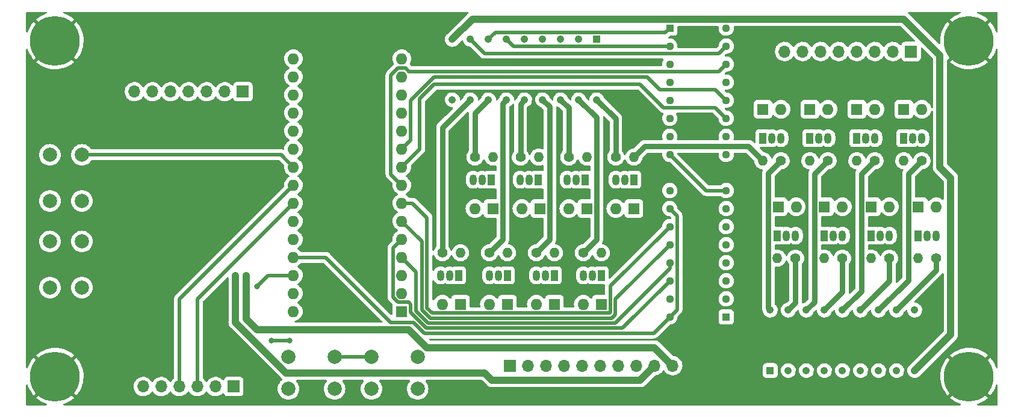
<source format=gbl>
G04 #@! TF.GenerationSoftware,KiCad,Pcbnew,(6.0.2)*
G04 #@! TF.CreationDate,2022-06-24T18:07:30+02:00*
G04 #@! TF.ProjectId,divergence_meter_logic,64697665-7267-4656-9e63-655f6d657465,rev?*
G04 #@! TF.SameCoordinates,Original*
G04 #@! TF.FileFunction,Copper,L2,Bot*
G04 #@! TF.FilePolarity,Positive*
%FSLAX46Y46*%
G04 Gerber Fmt 4.6, Leading zero omitted, Abs format (unit mm)*
G04 Created by KiCad (PCBNEW (6.0.2)) date 2022-06-24 18:07:30*
%MOMM*%
%LPD*%
G01*
G04 APERTURE LIST*
G04 #@! TA.AperFunction,ComponentPad*
%ADD10R,1.600000X1.600000*%
G04 #@! TD*
G04 #@! TA.AperFunction,ComponentPad*
%ADD11O,1.600000X1.600000*%
G04 #@! TD*
G04 #@! TA.AperFunction,ComponentPad*
%ADD12R,1.130000X1.130000*%
G04 #@! TD*
G04 #@! TA.AperFunction,ComponentPad*
%ADD13C,1.130000*%
G04 #@! TD*
G04 #@! TA.AperFunction,ComponentPad*
%ADD14C,2.000000*%
G04 #@! TD*
G04 #@! TA.AperFunction,ComponentPad*
%ADD15C,0.800000*%
G04 #@! TD*
G04 #@! TA.AperFunction,ComponentPad*
%ADD16C,7.000000*%
G04 #@! TD*
G04 #@! TA.AperFunction,ComponentPad*
%ADD17C,1.400000*%
G04 #@! TD*
G04 #@! TA.AperFunction,ComponentPad*
%ADD18O,1.400000X1.400000*%
G04 #@! TD*
G04 #@! TA.AperFunction,ComponentPad*
%ADD19R,1.060000X1.060000*%
G04 #@! TD*
G04 #@! TA.AperFunction,ComponentPad*
%ADD20C,1.060000*%
G04 #@! TD*
G04 #@! TA.AperFunction,ComponentPad*
%ADD21R,1.050000X1.500000*%
G04 #@! TD*
G04 #@! TA.AperFunction,ComponentPad*
%ADD22O,1.050000X1.500000*%
G04 #@! TD*
G04 #@! TA.AperFunction,ComponentPad*
%ADD23R,1.700000X1.700000*%
G04 #@! TD*
G04 #@! TA.AperFunction,ComponentPad*
%ADD24O,1.700000X1.700000*%
G04 #@! TD*
G04 #@! TA.AperFunction,ViaPad*
%ADD25C,0.800000*%
G04 #@! TD*
G04 #@! TA.AperFunction,Conductor*
%ADD26C,1.000000*%
G04 #@! TD*
G04 #@! TA.AperFunction,Conductor*
%ADD27C,0.750000*%
G04 #@! TD*
G04 #@! TA.AperFunction,Conductor*
%ADD28C,0.500000*%
G04 #@! TD*
G04 APERTURE END LIST*
D10*
X169291000Y-100584000D03*
D11*
X166751000Y-100584000D03*
D10*
X160655000Y-87122000D03*
D11*
X158115000Y-87122000D03*
D12*
X178910000Y-61722000D03*
D13*
X178910000Y-64262000D03*
X178910000Y-66802000D03*
X178910000Y-69342000D03*
X178910000Y-71882000D03*
X178910000Y-74422000D03*
X178910000Y-76962000D03*
X178910000Y-79502000D03*
X186850000Y-79502000D03*
X186850000Y-76962000D03*
X186850000Y-74422000D03*
X186850000Y-71882000D03*
X186850000Y-69342000D03*
X186850000Y-66802000D03*
X186850000Y-64262000D03*
X186850000Y-61722000D03*
D10*
X207264000Y-86868000D03*
D11*
X209804000Y-86868000D03*
D14*
X131774000Y-107986000D03*
X125274000Y-107986000D03*
X131774000Y-112486000D03*
X125274000Y-112486000D03*
D10*
X200660000Y-86868000D03*
D11*
X203200000Y-86868000D03*
D15*
X222836155Y-65356155D03*
X220980000Y-60875000D03*
X222836155Y-61643845D03*
X219123845Y-61643845D03*
X219123845Y-65356155D03*
X223605000Y-63500000D03*
X220980000Y-66125000D03*
X218355000Y-63500000D03*
D16*
X220980000Y-63500000D03*
D17*
X207772000Y-80391000D03*
D18*
X205232000Y-80391000D03*
D17*
X209804000Y-94107000D03*
D18*
X207264000Y-94107000D03*
D19*
X193040000Y-109914000D03*
D20*
X195580000Y-109914000D03*
X198120000Y-109914000D03*
X200660000Y-109914000D03*
X203200000Y-109914000D03*
X205740000Y-109914000D03*
X208280000Y-109914000D03*
X210820000Y-109914000D03*
X213360000Y-109914000D03*
X213360000Y-101414000D03*
X210820000Y-101414000D03*
X208280000Y-101414000D03*
X205740000Y-101414000D03*
X203200000Y-101414000D03*
X200660000Y-101414000D03*
X198120000Y-101414000D03*
X195580000Y-101414000D03*
X193040000Y-101414000D03*
D10*
X173863000Y-87122000D03*
D11*
X171323000Y-87122000D03*
D10*
X198628000Y-73152000D03*
D11*
X201168000Y-73152000D03*
D15*
X94312155Y-65356155D03*
X89831000Y-63500000D03*
X90599845Y-65356155D03*
X92456000Y-66125000D03*
X94312155Y-61643845D03*
D16*
X92456000Y-63500000D03*
D15*
X92456000Y-60875000D03*
X90599845Y-61643845D03*
X95081000Y-63500000D03*
D21*
X207264000Y-90932000D03*
D22*
X208534000Y-90932000D03*
X209804000Y-90932000D03*
D21*
X173863000Y-83058000D03*
D22*
X172593000Y-83058000D03*
X171323000Y-83058000D03*
D21*
X194056000Y-90932000D03*
D22*
X195326000Y-90932000D03*
X196596000Y-90932000D03*
D17*
X166751000Y-93345000D03*
D18*
X169291000Y-93345000D03*
D21*
X149225000Y-96520000D03*
D22*
X147955000Y-96520000D03*
X146685000Y-96520000D03*
D12*
X186850000Y-102362000D03*
D13*
X186850000Y-99822000D03*
X186850000Y-97282000D03*
X186850000Y-94742000D03*
X186850000Y-92202000D03*
X186850000Y-89662000D03*
X186850000Y-87122000D03*
X186850000Y-84582000D03*
X178910000Y-84582000D03*
X178910000Y-87122000D03*
X178910000Y-89662000D03*
X178910000Y-92202000D03*
X178910000Y-94742000D03*
X178910000Y-97282000D03*
X178910000Y-99822000D03*
X178910000Y-102362000D03*
D21*
X211836000Y-77216000D03*
D22*
X213106000Y-77216000D03*
X214376000Y-77216000D03*
D21*
X167005000Y-83058000D03*
D22*
X165735000Y-83058000D03*
X164465000Y-83058000D03*
D17*
X157911000Y-79883000D03*
D18*
X160451000Y-79883000D03*
D21*
X162687000Y-96520000D03*
D22*
X161417000Y-96520000D03*
X160147000Y-96520000D03*
D21*
X200660000Y-90932000D03*
D22*
X201930000Y-90932000D03*
X203200000Y-90932000D03*
D17*
X203200000Y-94107000D03*
D18*
X200660000Y-94107000D03*
D14*
X143458000Y-107986000D03*
X136958000Y-107986000D03*
X143458000Y-112486000D03*
X136958000Y-112486000D03*
D10*
X213868000Y-86868000D03*
D11*
X216408000Y-86868000D03*
D21*
X160401000Y-83058000D03*
D22*
X159131000Y-83058000D03*
X157861000Y-83058000D03*
D21*
X153797000Y-83058000D03*
D22*
X152527000Y-83058000D03*
X151257000Y-83058000D03*
D21*
X205232000Y-77216000D03*
D22*
X206502000Y-77216000D03*
X207772000Y-77216000D03*
D17*
X214376000Y-80391000D03*
D18*
X211836000Y-80391000D03*
D14*
X96230000Y-98246000D03*
X96230000Y-91746000D03*
X91730000Y-91746000D03*
X91730000Y-98246000D03*
D21*
X169291000Y-96520000D03*
D22*
X168021000Y-96520000D03*
X166751000Y-96520000D03*
D19*
X168656000Y-63314000D03*
D20*
X166116000Y-63314000D03*
X163576000Y-63314000D03*
X161036000Y-63314000D03*
X158496000Y-63314000D03*
X155956000Y-63314000D03*
X153416000Y-63314000D03*
X150876000Y-63314000D03*
X148336000Y-63314000D03*
X148336000Y-71814000D03*
X150876000Y-71814000D03*
X153416000Y-71814000D03*
X155956000Y-71814000D03*
X158496000Y-71814000D03*
X161036000Y-71814000D03*
X163576000Y-71814000D03*
X166116000Y-71814000D03*
X168656000Y-71814000D03*
D10*
X149479000Y-100584000D03*
D11*
X146939000Y-100584000D03*
D21*
X198628000Y-77216000D03*
D22*
X199898000Y-77216000D03*
X201168000Y-77216000D03*
D10*
X192024000Y-73152000D03*
D11*
X194564000Y-73152000D03*
D17*
X160147000Y-93345000D03*
D18*
X162687000Y-93345000D03*
D17*
X153543000Y-93345000D03*
D18*
X156083000Y-93345000D03*
D17*
X171323000Y-79883000D03*
D18*
X173863000Y-79883000D03*
D17*
X164719000Y-79883000D03*
D18*
X167259000Y-79883000D03*
D10*
X141224000Y-101600000D03*
D11*
X141224000Y-99060000D03*
X141224000Y-96520000D03*
X141224000Y-93980000D03*
X141224000Y-91440000D03*
X141224000Y-88900000D03*
X141224000Y-86360000D03*
X141224000Y-83820000D03*
X141224000Y-81280000D03*
X141224000Y-78740000D03*
X141224000Y-76200000D03*
X141224000Y-73660000D03*
X141224000Y-71120000D03*
X141224000Y-68580000D03*
X141224000Y-66040000D03*
X125984000Y-66040000D03*
X125984000Y-68580000D03*
X125984000Y-71120000D03*
X125984000Y-73660000D03*
X125984000Y-76200000D03*
X125984000Y-78740000D03*
X125984000Y-81280000D03*
X125984000Y-83820000D03*
X125984000Y-86360000D03*
X125984000Y-88900000D03*
X125984000Y-91440000D03*
X125984000Y-93980000D03*
X125984000Y-96520000D03*
X125984000Y-99060000D03*
X125984000Y-101600000D03*
D17*
X194564000Y-80391000D03*
D18*
X192024000Y-80391000D03*
D10*
X154051000Y-87122000D03*
D11*
X151511000Y-87122000D03*
D17*
X146939000Y-93345000D03*
D18*
X149479000Y-93345000D03*
D10*
X194154315Y-86868000D03*
D11*
X196694315Y-86868000D03*
D15*
X94312155Y-112600155D03*
X92456000Y-113369000D03*
X90599845Y-112600155D03*
X95081000Y-110744000D03*
X89831000Y-110744000D03*
X94312155Y-108887845D03*
X92456000Y-108119000D03*
X90599845Y-108887845D03*
D16*
X92456000Y-110744000D03*
D22*
X194564000Y-77216000D03*
X193294000Y-77216000D03*
D21*
X192024000Y-77216000D03*
D10*
X211836000Y-73152000D03*
D11*
X214376000Y-73152000D03*
D23*
X117577000Y-112168000D03*
D24*
X115037000Y-112168000D03*
X112497000Y-112168000D03*
X109957000Y-112168000D03*
X107417000Y-112168000D03*
X104877000Y-112168000D03*
D10*
X167259000Y-87122000D03*
D11*
X164719000Y-87122000D03*
D14*
X96230000Y-86054000D03*
X96230000Y-79554000D03*
X91730000Y-79554000D03*
X91730000Y-86054000D03*
D23*
X156464000Y-109220000D03*
D24*
X159004000Y-109220000D03*
X161544000Y-109220000D03*
X164084000Y-109220000D03*
X166624000Y-109220000D03*
X169164000Y-109220000D03*
X171704000Y-109220000D03*
X174244000Y-109220000D03*
X176784000Y-109220000D03*
X179324000Y-109220000D03*
D10*
X156083000Y-100584000D03*
D11*
X153543000Y-100584000D03*
D21*
X156083000Y-96520000D03*
D22*
X154813000Y-96520000D03*
X153543000Y-96520000D03*
D17*
X201168000Y-80391000D03*
D18*
X198628000Y-80391000D03*
D17*
X216408000Y-94107000D03*
D18*
X213868000Y-94107000D03*
D10*
X162687000Y-100584000D03*
D11*
X160147000Y-100584000D03*
D10*
X205232000Y-73152000D03*
D11*
X207772000Y-73152000D03*
D21*
X213868000Y-90932000D03*
D22*
X215138000Y-90932000D03*
X216408000Y-90932000D03*
D23*
X212852000Y-65024000D03*
D24*
X210312000Y-65024000D03*
X207772000Y-65024000D03*
X205232000Y-65024000D03*
X202692000Y-65024000D03*
X200152000Y-65024000D03*
X197612000Y-65024000D03*
X195072000Y-65024000D03*
D17*
X151511000Y-79883000D03*
D18*
X154051000Y-79883000D03*
D17*
X196596000Y-94107000D03*
D18*
X194056000Y-94107000D03*
D16*
X220980000Y-110744000D03*
D15*
X223605000Y-110744000D03*
X219123845Y-112600155D03*
X220980000Y-108119000D03*
X222836155Y-112600155D03*
X220980000Y-113369000D03*
X218355000Y-110744000D03*
X222836155Y-108887845D03*
X219123845Y-108887845D03*
D23*
X118872000Y-70684000D03*
D24*
X116332000Y-70684000D03*
X113792000Y-70684000D03*
X111252000Y-70684000D03*
X108712000Y-70684000D03*
X106172000Y-70684000D03*
X103632000Y-70684000D03*
D25*
X119380000Y-96520000D03*
X117856000Y-96520000D03*
X129032000Y-97536000D03*
X136144000Y-102108000D03*
X190500000Y-62992000D03*
X216408000Y-60960000D03*
X220980000Y-68580000D03*
X220980000Y-105664000D03*
X215900000Y-110744000D03*
X97536000Y-110744000D03*
X92456000Y-105664000D03*
X92456000Y-68580000D03*
X97536000Y-63500000D03*
X122936000Y-105664000D03*
X125476000Y-105664000D03*
X120904000Y-98044000D03*
D26*
X119380000Y-102616000D02*
X119380000Y-96520000D01*
X120904000Y-104140000D02*
X119380000Y-102616000D01*
X122428000Y-104140000D02*
X120904000Y-104140000D01*
X125476000Y-104140000D02*
X122428000Y-104140000D01*
X124968000Y-110236000D02*
X117856000Y-103124000D01*
X152908000Y-110236000D02*
X124968000Y-110236000D01*
X173736000Y-111252000D02*
X153924000Y-111252000D01*
X174752000Y-111252000D02*
X173736000Y-111252000D01*
X153924000Y-111252000D02*
X152908000Y-110236000D01*
X117856000Y-103124000D02*
X117856000Y-96520000D01*
X176784000Y-109220000D02*
X174752000Y-111252000D01*
X142240000Y-104140000D02*
X125476000Y-104140000D01*
X144780000Y-106680000D02*
X142240000Y-104140000D01*
X150876000Y-106680000D02*
X144780000Y-106680000D01*
X176784000Y-106680000D02*
X150876000Y-106680000D01*
X179324000Y-109220000D02*
X176784000Y-106680000D01*
D27*
X175383511Y-78362489D02*
X189995489Y-78362489D01*
X189995489Y-78362489D02*
X192024000Y-80391000D01*
X173863000Y-79883000D02*
X175383511Y-78362489D01*
X171323000Y-79883000D02*
X171323000Y-74481000D01*
X164719000Y-79883000D02*
X164719000Y-72957000D01*
X157911000Y-79883000D02*
X157911000Y-72399000D01*
X151511000Y-79883000D02*
X151511000Y-73719000D01*
X146939000Y-93345000D02*
X146939000Y-75751000D01*
X155425511Y-91462489D02*
X155425511Y-72344489D01*
X153543000Y-93345000D02*
X155425511Y-91462489D01*
X155425511Y-72344489D02*
X155956000Y-71814000D01*
X162029511Y-91462489D02*
X162029511Y-72807511D01*
X160147000Y-93345000D02*
X162029511Y-91462489D01*
X168633511Y-91462489D02*
X166751000Y-93345000D01*
X168633511Y-74331511D02*
X168633511Y-91462489D01*
X192779804Y-101153804D02*
X193040000Y-101414000D01*
X192779804Y-82175196D02*
X192779804Y-101153804D01*
X194564000Y-80391000D02*
X192779804Y-82175196D01*
X199285489Y-100248511D02*
X198120000Y-101414000D01*
X199285489Y-82273511D02*
X199285489Y-100248511D01*
X201168000Y-80391000D02*
X199285489Y-82273511D01*
X216408000Y-95826000D02*
X210820000Y-101414000D01*
X216408000Y-94107000D02*
X216408000Y-95826000D01*
X212493489Y-82273511D02*
X212493489Y-97200511D01*
X212493489Y-97200511D02*
X208280000Y-101414000D01*
X214376000Y-80391000D02*
X212493489Y-82273511D01*
X209804000Y-97350000D02*
X205740000Y-101414000D01*
X209804000Y-94107000D02*
X209804000Y-97350000D01*
X205889489Y-98724511D02*
X203200000Y-101414000D01*
X205889489Y-82273511D02*
X205889489Y-98724511D01*
X207772000Y-80391000D02*
X205889489Y-82273511D01*
X203200000Y-98874000D02*
X200660000Y-101414000D01*
X203200000Y-94107000D02*
X203200000Y-98874000D01*
X196596000Y-100398000D02*
X195580000Y-101414000D01*
X196596000Y-94107000D02*
X196596000Y-100398000D01*
D28*
X122936000Y-105664000D02*
X125476000Y-105664000D01*
X124258000Y-79554000D02*
X125984000Y-81280000D01*
X96230000Y-79554000D02*
X124258000Y-79554000D01*
X122428000Y-96520000D02*
X120904000Y-98044000D01*
X122936000Y-96520000D02*
X122428000Y-96520000D01*
X125984000Y-96520000D02*
X122936000Y-96520000D01*
X112497000Y-99847000D02*
X125984000Y-86360000D01*
X112497000Y-112168000D02*
X112497000Y-99847000D01*
X109957000Y-99847000D02*
X125984000Y-83820000D01*
X109957000Y-112168000D02*
X109957000Y-99847000D01*
X142199022Y-100309511D02*
X140706435Y-100309511D01*
X178910000Y-97282000D02*
X172259932Y-103932068D01*
X139974489Y-92689511D02*
X141224000Y-91440000D01*
X172259932Y-103932068D02*
X144652258Y-103932068D01*
X139974489Y-99577565D02*
X139974489Y-92689511D01*
X144652258Y-103932068D02*
X142473511Y-101753321D01*
X142473511Y-101753321D02*
X142473511Y-100584000D01*
X140706435Y-100309511D02*
X139974489Y-99577565D01*
X142473511Y-100584000D02*
X142199022Y-100309511D01*
X178910000Y-92202000D02*
X171240030Y-99871970D01*
X145231760Y-102533030D02*
X144080481Y-101381751D01*
X144080481Y-101381751D02*
X144080480Y-91756480D01*
X144080480Y-91756480D02*
X141224000Y-88900000D01*
X171240030Y-99871970D02*
X171240030Y-102037240D01*
X171240030Y-102037240D02*
X170744240Y-102533030D01*
X170744240Y-102533030D02*
X145231760Y-102533030D01*
X170540511Y-101747489D02*
X170454489Y-101833511D01*
X144780000Y-88392000D02*
X142748000Y-86360000D01*
X142748000Y-86360000D02*
X141224000Y-86360000D01*
X170454489Y-101833511D02*
X145521511Y-101833511D01*
X178910000Y-89662000D02*
X170540511Y-98031489D01*
X144780000Y-101092000D02*
X144780000Y-88392000D01*
X170540511Y-98031489D02*
X170540511Y-101747489D01*
X145521511Y-101833511D02*
X144780000Y-101092000D01*
X178910000Y-102362000D02*
X176624000Y-104648000D01*
X144378920Y-104648000D02*
X142854920Y-103124000D01*
X176624000Y-104648000D02*
X144378920Y-104648000D01*
X130556000Y-93980000D02*
X125984000Y-93980000D01*
X139700000Y-103124000D02*
X130556000Y-93980000D01*
X179924511Y-101347489D02*
X179924511Y-88136511D01*
X179924511Y-88136511D02*
X178910000Y-87122000D01*
X142854920Y-103124000D02*
X139700000Y-103124000D01*
X178910000Y-102362000D02*
X179924511Y-101347489D01*
X143256000Y-101546540D02*
X143256000Y-96012000D01*
X178910000Y-95541030D02*
X171218481Y-103232549D01*
X131774000Y-107986000D02*
X136958000Y-107986000D01*
X178910000Y-94742000D02*
X178910000Y-95541030D01*
X143256000Y-96012000D02*
X141224000Y-93980000D01*
X144942009Y-103232549D02*
X143256000Y-101546540D01*
X183990000Y-84582000D02*
X178910000Y-79502000D01*
X186850000Y-84582000D02*
X183990000Y-84582000D01*
X171218481Y-103232549D02*
X144942009Y-103232549D01*
X140706435Y-67330489D02*
X139700000Y-68336924D01*
X186850000Y-66802000D02*
X185835489Y-67816511D01*
X139700000Y-82296000D02*
X141224000Y-83820000D01*
X141741565Y-67330489D02*
X140706435Y-67330489D01*
X142227587Y-67816511D02*
X141741565Y-67330489D01*
X139700000Y-68336924D02*
X139700000Y-82296000D01*
X185835489Y-67816511D02*
X142227587Y-67816511D01*
D27*
X146939000Y-75751000D02*
X150876000Y-71814000D01*
X151511000Y-73719000D02*
X153416000Y-71814000D01*
X157911000Y-72399000D02*
X158496000Y-71814000D01*
X162029511Y-72807511D02*
X161036000Y-71814000D01*
X164719000Y-72957000D02*
X163576000Y-71814000D01*
X168633511Y-74331511D02*
X166116000Y-71814000D01*
X171323000Y-74481000D02*
X168656000Y-71814000D01*
D28*
X154395511Y-62334489D02*
X153416000Y-63314000D01*
X178297511Y-62334489D02*
X154395511Y-62334489D01*
X178910000Y-61722000D02*
X178297511Y-62334489D01*
X156935511Y-64293511D02*
X178878489Y-64293511D01*
X178878489Y-64293511D02*
X178910000Y-64262000D01*
X155956000Y-63314000D02*
X156935511Y-64293511D01*
X185835489Y-65276511D02*
X186850000Y-64262000D01*
X152838511Y-65276511D02*
X185835489Y-65276511D01*
X150876000Y-63314000D02*
X152838511Y-65276511D01*
D26*
X218440000Y-104834000D02*
X213360000Y-109914000D01*
X211836000Y-60452000D02*
X216916000Y-65532000D01*
X218440000Y-82804000D02*
X218440000Y-104834000D01*
X148336000Y-63314000D02*
X151198000Y-60452000D01*
X216916000Y-65532000D02*
X216916000Y-81280000D01*
X216916000Y-81280000D02*
X218440000Y-82804000D01*
X151198000Y-60452000D02*
X211836000Y-60452000D01*
D28*
X143764000Y-71628000D02*
X143764000Y-78740000D01*
X143764000Y-78740000D02*
X141224000Y-81280000D01*
X145796000Y-69596000D02*
X143764000Y-71628000D01*
X174752000Y-69596000D02*
X145796000Y-69596000D01*
X185324511Y-72896511D02*
X178052511Y-72896511D01*
X186850000Y-74422000D02*
X185324511Y-72896511D01*
X178052511Y-72896511D02*
X174752000Y-69596000D01*
X142473511Y-71902489D02*
X142473511Y-77490489D01*
X145796000Y-68580000D02*
X142473511Y-71902489D01*
X177544511Y-70356511D02*
X175768000Y-68580000D01*
X175768000Y-68580000D02*
X145796000Y-68580000D01*
X142473511Y-77490489D02*
X141224000Y-78740000D01*
X185324511Y-70356511D02*
X177544511Y-70356511D01*
X186850000Y-71882000D02*
X185324511Y-70356511D01*
G04 #@! TA.AperFunction,Conductor*
G36*
X91261942Y-59456002D02*
G01*
X91308435Y-59509658D01*
X91318539Y-59579932D01*
X91289045Y-59644512D01*
X91235258Y-59680991D01*
X90955681Y-59778350D01*
X90949968Y-59780658D01*
X90599667Y-59942519D01*
X90594213Y-59945371D01*
X90261376Y-60140646D01*
X90256228Y-60144015D01*
X89944025Y-60370843D01*
X89939247Y-60374684D01*
X89820711Y-60479926D01*
X89812334Y-60493314D01*
X89818084Y-60502874D01*
X92443188Y-63127978D01*
X92457132Y-63135592D01*
X92458965Y-63135461D01*
X92465580Y-63131210D01*
X95092463Y-60504327D01*
X95100077Y-60490383D01*
X95100055Y-60490072D01*
X95094204Y-60481406D01*
X95016143Y-60410127D01*
X95011416Y-60406217D01*
X94702419Y-60175059D01*
X94697313Y-60171614D01*
X94367235Y-59971711D01*
X94361822Y-59968784D01*
X94013808Y-59802044D01*
X94008141Y-59799662D01*
X93680471Y-59680401D01*
X93623299Y-59638307D01*
X93597961Y-59571986D01*
X93612502Y-59502494D01*
X93662304Y-59451895D01*
X93723565Y-59436000D01*
X150494167Y-59436000D01*
X150562288Y-59456002D01*
X150608781Y-59509658D01*
X150618885Y-59579932D01*
X150589391Y-59644512D01*
X150573807Y-59659639D01*
X150565149Y-59666701D01*
X150564219Y-59667452D01*
X150525027Y-59698738D01*
X150522523Y-59701242D01*
X150521805Y-59701884D01*
X150517472Y-59705585D01*
X150483938Y-59732935D01*
X150480011Y-59737682D01*
X150480009Y-59737684D01*
X150454713Y-59768262D01*
X150446723Y-59777042D01*
X147816683Y-62407083D01*
X147785962Y-62429650D01*
X147770068Y-62437959D01*
X147770064Y-62437961D01*
X147764604Y-62440816D01*
X147605884Y-62568430D01*
X147474973Y-62724443D01*
X147472005Y-62729841D01*
X147472002Y-62729846D01*
X147415620Y-62832405D01*
X147376859Y-62902912D01*
X147315279Y-63097039D01*
X147314593Y-63103156D01*
X147314592Y-63103160D01*
X147300024Y-63233035D01*
X147292577Y-63299430D01*
X147294096Y-63317522D01*
X147308344Y-63487188D01*
X147309619Y-63502376D01*
X147365755Y-63698147D01*
X147368573Y-63703629D01*
X147368574Y-63703633D01*
X147456028Y-63873800D01*
X147456031Y-63873804D01*
X147458848Y-63879286D01*
X147585351Y-64038893D01*
X147590045Y-64042888D01*
X147730472Y-64162401D01*
X147740446Y-64170890D01*
X147745824Y-64173896D01*
X147745826Y-64173897D01*
X147776935Y-64191283D01*
X147918226Y-64270247D01*
X147924085Y-64272151D01*
X147924088Y-64272152D01*
X147960928Y-64284122D01*
X148111918Y-64333182D01*
X148118028Y-64333911D01*
X148118030Y-64333911D01*
X148213032Y-64345239D01*
X148314146Y-64357296D01*
X148320281Y-64356824D01*
X148320283Y-64356824D01*
X148511065Y-64342145D01*
X148511070Y-64342144D01*
X148517206Y-64341672D01*
X148523138Y-64340016D01*
X148523142Y-64340015D01*
X148707420Y-64288563D01*
X148707424Y-64288562D01*
X148713364Y-64286903D01*
X148718868Y-64284123D01*
X148718870Y-64284122D01*
X148889648Y-64197856D01*
X148889650Y-64197855D01*
X148895149Y-64195077D01*
X149055635Y-64069691D01*
X149059661Y-64065027D01*
X149059664Y-64065024D01*
X149171291Y-63935703D01*
X149188711Y-63915522D01*
X149217121Y-63865512D01*
X149237581Y-63838654D01*
X149637671Y-63438564D01*
X149699983Y-63404539D01*
X149770798Y-63409603D01*
X149827634Y-63452150D01*
X149849591Y-63502384D01*
X149849619Y-63502376D01*
X149851318Y-63508300D01*
X149851318Y-63508302D01*
X149862508Y-63547326D01*
X149905755Y-63698147D01*
X149908573Y-63703629D01*
X149908574Y-63703633D01*
X149996028Y-63873800D01*
X149996031Y-63873804D01*
X149998848Y-63879286D01*
X150125351Y-64038893D01*
X150130045Y-64042888D01*
X150270472Y-64162401D01*
X150280446Y-64170890D01*
X150285824Y-64173896D01*
X150285826Y-64173897D01*
X150316935Y-64191283D01*
X150458226Y-64270247D01*
X150464085Y-64272151D01*
X150464088Y-64272152D01*
X150500928Y-64284122D01*
X150651918Y-64333182D01*
X150658030Y-64333911D01*
X150658031Y-64333911D01*
X150723119Y-64341672D01*
X150798665Y-64350680D01*
X150802271Y-64351110D01*
X150867545Y-64379037D01*
X150876448Y-64387129D01*
X152254741Y-65765422D01*
X152267127Y-65779834D01*
X152275660Y-65791429D01*
X152275665Y-65791434D01*
X152280003Y-65797329D01*
X152285581Y-65802068D01*
X152285584Y-65802071D01*
X152320279Y-65831546D01*
X152327795Y-65838476D01*
X152333491Y-65844172D01*
X152336352Y-65846435D01*
X152336357Y-65846440D01*
X152355777Y-65861804D01*
X152359178Y-65864593D01*
X152414796Y-65911844D01*
X152421309Y-65915170D01*
X152426348Y-65918531D01*
X152431490Y-65921707D01*
X152437227Y-65926245D01*
X152503386Y-65957166D01*
X152507280Y-65959069D01*
X152572319Y-65992280D01*
X152579428Y-65994019D01*
X152585062Y-65996115D01*
X152590832Y-65998034D01*
X152597461Y-66001133D01*
X152604624Y-66002623D01*
X152604627Y-66002624D01*
X152655341Y-66013172D01*
X152668946Y-66016002D01*
X152673212Y-66016968D01*
X152744121Y-66034319D01*
X152749723Y-66034667D01*
X152749726Y-66034667D01*
X152755275Y-66035011D01*
X152755273Y-66035046D01*
X152759245Y-66035286D01*
X152763466Y-66035663D01*
X152770626Y-66037152D01*
X152848053Y-66035057D01*
X152851461Y-66035011D01*
X177891768Y-66035011D01*
X177959889Y-66055013D01*
X178006382Y-66108669D01*
X178016486Y-66178943D01*
X178003276Y-66219679D01*
X177913966Y-66389429D01*
X177855460Y-66577851D01*
X177832270Y-66773779D01*
X177832648Y-66779545D01*
X177842101Y-66923770D01*
X177826597Y-66993053D01*
X177776097Y-67042956D01*
X177716371Y-67058011D01*
X142593958Y-67058011D01*
X142525837Y-67038009D01*
X142504863Y-67021106D01*
X142361733Y-66877976D01*
X142327707Y-66815664D01*
X142332772Y-66744849D01*
X142347614Y-66716613D01*
X142361523Y-66696749D01*
X142363849Y-66691762D01*
X142455961Y-66494225D01*
X142455961Y-66494224D01*
X142458284Y-66489243D01*
X142476516Y-66421203D01*
X142516119Y-66273402D01*
X142516119Y-66273400D01*
X142517543Y-66268087D01*
X142537498Y-66040000D01*
X142517543Y-65811913D01*
X142516119Y-65806598D01*
X142459707Y-65596067D01*
X142459706Y-65596065D01*
X142458284Y-65590757D01*
X142428516Y-65526918D01*
X142363849Y-65388238D01*
X142363846Y-65388233D01*
X142361523Y-65383251D01*
X142246350Y-65218767D01*
X142233357Y-65200211D01*
X142233355Y-65200208D01*
X142230198Y-65195700D01*
X142068300Y-65033802D01*
X142063792Y-65030645D01*
X142063789Y-65030643D01*
X141978901Y-64971204D01*
X141880749Y-64902477D01*
X141875767Y-64900154D01*
X141875762Y-64900151D01*
X141678225Y-64808039D01*
X141678224Y-64808039D01*
X141673243Y-64805716D01*
X141667935Y-64804294D01*
X141667933Y-64804293D01*
X141457402Y-64747881D01*
X141457400Y-64747881D01*
X141452087Y-64746457D01*
X141224000Y-64726502D01*
X140995913Y-64746457D01*
X140990600Y-64747881D01*
X140990598Y-64747881D01*
X140780067Y-64804293D01*
X140780065Y-64804294D01*
X140774757Y-64805716D01*
X140769776Y-64808039D01*
X140769775Y-64808039D01*
X140572238Y-64900151D01*
X140572233Y-64900154D01*
X140567251Y-64902477D01*
X140469099Y-64971204D01*
X140384211Y-65030643D01*
X140384208Y-65030645D01*
X140379700Y-65033802D01*
X140217802Y-65195700D01*
X140214645Y-65200208D01*
X140214643Y-65200211D01*
X140201650Y-65218767D01*
X140086477Y-65383251D01*
X140084154Y-65388233D01*
X140084151Y-65388238D01*
X140019484Y-65526918D01*
X139989716Y-65590757D01*
X139988294Y-65596065D01*
X139988293Y-65596067D01*
X139931881Y-65806598D01*
X139930457Y-65811913D01*
X139910502Y-66040000D01*
X139930457Y-66268087D01*
X139931881Y-66273400D01*
X139931881Y-66273402D01*
X139971485Y-66421203D01*
X139989716Y-66489243D01*
X139992039Y-66494224D01*
X139992039Y-66494225D01*
X140084151Y-66691762D01*
X140084154Y-66691767D01*
X140086477Y-66696749D01*
X140089629Y-66701250D01*
X140089636Y-66701262D01*
X140100385Y-66716613D01*
X140123072Y-66783888D01*
X140105786Y-66852748D01*
X140086266Y-66877977D01*
X139211089Y-67753154D01*
X139196677Y-67765540D01*
X139185082Y-67774073D01*
X139185077Y-67774078D01*
X139179182Y-67778416D01*
X139174443Y-67783994D01*
X139174440Y-67783997D01*
X139144965Y-67818692D01*
X139138035Y-67826208D01*
X139132340Y-67831903D01*
X139130060Y-67834785D01*
X139114719Y-67854175D01*
X139111928Y-67857579D01*
X139069409Y-67907627D01*
X139064667Y-67913209D01*
X139061339Y-67919725D01*
X139057972Y-67924774D01*
X139054805Y-67929903D01*
X139050266Y-67935640D01*
X139019345Y-68001799D01*
X139017442Y-68005693D01*
X138984231Y-68070732D01*
X138982492Y-68077840D01*
X138980393Y-68083483D01*
X138978476Y-68089246D01*
X138975378Y-68095874D01*
X138973888Y-68103036D01*
X138973888Y-68103037D01*
X138960514Y-68167336D01*
X138959544Y-68171620D01*
X138942192Y-68242534D01*
X138941500Y-68253688D01*
X138941464Y-68253686D01*
X138941225Y-68257679D01*
X138940851Y-68261871D01*
X138939360Y-68269039D01*
X138939558Y-68276356D01*
X138941454Y-68346445D01*
X138941500Y-68349852D01*
X138941500Y-82228930D01*
X138940067Y-82247880D01*
X138938244Y-82259866D01*
X138936801Y-82269349D01*
X138937394Y-82276641D01*
X138937394Y-82276644D01*
X138941085Y-82322018D01*
X138941500Y-82332233D01*
X138941500Y-82340293D01*
X138941925Y-82343937D01*
X138944789Y-82368507D01*
X138945222Y-82372882D01*
X138949343Y-82423541D01*
X138951140Y-82445637D01*
X138953396Y-82452601D01*
X138954587Y-82458560D01*
X138955971Y-82464415D01*
X138956818Y-82471681D01*
X138981735Y-82540327D01*
X138983152Y-82544455D01*
X139005649Y-82613899D01*
X139009445Y-82620154D01*
X139011951Y-82625628D01*
X139014670Y-82631058D01*
X139017167Y-82637937D01*
X139021180Y-82644057D01*
X139021180Y-82644058D01*
X139057186Y-82698976D01*
X139059523Y-82702680D01*
X139097405Y-82765107D01*
X139101121Y-82769315D01*
X139101122Y-82769316D01*
X139104803Y-82773484D01*
X139104776Y-82773508D01*
X139107429Y-82776500D01*
X139110132Y-82779733D01*
X139114144Y-82785852D01*
X139147762Y-82817699D01*
X139170383Y-82839128D01*
X139172825Y-82841506D01*
X139888329Y-83557010D01*
X139922355Y-83619322D01*
X139924755Y-83657087D01*
X139919810Y-83713609D01*
X139910502Y-83820000D01*
X139930457Y-84048087D01*
X139931881Y-84053400D01*
X139931881Y-84053402D01*
X139987713Y-84261766D01*
X139989716Y-84269243D01*
X139992039Y-84274224D01*
X139992039Y-84274225D01*
X140084151Y-84471762D01*
X140084154Y-84471767D01*
X140086477Y-84476749D01*
X140140414Y-84553779D01*
X140202255Y-84642096D01*
X140217802Y-84664300D01*
X140379700Y-84826198D01*
X140384208Y-84829355D01*
X140384211Y-84829357D01*
X140462389Y-84884098D01*
X140567251Y-84957523D01*
X140572233Y-84959846D01*
X140572238Y-84959849D01*
X140606457Y-84975805D01*
X140659742Y-85022722D01*
X140679203Y-85090999D01*
X140658661Y-85158959D01*
X140606457Y-85204195D01*
X140572238Y-85220151D01*
X140572233Y-85220154D01*
X140567251Y-85222477D01*
X140507149Y-85264561D01*
X140384211Y-85350643D01*
X140384208Y-85350645D01*
X140379700Y-85353802D01*
X140217802Y-85515700D01*
X140214645Y-85520208D01*
X140214643Y-85520211D01*
X140176995Y-85573978D01*
X140086477Y-85703251D01*
X140084154Y-85708233D01*
X140084151Y-85708238D01*
X140012544Y-85861802D01*
X139989716Y-85910757D01*
X139988294Y-85916065D01*
X139988293Y-85916067D01*
X139943375Y-86083703D01*
X139930457Y-86131913D01*
X139910502Y-86360000D01*
X139930457Y-86588087D01*
X139931881Y-86593400D01*
X139931881Y-86593402D01*
X139971485Y-86741203D01*
X139989716Y-86809243D01*
X139992039Y-86814224D01*
X139992039Y-86814225D01*
X140084151Y-87011762D01*
X140084154Y-87011767D01*
X140086477Y-87016749D01*
X140138193Y-87090607D01*
X140202255Y-87182096D01*
X140217802Y-87204300D01*
X140379700Y-87366198D01*
X140384208Y-87369355D01*
X140384211Y-87369357D01*
X140427480Y-87399654D01*
X140567251Y-87497523D01*
X140572233Y-87499846D01*
X140572238Y-87499849D01*
X140606457Y-87515805D01*
X140659742Y-87562722D01*
X140679203Y-87630999D01*
X140658661Y-87698959D01*
X140606457Y-87744195D01*
X140572238Y-87760151D01*
X140572233Y-87760154D01*
X140567251Y-87762477D01*
X140534064Y-87785715D01*
X140384211Y-87890643D01*
X140384208Y-87890645D01*
X140379700Y-87893802D01*
X140217802Y-88055700D01*
X140214645Y-88060208D01*
X140214643Y-88060211D01*
X140206576Y-88071732D01*
X140086477Y-88243251D01*
X140084154Y-88248233D01*
X140084151Y-88248238D01*
X140024684Y-88375767D01*
X139989716Y-88450757D01*
X139988294Y-88456065D01*
X139988293Y-88456067D01*
X139942446Y-88627169D01*
X139930457Y-88671913D01*
X139910502Y-88900000D01*
X139930457Y-89128087D01*
X139931881Y-89133400D01*
X139931881Y-89133402D01*
X139971485Y-89281203D01*
X139989716Y-89349243D01*
X139992039Y-89354224D01*
X139992039Y-89354225D01*
X140084151Y-89551762D01*
X140084154Y-89551767D01*
X140086477Y-89556749D01*
X140136457Y-89628127D01*
X140208759Y-89731385D01*
X140217802Y-89744300D01*
X140379700Y-89906198D01*
X140384208Y-89909355D01*
X140384211Y-89909357D01*
X140462389Y-89964098D01*
X140567251Y-90037523D01*
X140572233Y-90039846D01*
X140572238Y-90039849D01*
X140606457Y-90055805D01*
X140659742Y-90102722D01*
X140679203Y-90170999D01*
X140658661Y-90238959D01*
X140606457Y-90284195D01*
X140572238Y-90300151D01*
X140572233Y-90300154D01*
X140567251Y-90302477D01*
X140488736Y-90357454D01*
X140384211Y-90430643D01*
X140384208Y-90430645D01*
X140379700Y-90433802D01*
X140217802Y-90595700D01*
X140214645Y-90600208D01*
X140214643Y-90600211D01*
X140183931Y-90644073D01*
X140086477Y-90783251D01*
X140084154Y-90788233D01*
X140084151Y-90788238D01*
X140054034Y-90852825D01*
X139989716Y-90990757D01*
X139988294Y-90996065D01*
X139988293Y-90996067D01*
X139942446Y-91167169D01*
X139930457Y-91211913D01*
X139910502Y-91440000D01*
X139910981Y-91445475D01*
X139924755Y-91602913D01*
X139910766Y-91672518D01*
X139888329Y-91702990D01*
X139485578Y-92105741D01*
X139471166Y-92118127D01*
X139459571Y-92126660D01*
X139459566Y-92126665D01*
X139453671Y-92131003D01*
X139448932Y-92136581D01*
X139448929Y-92136584D01*
X139419454Y-92171279D01*
X139412524Y-92178795D01*
X139406829Y-92184490D01*
X139404549Y-92187372D01*
X139389208Y-92206762D01*
X139386417Y-92210166D01*
X139383505Y-92213594D01*
X139339156Y-92265796D01*
X139335828Y-92272312D01*
X139332461Y-92277361D01*
X139329294Y-92282490D01*
X139324755Y-92288227D01*
X139293834Y-92354386D01*
X139291931Y-92358280D01*
X139258720Y-92423319D01*
X139256981Y-92430427D01*
X139254882Y-92436070D01*
X139252965Y-92441833D01*
X139249867Y-92448461D01*
X139248377Y-92455623D01*
X139248377Y-92455624D01*
X139235003Y-92519923D01*
X139234033Y-92524207D01*
X139216681Y-92595121D01*
X139215989Y-92606275D01*
X139215953Y-92606273D01*
X139215714Y-92610266D01*
X139215340Y-92614458D01*
X139213849Y-92621626D01*
X139214047Y-92628943D01*
X139215943Y-92699032D01*
X139215989Y-92702439D01*
X139215989Y-99510495D01*
X139214556Y-99529445D01*
X139211290Y-99550914D01*
X139211883Y-99558206D01*
X139211883Y-99558209D01*
X139215574Y-99603583D01*
X139215989Y-99613798D01*
X139215989Y-99621858D01*
X139216414Y-99625502D01*
X139219278Y-99650072D01*
X139219711Y-99654447D01*
X139224779Y-99716749D01*
X139225629Y-99727202D01*
X139227885Y-99734166D01*
X139229076Y-99740125D01*
X139230460Y-99745980D01*
X139231307Y-99753246D01*
X139256224Y-99821892D01*
X139257641Y-99826020D01*
X139280138Y-99895464D01*
X139283934Y-99901719D01*
X139286440Y-99907193D01*
X139289159Y-99912623D01*
X139291656Y-99919502D01*
X139295669Y-99925622D01*
X139295669Y-99925623D01*
X139331675Y-99980541D01*
X139334012Y-99984245D01*
X139371894Y-100046672D01*
X139375610Y-100050880D01*
X139375611Y-100050881D01*
X139379292Y-100055049D01*
X139379265Y-100055073D01*
X139381918Y-100058065D01*
X139384621Y-100061298D01*
X139388633Y-100067417D01*
X139393945Y-100072449D01*
X139444872Y-100120693D01*
X139447314Y-100123071D01*
X139890916Y-100566673D01*
X139924942Y-100628985D01*
X139924413Y-100683929D01*
X139922255Y-100689684D01*
X139915500Y-100751866D01*
X139915500Y-101962629D01*
X139895498Y-102030750D01*
X139841842Y-102077243D01*
X139771568Y-102087347D01*
X139706988Y-102057853D01*
X139700405Y-102051724D01*
X131139770Y-93491089D01*
X131127384Y-93476677D01*
X131118851Y-93465082D01*
X131118846Y-93465077D01*
X131114508Y-93459182D01*
X131108930Y-93454443D01*
X131108927Y-93454440D01*
X131074232Y-93424965D01*
X131066716Y-93418035D01*
X131061021Y-93412340D01*
X131039445Y-93395270D01*
X131038749Y-93394719D01*
X131035345Y-93391928D01*
X130985297Y-93349409D01*
X130985295Y-93349408D01*
X130979715Y-93344667D01*
X130973199Y-93341339D01*
X130968150Y-93337972D01*
X130963021Y-93334805D01*
X130957284Y-93330266D01*
X130891125Y-93299345D01*
X130887225Y-93297439D01*
X130822192Y-93264231D01*
X130815084Y-93262492D01*
X130809441Y-93260393D01*
X130803678Y-93258476D01*
X130797050Y-93255378D01*
X130772690Y-93250311D01*
X130732497Y-93241951D01*
X130725583Y-93240513D01*
X130721299Y-93239543D01*
X130720633Y-93239380D01*
X130650390Y-93222192D01*
X130644788Y-93221844D01*
X130644785Y-93221844D01*
X130639236Y-93221500D01*
X130639238Y-93221464D01*
X130635245Y-93221225D01*
X130631053Y-93220851D01*
X130623885Y-93219360D01*
X130557675Y-93221151D01*
X130546479Y-93221454D01*
X130543072Y-93221500D01*
X127115867Y-93221500D01*
X127047746Y-93201498D01*
X127012655Y-93167772D01*
X126990198Y-93135700D01*
X126828300Y-92973802D01*
X126823792Y-92970645D01*
X126823789Y-92970643D01*
X126719264Y-92897454D01*
X126640749Y-92842477D01*
X126635767Y-92840154D01*
X126635762Y-92840151D01*
X126601543Y-92824195D01*
X126548258Y-92777278D01*
X126528797Y-92709001D01*
X126549339Y-92641041D01*
X126601543Y-92595805D01*
X126635762Y-92579849D01*
X126635767Y-92579846D01*
X126640749Y-92577523D01*
X126798259Y-92467233D01*
X126823789Y-92449357D01*
X126823792Y-92449355D01*
X126828300Y-92446198D01*
X126990198Y-92284300D01*
X127005746Y-92262096D01*
X127060086Y-92184490D01*
X127121523Y-92096749D01*
X127123846Y-92091767D01*
X127123849Y-92091762D01*
X127215961Y-91894225D01*
X127215961Y-91894224D01*
X127218284Y-91889243D01*
X127223059Y-91871425D01*
X127276119Y-91673402D01*
X127276119Y-91673400D01*
X127277543Y-91668087D01*
X127297498Y-91440000D01*
X127277543Y-91211913D01*
X127265554Y-91167169D01*
X127219707Y-90996067D01*
X127219706Y-90996065D01*
X127218284Y-90990757D01*
X127153966Y-90852825D01*
X127123849Y-90788238D01*
X127123846Y-90788233D01*
X127121523Y-90783251D01*
X127024069Y-90644073D01*
X126993357Y-90600211D01*
X126993355Y-90600208D01*
X126990198Y-90595700D01*
X126828300Y-90433802D01*
X126823792Y-90430645D01*
X126823789Y-90430643D01*
X126719264Y-90357454D01*
X126640749Y-90302477D01*
X126635767Y-90300154D01*
X126635762Y-90300151D01*
X126601543Y-90284195D01*
X126548258Y-90237278D01*
X126528797Y-90169001D01*
X126549339Y-90101041D01*
X126601543Y-90055805D01*
X126635762Y-90039849D01*
X126635767Y-90039846D01*
X126640749Y-90037523D01*
X126745611Y-89964098D01*
X126823789Y-89909357D01*
X126823792Y-89909355D01*
X126828300Y-89906198D01*
X126990198Y-89744300D01*
X126999242Y-89731385D01*
X127071543Y-89628127D01*
X127121523Y-89556749D01*
X127123846Y-89551767D01*
X127123849Y-89551762D01*
X127215961Y-89354225D01*
X127215961Y-89354224D01*
X127218284Y-89349243D01*
X127236516Y-89281203D01*
X127276119Y-89133402D01*
X127276119Y-89133400D01*
X127277543Y-89128087D01*
X127297498Y-88900000D01*
X127277543Y-88671913D01*
X127265554Y-88627169D01*
X127219707Y-88456067D01*
X127219706Y-88456065D01*
X127218284Y-88450757D01*
X127183316Y-88375767D01*
X127123849Y-88248238D01*
X127123846Y-88248233D01*
X127121523Y-88243251D01*
X127001424Y-88071732D01*
X126993357Y-88060211D01*
X126993355Y-88060208D01*
X126990198Y-88055700D01*
X126828300Y-87893802D01*
X126823792Y-87890645D01*
X126823789Y-87890643D01*
X126673936Y-87785715D01*
X126640749Y-87762477D01*
X126635767Y-87760154D01*
X126635762Y-87760151D01*
X126601543Y-87744195D01*
X126548258Y-87697278D01*
X126528797Y-87629001D01*
X126549339Y-87561041D01*
X126601543Y-87515805D01*
X126635762Y-87499849D01*
X126635767Y-87499846D01*
X126640749Y-87497523D01*
X126780520Y-87399654D01*
X126823789Y-87369357D01*
X126823792Y-87369355D01*
X126828300Y-87366198D01*
X126990198Y-87204300D01*
X127005746Y-87182096D01*
X127069807Y-87090607D01*
X127121523Y-87016749D01*
X127123846Y-87011767D01*
X127123849Y-87011762D01*
X127215961Y-86814225D01*
X127215961Y-86814224D01*
X127218284Y-86809243D01*
X127236516Y-86741203D01*
X127276119Y-86593402D01*
X127276119Y-86593400D01*
X127277543Y-86588087D01*
X127297498Y-86360000D01*
X127277543Y-86131913D01*
X127264625Y-86083703D01*
X127219707Y-85916067D01*
X127219706Y-85916065D01*
X127218284Y-85910757D01*
X127195456Y-85861802D01*
X127123849Y-85708238D01*
X127123846Y-85708233D01*
X127121523Y-85703251D01*
X127031005Y-85573978D01*
X126993357Y-85520211D01*
X126993355Y-85520208D01*
X126990198Y-85515700D01*
X126828300Y-85353802D01*
X126823792Y-85350645D01*
X126823789Y-85350643D01*
X126700851Y-85264561D01*
X126640749Y-85222477D01*
X126635767Y-85220154D01*
X126635762Y-85220151D01*
X126601543Y-85204195D01*
X126548258Y-85157278D01*
X126528797Y-85089001D01*
X126549339Y-85021041D01*
X126601543Y-84975805D01*
X126635762Y-84959849D01*
X126635767Y-84959846D01*
X126640749Y-84957523D01*
X126745611Y-84884098D01*
X126823789Y-84829357D01*
X126823792Y-84829355D01*
X126828300Y-84826198D01*
X126990198Y-84664300D01*
X127005746Y-84642096D01*
X127067586Y-84553779D01*
X127121523Y-84476749D01*
X127123846Y-84471767D01*
X127123849Y-84471762D01*
X127215961Y-84274225D01*
X127215961Y-84274224D01*
X127218284Y-84269243D01*
X127220288Y-84261766D01*
X127276119Y-84053402D01*
X127276119Y-84053400D01*
X127277543Y-84048087D01*
X127297498Y-83820000D01*
X127277543Y-83591913D01*
X127265554Y-83547169D01*
X127219707Y-83376067D01*
X127219706Y-83376065D01*
X127218284Y-83370757D01*
X127160642Y-83247142D01*
X127123849Y-83168238D01*
X127123846Y-83168233D01*
X127121523Y-83163251D01*
X126990198Y-82975700D01*
X126828300Y-82813802D01*
X126823792Y-82810645D01*
X126823789Y-82810643D01*
X126666934Y-82700812D01*
X126640749Y-82682477D01*
X126635767Y-82680154D01*
X126635762Y-82680151D01*
X126601543Y-82664195D01*
X126548258Y-82617278D01*
X126528797Y-82549001D01*
X126549339Y-82481041D01*
X126601543Y-82435805D01*
X126635762Y-82419849D01*
X126635767Y-82419846D01*
X126640749Y-82417523D01*
X126756276Y-82336630D01*
X126823789Y-82289357D01*
X126823792Y-82289355D01*
X126828300Y-82286198D01*
X126990198Y-82124300D01*
X126998807Y-82112006D01*
X127083890Y-81990494D01*
X127121523Y-81936749D01*
X127123846Y-81931767D01*
X127123849Y-81931762D01*
X127215961Y-81734225D01*
X127215961Y-81734224D01*
X127218284Y-81729243D01*
X127226247Y-81699527D01*
X127276119Y-81513402D01*
X127276119Y-81513400D01*
X127277543Y-81508087D01*
X127297498Y-81280000D01*
X127277543Y-81051913D01*
X127269784Y-81022956D01*
X127219707Y-80836067D01*
X127219706Y-80836065D01*
X127218284Y-80830757D01*
X127209021Y-80810892D01*
X127123849Y-80628238D01*
X127123846Y-80628233D01*
X127121523Y-80623251D01*
X127018774Y-80476510D01*
X126993357Y-80440211D01*
X126993355Y-80440208D01*
X126990198Y-80435700D01*
X126828300Y-80273802D01*
X126823792Y-80270645D01*
X126823789Y-80270643D01*
X126694830Y-80180345D01*
X126640749Y-80142477D01*
X126635767Y-80140154D01*
X126635762Y-80140151D01*
X126601543Y-80124195D01*
X126548258Y-80077278D01*
X126528797Y-80009001D01*
X126549339Y-79941041D01*
X126601543Y-79895805D01*
X126635762Y-79879849D01*
X126635767Y-79879846D01*
X126640749Y-79877523D01*
X126764729Y-79790711D01*
X126823789Y-79749357D01*
X126823792Y-79749355D01*
X126828300Y-79746198D01*
X126990198Y-79584300D01*
X127005746Y-79562096D01*
X127071569Y-79468090D01*
X127121523Y-79396749D01*
X127123846Y-79391767D01*
X127123849Y-79391762D01*
X127215961Y-79194225D01*
X127215961Y-79194224D01*
X127218284Y-79189243D01*
X127226254Y-79159501D01*
X127276119Y-78973402D01*
X127276119Y-78973400D01*
X127277543Y-78968087D01*
X127297498Y-78740000D01*
X127277543Y-78511913D01*
X127274252Y-78499632D01*
X127219707Y-78296067D01*
X127219706Y-78296065D01*
X127218284Y-78290757D01*
X127202468Y-78256839D01*
X127123849Y-78088238D01*
X127123846Y-78088233D01*
X127121523Y-78083251D01*
X126990198Y-77895700D01*
X126828300Y-77733802D01*
X126823792Y-77730645D01*
X126823789Y-77730643D01*
X126709754Y-77650795D01*
X126640749Y-77602477D01*
X126635767Y-77600154D01*
X126635762Y-77600151D01*
X126601543Y-77584195D01*
X126548258Y-77537278D01*
X126528797Y-77469001D01*
X126549339Y-77401041D01*
X126601543Y-77355805D01*
X126635762Y-77339849D01*
X126635767Y-77339846D01*
X126640749Y-77337523D01*
X126749499Y-77261375D01*
X126823789Y-77209357D01*
X126823792Y-77209355D01*
X126828300Y-77206198D01*
X126990198Y-77044300D01*
X127005746Y-77022096D01*
X127067586Y-76933779D01*
X127121523Y-76856749D01*
X127123846Y-76851767D01*
X127123849Y-76851762D01*
X127215961Y-76654225D01*
X127215961Y-76654224D01*
X127218284Y-76649243D01*
X127231169Y-76601158D01*
X127276119Y-76433402D01*
X127276119Y-76433400D01*
X127277543Y-76428087D01*
X127297498Y-76200000D01*
X127277543Y-75971913D01*
X127275491Y-75964255D01*
X127219707Y-75756067D01*
X127219706Y-75756065D01*
X127218284Y-75750757D01*
X127196805Y-75704694D01*
X127123849Y-75548238D01*
X127123846Y-75548233D01*
X127121523Y-75543251D01*
X127024069Y-75404073D01*
X126993357Y-75360211D01*
X126993355Y-75360208D01*
X126990198Y-75355700D01*
X126828300Y-75193802D01*
X126823792Y-75190645D01*
X126823789Y-75190643D01*
X126688233Y-75095726D01*
X126640749Y-75062477D01*
X126635767Y-75060154D01*
X126635762Y-75060151D01*
X126601543Y-75044195D01*
X126548258Y-74997278D01*
X126528797Y-74929001D01*
X126549339Y-74861041D01*
X126601543Y-74815805D01*
X126635762Y-74799849D01*
X126635767Y-74799846D01*
X126640749Y-74797523D01*
X126783641Y-74697469D01*
X126823789Y-74669357D01*
X126823792Y-74669355D01*
X126828300Y-74666198D01*
X126990198Y-74504300D01*
X127005746Y-74482096D01*
X127061399Y-74402615D01*
X127121523Y-74316749D01*
X127123846Y-74311767D01*
X127123849Y-74311762D01*
X127215961Y-74114225D01*
X127215961Y-74114224D01*
X127218284Y-74109243D01*
X127231669Y-74059292D01*
X127276119Y-73893402D01*
X127276119Y-73893400D01*
X127277543Y-73888087D01*
X127297498Y-73660000D01*
X127277543Y-73431913D01*
X127269163Y-73400637D01*
X127219707Y-73216067D01*
X127219706Y-73216065D01*
X127218284Y-73210757D01*
X127198334Y-73167973D01*
X127123849Y-73008238D01*
X127123846Y-73008233D01*
X127121523Y-73003251D01*
X127037441Y-72883170D01*
X126993357Y-72820211D01*
X126993355Y-72820208D01*
X126990198Y-72815700D01*
X126828300Y-72653802D01*
X126823792Y-72650645D01*
X126823789Y-72650643D01*
X126701512Y-72565024D01*
X126640749Y-72522477D01*
X126635767Y-72520154D01*
X126635762Y-72520151D01*
X126601543Y-72504195D01*
X126548258Y-72457278D01*
X126528797Y-72389001D01*
X126549339Y-72321041D01*
X126601543Y-72275805D01*
X126635762Y-72259849D01*
X126635767Y-72259846D01*
X126640749Y-72257523D01*
X126784910Y-72156580D01*
X126823789Y-72129357D01*
X126823792Y-72129355D01*
X126828300Y-72126198D01*
X126990198Y-71964300D01*
X126996948Y-71954661D01*
X127070053Y-71850255D01*
X127121523Y-71776749D01*
X127123846Y-71771767D01*
X127123849Y-71771762D01*
X127215961Y-71574225D01*
X127215961Y-71574224D01*
X127218284Y-71569243D01*
X127223303Y-71550514D01*
X127276119Y-71353402D01*
X127276119Y-71353400D01*
X127277543Y-71348087D01*
X127297498Y-71120000D01*
X127277543Y-70891913D01*
X127266364Y-70850191D01*
X127219707Y-70676067D01*
X127219706Y-70676065D01*
X127218284Y-70670757D01*
X127208038Y-70648784D01*
X127123849Y-70468238D01*
X127123846Y-70468233D01*
X127121523Y-70463251D01*
X127024069Y-70324073D01*
X126993357Y-70280211D01*
X126993355Y-70280208D01*
X126990198Y-70275700D01*
X126828300Y-70113802D01*
X126823792Y-70110645D01*
X126823789Y-70110643D01*
X126745611Y-70055902D01*
X126640749Y-69982477D01*
X126635767Y-69980154D01*
X126635762Y-69980151D01*
X126601543Y-69964195D01*
X126548258Y-69917278D01*
X126528797Y-69849001D01*
X126549339Y-69781041D01*
X126601543Y-69735805D01*
X126635762Y-69719849D01*
X126635767Y-69719846D01*
X126640749Y-69717523D01*
X126784910Y-69616580D01*
X126823789Y-69589357D01*
X126823792Y-69589355D01*
X126828300Y-69586198D01*
X126990198Y-69424300D01*
X127005744Y-69402099D01*
X127067586Y-69313779D01*
X127121523Y-69236749D01*
X127123846Y-69231767D01*
X127123849Y-69231762D01*
X127215961Y-69034225D01*
X127215961Y-69034224D01*
X127218284Y-69029243D01*
X127236516Y-68961203D01*
X127276119Y-68813402D01*
X127276119Y-68813400D01*
X127277543Y-68808087D01*
X127297498Y-68580000D01*
X127277543Y-68351913D01*
X127276078Y-68346445D01*
X127219707Y-68136067D01*
X127219706Y-68136065D01*
X127218284Y-68130757D01*
X127158126Y-68001747D01*
X127123849Y-67928238D01*
X127123846Y-67928233D01*
X127121523Y-67923251D01*
X127007142Y-67759898D01*
X126993357Y-67740211D01*
X126993355Y-67740208D01*
X126990198Y-67735700D01*
X126828300Y-67573802D01*
X126823792Y-67570645D01*
X126823789Y-67570643D01*
X126739849Y-67511868D01*
X126640749Y-67442477D01*
X126635767Y-67440154D01*
X126635762Y-67440151D01*
X126601543Y-67424195D01*
X126548258Y-67377278D01*
X126528797Y-67309001D01*
X126549339Y-67241041D01*
X126601543Y-67195805D01*
X126635762Y-67179849D01*
X126635767Y-67179846D01*
X126640749Y-67177523D01*
X126779622Y-67080283D01*
X126823789Y-67049357D01*
X126823792Y-67049355D01*
X126828300Y-67046198D01*
X126990198Y-66884300D01*
X126994626Y-66877977D01*
X127071543Y-66768127D01*
X127121523Y-66696749D01*
X127123846Y-66691767D01*
X127123849Y-66691762D01*
X127215961Y-66494225D01*
X127215961Y-66494224D01*
X127218284Y-66489243D01*
X127236516Y-66421203D01*
X127276119Y-66273402D01*
X127276119Y-66273400D01*
X127277543Y-66268087D01*
X127297498Y-66040000D01*
X127277543Y-65811913D01*
X127276119Y-65806598D01*
X127219707Y-65596067D01*
X127219706Y-65596065D01*
X127218284Y-65590757D01*
X127188516Y-65526918D01*
X127123849Y-65388238D01*
X127123846Y-65388233D01*
X127121523Y-65383251D01*
X127006350Y-65218767D01*
X126993357Y-65200211D01*
X126993355Y-65200208D01*
X126990198Y-65195700D01*
X126828300Y-65033802D01*
X126823792Y-65030645D01*
X126823789Y-65030643D01*
X126738901Y-64971204D01*
X126640749Y-64902477D01*
X126635767Y-64900154D01*
X126635762Y-64900151D01*
X126438225Y-64808039D01*
X126438224Y-64808039D01*
X126433243Y-64805716D01*
X126427935Y-64804294D01*
X126427933Y-64804293D01*
X126217402Y-64747881D01*
X126217400Y-64747881D01*
X126212087Y-64746457D01*
X125984000Y-64726502D01*
X125755913Y-64746457D01*
X125750600Y-64747881D01*
X125750598Y-64747881D01*
X125540067Y-64804293D01*
X125540065Y-64804294D01*
X125534757Y-64805716D01*
X125529776Y-64808039D01*
X125529775Y-64808039D01*
X125332238Y-64900151D01*
X125332233Y-64900154D01*
X125327251Y-64902477D01*
X125229099Y-64971204D01*
X125144211Y-65030643D01*
X125144208Y-65030645D01*
X125139700Y-65033802D01*
X124977802Y-65195700D01*
X124974645Y-65200208D01*
X124974643Y-65200211D01*
X124961650Y-65218767D01*
X124846477Y-65383251D01*
X124844154Y-65388233D01*
X124844151Y-65388238D01*
X124779484Y-65526918D01*
X124749716Y-65590757D01*
X124748294Y-65596065D01*
X124748293Y-65596067D01*
X124691881Y-65806598D01*
X124690457Y-65811913D01*
X124670502Y-66040000D01*
X124690457Y-66268087D01*
X124691881Y-66273400D01*
X124691881Y-66273402D01*
X124731485Y-66421203D01*
X124749716Y-66489243D01*
X124752039Y-66494224D01*
X124752039Y-66494225D01*
X124844151Y-66691762D01*
X124844154Y-66691767D01*
X124846477Y-66696749D01*
X124896457Y-66768127D01*
X124973375Y-66877977D01*
X124977802Y-66884300D01*
X125139700Y-67046198D01*
X125144208Y-67049355D01*
X125144211Y-67049357D01*
X125188378Y-67080283D01*
X125327251Y-67177523D01*
X125332233Y-67179846D01*
X125332238Y-67179849D01*
X125366457Y-67195805D01*
X125419742Y-67242722D01*
X125439203Y-67310999D01*
X125418661Y-67378959D01*
X125366457Y-67424195D01*
X125332238Y-67440151D01*
X125332233Y-67440154D01*
X125327251Y-67442477D01*
X125228151Y-67511868D01*
X125144211Y-67570643D01*
X125144208Y-67570645D01*
X125139700Y-67573802D01*
X124977802Y-67735700D01*
X124974645Y-67740208D01*
X124974643Y-67740211D01*
X124960858Y-67759898D01*
X124846477Y-67923251D01*
X124844154Y-67928233D01*
X124844151Y-67928238D01*
X124809874Y-68001747D01*
X124749716Y-68130757D01*
X124748294Y-68136065D01*
X124748293Y-68136067D01*
X124691922Y-68346445D01*
X124690457Y-68351913D01*
X124670502Y-68580000D01*
X124690457Y-68808087D01*
X124691881Y-68813400D01*
X124691881Y-68813402D01*
X124731485Y-68961203D01*
X124749716Y-69029243D01*
X124752039Y-69034224D01*
X124752039Y-69034225D01*
X124844151Y-69231762D01*
X124844154Y-69231767D01*
X124846477Y-69236749D01*
X124900414Y-69313779D01*
X124962257Y-69402099D01*
X124977802Y-69424300D01*
X125139700Y-69586198D01*
X125144208Y-69589355D01*
X125144211Y-69589357D01*
X125183090Y-69616580D01*
X125327251Y-69717523D01*
X125332233Y-69719846D01*
X125332238Y-69719849D01*
X125366457Y-69735805D01*
X125419742Y-69782722D01*
X125439203Y-69850999D01*
X125418661Y-69918959D01*
X125366457Y-69964195D01*
X125332238Y-69980151D01*
X125332233Y-69980154D01*
X125327251Y-69982477D01*
X125222389Y-70055902D01*
X125144211Y-70110643D01*
X125144208Y-70110645D01*
X125139700Y-70113802D01*
X124977802Y-70275700D01*
X124974645Y-70280208D01*
X124974643Y-70280211D01*
X124943931Y-70324073D01*
X124846477Y-70463251D01*
X124844154Y-70468233D01*
X124844151Y-70468238D01*
X124759962Y-70648784D01*
X124749716Y-70670757D01*
X124748294Y-70676065D01*
X124748293Y-70676067D01*
X124701636Y-70850191D01*
X124690457Y-70891913D01*
X124670502Y-71120000D01*
X124690457Y-71348087D01*
X124691881Y-71353400D01*
X124691881Y-71353402D01*
X124744698Y-71550514D01*
X124749716Y-71569243D01*
X124752039Y-71574224D01*
X124752039Y-71574225D01*
X124844151Y-71771762D01*
X124844154Y-71771767D01*
X124846477Y-71776749D01*
X124897947Y-71850255D01*
X124971053Y-71954661D01*
X124977802Y-71964300D01*
X125139700Y-72126198D01*
X125144208Y-72129355D01*
X125144211Y-72129357D01*
X125183090Y-72156580D01*
X125327251Y-72257523D01*
X125332233Y-72259846D01*
X125332238Y-72259849D01*
X125366457Y-72275805D01*
X125419742Y-72322722D01*
X125439203Y-72390999D01*
X125418661Y-72458959D01*
X125366457Y-72504195D01*
X125332238Y-72520151D01*
X125332233Y-72520154D01*
X125327251Y-72522477D01*
X125266488Y-72565024D01*
X125144211Y-72650643D01*
X125144208Y-72650645D01*
X125139700Y-72653802D01*
X124977802Y-72815700D01*
X124974645Y-72820208D01*
X124974643Y-72820211D01*
X124930559Y-72883170D01*
X124846477Y-73003251D01*
X124844154Y-73008233D01*
X124844151Y-73008238D01*
X124769666Y-73167973D01*
X124749716Y-73210757D01*
X124748294Y-73216065D01*
X124748293Y-73216067D01*
X124698837Y-73400637D01*
X124690457Y-73431913D01*
X124670502Y-73660000D01*
X124690457Y-73888087D01*
X124691881Y-73893400D01*
X124691881Y-73893402D01*
X124736332Y-74059292D01*
X124749716Y-74109243D01*
X124752039Y-74114224D01*
X124752039Y-74114225D01*
X124844151Y-74311762D01*
X124844154Y-74311767D01*
X124846477Y-74316749D01*
X124906601Y-74402615D01*
X124962255Y-74482096D01*
X124977802Y-74504300D01*
X125139700Y-74666198D01*
X125144208Y-74669355D01*
X125144211Y-74669357D01*
X125184359Y-74697469D01*
X125327251Y-74797523D01*
X125332233Y-74799846D01*
X125332238Y-74799849D01*
X125366457Y-74815805D01*
X125419742Y-74862722D01*
X125439203Y-74930999D01*
X125418661Y-74998959D01*
X125366457Y-75044195D01*
X125332238Y-75060151D01*
X125332233Y-75060154D01*
X125327251Y-75062477D01*
X125279767Y-75095726D01*
X125144211Y-75190643D01*
X125144208Y-75190645D01*
X125139700Y-75193802D01*
X124977802Y-75355700D01*
X124974645Y-75360208D01*
X124974643Y-75360211D01*
X124943931Y-75404073D01*
X124846477Y-75543251D01*
X124844154Y-75548233D01*
X124844151Y-75548238D01*
X124771195Y-75704694D01*
X124749716Y-75750757D01*
X124748294Y-75756065D01*
X124748293Y-75756067D01*
X124692509Y-75964255D01*
X124690457Y-75971913D01*
X124670502Y-76200000D01*
X124690457Y-76428087D01*
X124691881Y-76433400D01*
X124691881Y-76433402D01*
X124736832Y-76601158D01*
X124749716Y-76649243D01*
X124752039Y-76654224D01*
X124752039Y-76654225D01*
X124844151Y-76851762D01*
X124844154Y-76851767D01*
X124846477Y-76856749D01*
X124900414Y-76933779D01*
X124962255Y-77022096D01*
X124977802Y-77044300D01*
X125139700Y-77206198D01*
X125144208Y-77209355D01*
X125144211Y-77209357D01*
X125218501Y-77261375D01*
X125327251Y-77337523D01*
X125332233Y-77339846D01*
X125332238Y-77339849D01*
X125366457Y-77355805D01*
X125419742Y-77402722D01*
X125439203Y-77470999D01*
X125418661Y-77538959D01*
X125366457Y-77584195D01*
X125332238Y-77600151D01*
X125332233Y-77600154D01*
X125327251Y-77602477D01*
X125258246Y-77650795D01*
X125144211Y-77730643D01*
X125144208Y-77730645D01*
X125139700Y-77733802D01*
X124977802Y-77895700D01*
X124846477Y-78083251D01*
X124844154Y-78088233D01*
X124844151Y-78088238D01*
X124765532Y-78256839D01*
X124749716Y-78290757D01*
X124748294Y-78296065D01*
X124748293Y-78296067D01*
X124693748Y-78499632D01*
X124690457Y-78511913D01*
X124676332Y-78673368D01*
X124671884Y-78724204D01*
X124646020Y-78790322D01*
X124588517Y-78831961D01*
X124517630Y-78835902D01*
X124506588Y-78832779D01*
X124505681Y-78832477D01*
X124499050Y-78829378D01*
X124427583Y-78814513D01*
X124423299Y-78813543D01*
X124400176Y-78807885D01*
X124352390Y-78796192D01*
X124346788Y-78795844D01*
X124346785Y-78795844D01*
X124341236Y-78795500D01*
X124341238Y-78795464D01*
X124337245Y-78795225D01*
X124333053Y-78794851D01*
X124325885Y-78793360D01*
X124259675Y-78795151D01*
X124248479Y-78795454D01*
X124245072Y-78795500D01*
X97604965Y-78795500D01*
X97536844Y-78775498D01*
X97497533Y-78735336D01*
X97487731Y-78719341D01*
X97454176Y-78664584D01*
X97299969Y-78484031D01*
X97291749Y-78477010D01*
X97250464Y-78441750D01*
X97119416Y-78329824D01*
X97115208Y-78327245D01*
X97115202Y-78327241D01*
X96921183Y-78208346D01*
X96916963Y-78205760D01*
X96912393Y-78203867D01*
X96912389Y-78203865D01*
X96702167Y-78116789D01*
X96702165Y-78116788D01*
X96697594Y-78114895D01*
X96617391Y-78095640D01*
X96471524Y-78060620D01*
X96471518Y-78060619D01*
X96466711Y-78059465D01*
X96230000Y-78040835D01*
X95993289Y-78059465D01*
X95988482Y-78060619D01*
X95988476Y-78060620D01*
X95842609Y-78095640D01*
X95762406Y-78114895D01*
X95757835Y-78116788D01*
X95757833Y-78116789D01*
X95547611Y-78203865D01*
X95547607Y-78203867D01*
X95543037Y-78205760D01*
X95538817Y-78208346D01*
X95344798Y-78327241D01*
X95344792Y-78327245D01*
X95340584Y-78329824D01*
X95209536Y-78441750D01*
X95168252Y-78477010D01*
X95160031Y-78484031D01*
X95005824Y-78664584D01*
X95003245Y-78668792D01*
X95003241Y-78668798D01*
X94900840Y-78835902D01*
X94881760Y-78867037D01*
X94879867Y-78871607D01*
X94879865Y-78871611D01*
X94821419Y-79012714D01*
X94790895Y-79086406D01*
X94772335Y-79163715D01*
X94736883Y-79311384D01*
X94735465Y-79317289D01*
X94716835Y-79554000D01*
X94735465Y-79790711D01*
X94736619Y-79795518D01*
X94736620Y-79795524D01*
X94758936Y-79888475D01*
X94790895Y-80021594D01*
X94792788Y-80026165D01*
X94792789Y-80026167D01*
X94867350Y-80206173D01*
X94881760Y-80240963D01*
X94884346Y-80245183D01*
X95003241Y-80439202D01*
X95003245Y-80439208D01*
X95005824Y-80443416D01*
X95160031Y-80623969D01*
X95340584Y-80778176D01*
X95344792Y-80780755D01*
X95344798Y-80780759D01*
X95493125Y-80871654D01*
X95543037Y-80902240D01*
X95547607Y-80904133D01*
X95547611Y-80904135D01*
X95748799Y-80987469D01*
X95762406Y-80993105D01*
X95799719Y-81002063D01*
X95988476Y-81047380D01*
X95988482Y-81047381D01*
X95993289Y-81048535D01*
X96230000Y-81067165D01*
X96466711Y-81048535D01*
X96471518Y-81047381D01*
X96471524Y-81047380D01*
X96660281Y-81002063D01*
X96697594Y-80993105D01*
X96711201Y-80987469D01*
X96912389Y-80904135D01*
X96912393Y-80904133D01*
X96916963Y-80902240D01*
X96966875Y-80871654D01*
X97115202Y-80780759D01*
X97115208Y-80780755D01*
X97119416Y-80778176D01*
X97299969Y-80623969D01*
X97447074Y-80451732D01*
X97450963Y-80447178D01*
X97454176Y-80443416D01*
X97497533Y-80372664D01*
X97550181Y-80325033D01*
X97604965Y-80312500D01*
X123891629Y-80312500D01*
X123959750Y-80332502D01*
X123980724Y-80349405D01*
X124648329Y-81017010D01*
X124682355Y-81079322D01*
X124684755Y-81117087D01*
X124670502Y-81280000D01*
X124690457Y-81508087D01*
X124691881Y-81513400D01*
X124691881Y-81513402D01*
X124741754Y-81699527D01*
X124749716Y-81729243D01*
X124752039Y-81734224D01*
X124752039Y-81734225D01*
X124844151Y-81931762D01*
X124844154Y-81931767D01*
X124846477Y-81936749D01*
X124884110Y-81990494D01*
X124969194Y-82112006D01*
X124977802Y-82124300D01*
X125139700Y-82286198D01*
X125144208Y-82289355D01*
X125144211Y-82289357D01*
X125211724Y-82336630D01*
X125327251Y-82417523D01*
X125332233Y-82419846D01*
X125332238Y-82419849D01*
X125366457Y-82435805D01*
X125419742Y-82482722D01*
X125439203Y-82550999D01*
X125418661Y-82618959D01*
X125366457Y-82664195D01*
X125332238Y-82680151D01*
X125332233Y-82680154D01*
X125327251Y-82682477D01*
X125301066Y-82700812D01*
X125144211Y-82810643D01*
X125144208Y-82810645D01*
X125139700Y-82813802D01*
X124977802Y-82975700D01*
X124846477Y-83163251D01*
X124844154Y-83168233D01*
X124844151Y-83168238D01*
X124807358Y-83247142D01*
X124749716Y-83370757D01*
X124748294Y-83376065D01*
X124748293Y-83376067D01*
X124702446Y-83547169D01*
X124690457Y-83591913D01*
X124670502Y-83820000D01*
X124670981Y-83825475D01*
X124684755Y-83982913D01*
X124670766Y-84052518D01*
X124648329Y-84082990D01*
X109468089Y-99263230D01*
X109453677Y-99275616D01*
X109442082Y-99284149D01*
X109442077Y-99284154D01*
X109436182Y-99288492D01*
X109431443Y-99294070D01*
X109431440Y-99294073D01*
X109401965Y-99328768D01*
X109395035Y-99336284D01*
X109389340Y-99341979D01*
X109387060Y-99344861D01*
X109371719Y-99364251D01*
X109368928Y-99367655D01*
X109326409Y-99417703D01*
X109321667Y-99423285D01*
X109318339Y-99429801D01*
X109314972Y-99434850D01*
X109311805Y-99439979D01*
X109307266Y-99445716D01*
X109276345Y-99511875D01*
X109274442Y-99515769D01*
X109241231Y-99580808D01*
X109239492Y-99587916D01*
X109237393Y-99593559D01*
X109235476Y-99599322D01*
X109232378Y-99605950D01*
X109222298Y-99654414D01*
X109217514Y-99677412D01*
X109216544Y-99681696D01*
X109199192Y-99752610D01*
X109198500Y-99763764D01*
X109198464Y-99763762D01*
X109198225Y-99767755D01*
X109197851Y-99771947D01*
X109196360Y-99779115D01*
X109196558Y-99786432D01*
X109198454Y-99856521D01*
X109198500Y-99859928D01*
X109198500Y-110975655D01*
X109178498Y-111043776D01*
X109148153Y-111076415D01*
X109056100Y-111145530D01*
X109051965Y-111148635D01*
X109012525Y-111189907D01*
X108958280Y-111246671D01*
X108897629Y-111310138D01*
X108790201Y-111467621D01*
X108735293Y-111512621D01*
X108664768Y-111520792D01*
X108601021Y-111489538D01*
X108580324Y-111465054D01*
X108499822Y-111340617D01*
X108499820Y-111340614D01*
X108497014Y-111336277D01*
X108346670Y-111171051D01*
X108342619Y-111167852D01*
X108342615Y-111167848D01*
X108175414Y-111035800D01*
X108175410Y-111035798D01*
X108171359Y-111032598D01*
X107975789Y-110924638D01*
X107970920Y-110922914D01*
X107970916Y-110922912D01*
X107770087Y-110851795D01*
X107770083Y-110851794D01*
X107765212Y-110850069D01*
X107760119Y-110849162D01*
X107760116Y-110849161D01*
X107550373Y-110811800D01*
X107550367Y-110811799D01*
X107545284Y-110810894D01*
X107471452Y-110809992D01*
X107327081Y-110808228D01*
X107327079Y-110808228D01*
X107321911Y-110808165D01*
X107101091Y-110841955D01*
X106888756Y-110911357D01*
X106858443Y-110927137D01*
X106755988Y-110980472D01*
X106690607Y-111014507D01*
X106686474Y-111017610D01*
X106686471Y-111017612D01*
X106516100Y-111145530D01*
X106511965Y-111148635D01*
X106472525Y-111189907D01*
X106418280Y-111246671D01*
X106357629Y-111310138D01*
X106250201Y-111467621D01*
X106195293Y-111512621D01*
X106124768Y-111520792D01*
X106061021Y-111489538D01*
X106040324Y-111465054D01*
X105959822Y-111340617D01*
X105959820Y-111340614D01*
X105957014Y-111336277D01*
X105806670Y-111171051D01*
X105802619Y-111167852D01*
X105802615Y-111167848D01*
X105635414Y-111035800D01*
X105635410Y-111035798D01*
X105631359Y-111032598D01*
X105435789Y-110924638D01*
X105430920Y-110922914D01*
X105430916Y-110922912D01*
X105230087Y-110851795D01*
X105230083Y-110851794D01*
X105225212Y-110850069D01*
X105220119Y-110849162D01*
X105220116Y-110849161D01*
X105010373Y-110811800D01*
X105010367Y-110811799D01*
X105005284Y-110810894D01*
X104931452Y-110809992D01*
X104787081Y-110808228D01*
X104787079Y-110808228D01*
X104781911Y-110808165D01*
X104561091Y-110841955D01*
X104348756Y-110911357D01*
X104318443Y-110927137D01*
X104215988Y-110980472D01*
X104150607Y-111014507D01*
X104146474Y-111017610D01*
X104146471Y-111017612D01*
X103976100Y-111145530D01*
X103971965Y-111148635D01*
X103932525Y-111189907D01*
X103878280Y-111246671D01*
X103817629Y-111310138D01*
X103691743Y-111494680D01*
X103597688Y-111697305D01*
X103537989Y-111912570D01*
X103514251Y-112134695D01*
X103514548Y-112139848D01*
X103514548Y-112139851D01*
X103521750Y-112264752D01*
X103527110Y-112357715D01*
X103528247Y-112362761D01*
X103528248Y-112362767D01*
X103552304Y-112469508D01*
X103576222Y-112575639D01*
X103660266Y-112782616D01*
X103697685Y-112843678D01*
X103774291Y-112968688D01*
X103776987Y-112973088D01*
X103923250Y-113141938D01*
X104095126Y-113284632D01*
X104288000Y-113397338D01*
X104496692Y-113477030D01*
X104501760Y-113478061D01*
X104501763Y-113478062D01*
X104609017Y-113499883D01*
X104715597Y-113521567D01*
X104720772Y-113521757D01*
X104720774Y-113521757D01*
X104933673Y-113529564D01*
X104933677Y-113529564D01*
X104938837Y-113529753D01*
X104943957Y-113529097D01*
X104943959Y-113529097D01*
X105155288Y-113502025D01*
X105155289Y-113502025D01*
X105160416Y-113501368D01*
X105165366Y-113499883D01*
X105369429Y-113438661D01*
X105369434Y-113438659D01*
X105374384Y-113437174D01*
X105574994Y-113338896D01*
X105756860Y-113209173D01*
X105915096Y-113051489D01*
X105974594Y-112968689D01*
X106045453Y-112870077D01*
X106046776Y-112871028D01*
X106093645Y-112827857D01*
X106163580Y-112815625D01*
X106229026Y-112843144D01*
X106256875Y-112874994D01*
X106316987Y-112973088D01*
X106463250Y-113141938D01*
X106635126Y-113284632D01*
X106828000Y-113397338D01*
X107036692Y-113477030D01*
X107041760Y-113478061D01*
X107041763Y-113478062D01*
X107149017Y-113499883D01*
X107255597Y-113521567D01*
X107260772Y-113521757D01*
X107260774Y-113521757D01*
X107473673Y-113529564D01*
X107473677Y-113529564D01*
X107478837Y-113529753D01*
X107483957Y-113529097D01*
X107483959Y-113529097D01*
X107695288Y-113502025D01*
X107695289Y-113502025D01*
X107700416Y-113501368D01*
X107705366Y-113499883D01*
X107909429Y-113438661D01*
X107909434Y-113438659D01*
X107914384Y-113437174D01*
X108114994Y-113338896D01*
X108296860Y-113209173D01*
X108455096Y-113051489D01*
X108514594Y-112968689D01*
X108585453Y-112870077D01*
X108586776Y-112871028D01*
X108633645Y-112827857D01*
X108703580Y-112815625D01*
X108769026Y-112843144D01*
X108796875Y-112874994D01*
X108856987Y-112973088D01*
X109003250Y-113141938D01*
X109175126Y-113284632D01*
X109368000Y-113397338D01*
X109576692Y-113477030D01*
X109581760Y-113478061D01*
X109581763Y-113478062D01*
X109689017Y-113499883D01*
X109795597Y-113521567D01*
X109800772Y-113521757D01*
X109800774Y-113521757D01*
X110013673Y-113529564D01*
X110013677Y-113529564D01*
X110018837Y-113529753D01*
X110023957Y-113529097D01*
X110023959Y-113529097D01*
X110235288Y-113502025D01*
X110235289Y-113502025D01*
X110240416Y-113501368D01*
X110245366Y-113499883D01*
X110449429Y-113438661D01*
X110449434Y-113438659D01*
X110454384Y-113437174D01*
X110654994Y-113338896D01*
X110836860Y-113209173D01*
X110995096Y-113051489D01*
X111054594Y-112968689D01*
X111125453Y-112870077D01*
X111126776Y-112871028D01*
X111173645Y-112827857D01*
X111243580Y-112815625D01*
X111309026Y-112843144D01*
X111336875Y-112874994D01*
X111396987Y-112973088D01*
X111543250Y-113141938D01*
X111715126Y-113284632D01*
X111908000Y-113397338D01*
X112116692Y-113477030D01*
X112121760Y-113478061D01*
X112121763Y-113478062D01*
X112229017Y-113499883D01*
X112335597Y-113521567D01*
X112340772Y-113521757D01*
X112340774Y-113521757D01*
X112553673Y-113529564D01*
X112553677Y-113529564D01*
X112558837Y-113529753D01*
X112563957Y-113529097D01*
X112563959Y-113529097D01*
X112775288Y-113502025D01*
X112775289Y-113502025D01*
X112780416Y-113501368D01*
X112785366Y-113499883D01*
X112989429Y-113438661D01*
X112989434Y-113438659D01*
X112994384Y-113437174D01*
X113194994Y-113338896D01*
X113376860Y-113209173D01*
X113535096Y-113051489D01*
X113594594Y-112968689D01*
X113665453Y-112870077D01*
X113666776Y-112871028D01*
X113713645Y-112827857D01*
X113783580Y-112815625D01*
X113849026Y-112843144D01*
X113876875Y-112874994D01*
X113936987Y-112973088D01*
X114083250Y-113141938D01*
X114255126Y-113284632D01*
X114448000Y-113397338D01*
X114656692Y-113477030D01*
X114661760Y-113478061D01*
X114661763Y-113478062D01*
X114769017Y-113499883D01*
X114875597Y-113521567D01*
X114880772Y-113521757D01*
X114880774Y-113521757D01*
X115093673Y-113529564D01*
X115093677Y-113529564D01*
X115098837Y-113529753D01*
X115103957Y-113529097D01*
X115103959Y-113529097D01*
X115315288Y-113502025D01*
X115315289Y-113502025D01*
X115320416Y-113501368D01*
X115325366Y-113499883D01*
X115529429Y-113438661D01*
X115529434Y-113438659D01*
X115534384Y-113437174D01*
X115734994Y-113338896D01*
X115916860Y-113209173D01*
X116025091Y-113101319D01*
X116087462Y-113067404D01*
X116158268Y-113072592D01*
X116215030Y-113115238D01*
X116232012Y-113146341D01*
X116241992Y-113172963D01*
X116276385Y-113264705D01*
X116363739Y-113381261D01*
X116480295Y-113468615D01*
X116616684Y-113519745D01*
X116678866Y-113526500D01*
X118475134Y-113526500D01*
X118537316Y-113519745D01*
X118673705Y-113468615D01*
X118790261Y-113381261D01*
X118877615Y-113264705D01*
X118928745Y-113128316D01*
X118935500Y-113066134D01*
X118935500Y-111269866D01*
X118928745Y-111207684D01*
X118877615Y-111071295D01*
X118790261Y-110954739D01*
X118673705Y-110867385D01*
X118537316Y-110816255D01*
X118475134Y-110809500D01*
X116678866Y-110809500D01*
X116616684Y-110816255D01*
X116480295Y-110867385D01*
X116363739Y-110954739D01*
X116276385Y-111071295D01*
X116273233Y-111079703D01*
X116231919Y-111189907D01*
X116189277Y-111246671D01*
X116122716Y-111271371D01*
X116053367Y-111256163D01*
X116020743Y-111230476D01*
X115970151Y-111174875D01*
X115970142Y-111174866D01*
X115966670Y-111171051D01*
X115962619Y-111167852D01*
X115962615Y-111167848D01*
X115795414Y-111035800D01*
X115795410Y-111035798D01*
X115791359Y-111032598D01*
X115595789Y-110924638D01*
X115590920Y-110922914D01*
X115590916Y-110922912D01*
X115390087Y-110851795D01*
X115390083Y-110851794D01*
X115385212Y-110850069D01*
X115380119Y-110849162D01*
X115380116Y-110849161D01*
X115170373Y-110811800D01*
X115170367Y-110811799D01*
X115165284Y-110810894D01*
X115091452Y-110809992D01*
X114947081Y-110808228D01*
X114947079Y-110808228D01*
X114941911Y-110808165D01*
X114721091Y-110841955D01*
X114508756Y-110911357D01*
X114478443Y-110927137D01*
X114375988Y-110980472D01*
X114310607Y-111014507D01*
X114306474Y-111017610D01*
X114306471Y-111017612D01*
X114136100Y-111145530D01*
X114131965Y-111148635D01*
X114092525Y-111189907D01*
X114038280Y-111246671D01*
X113977629Y-111310138D01*
X113870201Y-111467621D01*
X113815293Y-111512621D01*
X113744768Y-111520792D01*
X113681021Y-111489538D01*
X113660324Y-111465054D01*
X113579822Y-111340617D01*
X113579820Y-111340614D01*
X113577014Y-111336277D01*
X113426670Y-111171051D01*
X113422615Y-111167848D01*
X113303407Y-111073703D01*
X113262345Y-111015785D01*
X113255500Y-110974821D01*
X113255500Y-100213371D01*
X113275502Y-100145250D01*
X113292405Y-100124276D01*
X116632405Y-96784276D01*
X116694717Y-96750250D01*
X116765532Y-96755315D01*
X116822368Y-96797862D01*
X116847179Y-96864382D01*
X116847500Y-96873371D01*
X116847500Y-103062157D01*
X116846763Y-103075764D01*
X116843439Y-103106368D01*
X116842676Y-103113388D01*
X116844261Y-103131500D01*
X116847050Y-103163388D01*
X116847379Y-103168214D01*
X116847500Y-103170686D01*
X116847500Y-103173769D01*
X116847801Y-103176837D01*
X116851690Y-103216506D01*
X116851812Y-103217819D01*
X116859913Y-103310413D01*
X116861400Y-103315532D01*
X116861920Y-103320833D01*
X116888791Y-103409834D01*
X116889126Y-103410967D01*
X116907821Y-103475312D01*
X116915091Y-103500336D01*
X116917544Y-103505068D01*
X116919084Y-103510169D01*
X116921978Y-103515612D01*
X116962731Y-103592260D01*
X116963343Y-103593426D01*
X117006108Y-103675926D01*
X117009431Y-103680089D01*
X117011934Y-103684796D01*
X117070755Y-103756918D01*
X117071446Y-103757774D01*
X117102738Y-103796973D01*
X117105242Y-103799477D01*
X117105884Y-103800195D01*
X117109585Y-103804528D01*
X117136935Y-103838062D01*
X117141682Y-103841989D01*
X117141684Y-103841991D01*
X117172262Y-103867287D01*
X117181042Y-103875277D01*
X124211145Y-110905379D01*
X124220247Y-110915522D01*
X124243968Y-110945025D01*
X124279477Y-110974821D01*
X124282421Y-110977291D01*
X124286069Y-110980472D01*
X124287881Y-110982115D01*
X124290075Y-110984309D01*
X124323349Y-111011642D01*
X124324147Y-111012304D01*
X124388331Y-111066160D01*
X124427657Y-111125269D01*
X124428783Y-111196256D01*
X124391352Y-111256584D01*
X124385730Y-111261121D01*
X124384584Y-111261824D01*
X124204031Y-111416031D01*
X124049824Y-111596584D01*
X124047245Y-111600792D01*
X124047241Y-111600798D01*
X123928346Y-111794817D01*
X123925760Y-111799037D01*
X123923867Y-111803607D01*
X123923865Y-111803611D01*
X123836789Y-112013833D01*
X123834895Y-112018406D01*
X123817463Y-112091016D01*
X123780663Y-112244299D01*
X123779465Y-112249289D01*
X123760835Y-112486000D01*
X123779465Y-112722711D01*
X123780619Y-112727518D01*
X123780620Y-112727524D01*
X123814844Y-112870077D01*
X123834895Y-112953594D01*
X123836788Y-112958165D01*
X123836789Y-112958167D01*
X123914277Y-113145240D01*
X123925760Y-113172963D01*
X123928346Y-113177183D01*
X124047241Y-113371202D01*
X124047245Y-113371208D01*
X124049824Y-113375416D01*
X124204031Y-113555969D01*
X124384584Y-113710176D01*
X124388792Y-113712755D01*
X124388798Y-113712759D01*
X124527607Y-113797821D01*
X124587037Y-113834240D01*
X124591607Y-113836133D01*
X124591611Y-113836135D01*
X124755813Y-113904149D01*
X124806406Y-113925105D01*
X124886609Y-113944360D01*
X125032476Y-113979380D01*
X125032482Y-113979381D01*
X125037289Y-113980535D01*
X125274000Y-113999165D01*
X125510711Y-113980535D01*
X125515518Y-113979381D01*
X125515524Y-113979380D01*
X125661391Y-113944360D01*
X125741594Y-113925105D01*
X125792187Y-113904149D01*
X125956389Y-113836135D01*
X125956393Y-113836133D01*
X125960963Y-113834240D01*
X126020393Y-113797821D01*
X126159202Y-113712759D01*
X126159208Y-113712755D01*
X126163416Y-113710176D01*
X126343969Y-113555969D01*
X126498176Y-113375416D01*
X126500755Y-113371208D01*
X126500759Y-113371202D01*
X126619654Y-113177183D01*
X126622240Y-113172963D01*
X126633724Y-113145240D01*
X126711211Y-112958167D01*
X126711212Y-112958165D01*
X126713105Y-112953594D01*
X126733156Y-112870077D01*
X126767380Y-112727524D01*
X126767381Y-112727518D01*
X126768535Y-112722711D01*
X126787165Y-112486000D01*
X126768535Y-112249289D01*
X126767338Y-112244299D01*
X126730537Y-112091016D01*
X126713105Y-112018406D01*
X126711211Y-112013833D01*
X126624135Y-111803611D01*
X126624133Y-111803607D01*
X126622240Y-111799037D01*
X126619654Y-111794817D01*
X126500759Y-111600798D01*
X126500755Y-111600792D01*
X126498176Y-111596584D01*
X126374972Y-111452331D01*
X126345941Y-111387541D01*
X126356546Y-111317341D01*
X126403421Y-111264018D01*
X126470783Y-111244500D01*
X130577217Y-111244500D01*
X130645338Y-111264502D01*
X130691831Y-111318158D01*
X130701935Y-111388432D01*
X130673028Y-111452331D01*
X130549824Y-111596584D01*
X130547245Y-111600792D01*
X130547241Y-111600798D01*
X130428346Y-111794817D01*
X130425760Y-111799037D01*
X130423867Y-111803607D01*
X130423865Y-111803611D01*
X130336789Y-112013833D01*
X130334895Y-112018406D01*
X130317463Y-112091016D01*
X130280663Y-112244299D01*
X130279465Y-112249289D01*
X130260835Y-112486000D01*
X130279465Y-112722711D01*
X130280619Y-112727518D01*
X130280620Y-112727524D01*
X130314844Y-112870077D01*
X130334895Y-112953594D01*
X130336788Y-112958165D01*
X130336789Y-112958167D01*
X130414277Y-113145240D01*
X130425760Y-113172963D01*
X130428346Y-113177183D01*
X130547241Y-113371202D01*
X130547245Y-113371208D01*
X130549824Y-113375416D01*
X130704031Y-113555969D01*
X130884584Y-113710176D01*
X130888792Y-113712755D01*
X130888798Y-113712759D01*
X131027607Y-113797821D01*
X131087037Y-113834240D01*
X131091607Y-113836133D01*
X131091611Y-113836135D01*
X131255813Y-113904149D01*
X131306406Y-113925105D01*
X131386609Y-113944360D01*
X131532476Y-113979380D01*
X131532482Y-113979381D01*
X131537289Y-113980535D01*
X131774000Y-113999165D01*
X132010711Y-113980535D01*
X132015518Y-113979381D01*
X132015524Y-113979380D01*
X132161391Y-113944360D01*
X132241594Y-113925105D01*
X132292187Y-113904149D01*
X132456389Y-113836135D01*
X132456393Y-113836133D01*
X132460963Y-113834240D01*
X132520393Y-113797821D01*
X132659202Y-113712759D01*
X132659208Y-113712755D01*
X132663416Y-113710176D01*
X132843969Y-113555969D01*
X132998176Y-113375416D01*
X133000755Y-113371208D01*
X133000759Y-113371202D01*
X133119654Y-113177183D01*
X133122240Y-113172963D01*
X133133724Y-113145240D01*
X133211211Y-112958167D01*
X133211212Y-112958165D01*
X133213105Y-112953594D01*
X133233156Y-112870077D01*
X133267380Y-112727524D01*
X133267381Y-112727518D01*
X133268535Y-112722711D01*
X133287165Y-112486000D01*
X133268535Y-112249289D01*
X133267338Y-112244299D01*
X133230537Y-112091016D01*
X133213105Y-112018406D01*
X133211211Y-112013833D01*
X133124135Y-111803611D01*
X133124133Y-111803607D01*
X133122240Y-111799037D01*
X133119654Y-111794817D01*
X133000759Y-111600798D01*
X133000755Y-111600792D01*
X132998176Y-111596584D01*
X132874972Y-111452331D01*
X132845941Y-111387541D01*
X132856546Y-111317341D01*
X132903421Y-111264018D01*
X132970783Y-111244500D01*
X135761217Y-111244500D01*
X135829338Y-111264502D01*
X135875831Y-111318158D01*
X135885935Y-111388432D01*
X135857028Y-111452331D01*
X135733824Y-111596584D01*
X135731245Y-111600792D01*
X135731241Y-111600798D01*
X135612346Y-111794817D01*
X135609760Y-111799037D01*
X135607867Y-111803607D01*
X135607865Y-111803611D01*
X135520789Y-112013833D01*
X135518895Y-112018406D01*
X135501463Y-112091016D01*
X135464663Y-112244299D01*
X135463465Y-112249289D01*
X135444835Y-112486000D01*
X135463465Y-112722711D01*
X135464619Y-112727518D01*
X135464620Y-112727524D01*
X135498844Y-112870077D01*
X135518895Y-112953594D01*
X135520788Y-112958165D01*
X135520789Y-112958167D01*
X135598277Y-113145240D01*
X135609760Y-113172963D01*
X135612346Y-113177183D01*
X135731241Y-113371202D01*
X135731245Y-113371208D01*
X135733824Y-113375416D01*
X135888031Y-113555969D01*
X136068584Y-113710176D01*
X136072792Y-113712755D01*
X136072798Y-113712759D01*
X136211607Y-113797821D01*
X136271037Y-113834240D01*
X136275607Y-113836133D01*
X136275611Y-113836135D01*
X136439813Y-113904149D01*
X136490406Y-113925105D01*
X136570609Y-113944360D01*
X136716476Y-113979380D01*
X136716482Y-113979381D01*
X136721289Y-113980535D01*
X136958000Y-113999165D01*
X137194711Y-113980535D01*
X137199518Y-113979381D01*
X137199524Y-113979380D01*
X137345391Y-113944360D01*
X137425594Y-113925105D01*
X137476187Y-113904149D01*
X137640389Y-113836135D01*
X137640393Y-113836133D01*
X137644963Y-113834240D01*
X137704393Y-113797821D01*
X137843202Y-113712759D01*
X137843208Y-113712755D01*
X137847416Y-113710176D01*
X138027969Y-113555969D01*
X138182176Y-113375416D01*
X138184755Y-113371208D01*
X138184759Y-113371202D01*
X138303654Y-113177183D01*
X138306240Y-113172963D01*
X138317724Y-113145240D01*
X138395211Y-112958167D01*
X138395212Y-112958165D01*
X138397105Y-112953594D01*
X138417156Y-112870077D01*
X138451380Y-112727524D01*
X138451381Y-112727518D01*
X138452535Y-112722711D01*
X138471165Y-112486000D01*
X138452535Y-112249289D01*
X138451338Y-112244299D01*
X138414537Y-112091016D01*
X138397105Y-112018406D01*
X138395211Y-112013833D01*
X138308135Y-111803611D01*
X138308133Y-111803607D01*
X138306240Y-111799037D01*
X138303654Y-111794817D01*
X138184759Y-111600798D01*
X138184755Y-111600792D01*
X138182176Y-111596584D01*
X138058972Y-111452331D01*
X138029941Y-111387541D01*
X138040546Y-111317341D01*
X138087421Y-111264018D01*
X138154783Y-111244500D01*
X142261217Y-111244500D01*
X142329338Y-111264502D01*
X142375831Y-111318158D01*
X142385935Y-111388432D01*
X142357028Y-111452331D01*
X142233824Y-111596584D01*
X142231245Y-111600792D01*
X142231241Y-111600798D01*
X142112346Y-111794817D01*
X142109760Y-111799037D01*
X142107867Y-111803607D01*
X142107865Y-111803611D01*
X142020789Y-112013833D01*
X142018895Y-112018406D01*
X142001463Y-112091016D01*
X141964663Y-112244299D01*
X141963465Y-112249289D01*
X141944835Y-112486000D01*
X141963465Y-112722711D01*
X141964619Y-112727518D01*
X141964620Y-112727524D01*
X141998844Y-112870077D01*
X142018895Y-112953594D01*
X142020788Y-112958165D01*
X142020789Y-112958167D01*
X142098277Y-113145240D01*
X142109760Y-113172963D01*
X142112346Y-113177183D01*
X142231241Y-113371202D01*
X142231245Y-113371208D01*
X142233824Y-113375416D01*
X142388031Y-113555969D01*
X142568584Y-113710176D01*
X142572792Y-113712755D01*
X142572798Y-113712759D01*
X142711607Y-113797821D01*
X142771037Y-113834240D01*
X142775607Y-113836133D01*
X142775611Y-113836135D01*
X142939813Y-113904149D01*
X142990406Y-113925105D01*
X143070609Y-113944360D01*
X143216476Y-113979380D01*
X143216482Y-113979381D01*
X143221289Y-113980535D01*
X143458000Y-113999165D01*
X143694711Y-113980535D01*
X143699518Y-113979381D01*
X143699524Y-113979380D01*
X143845391Y-113944360D01*
X143925594Y-113925105D01*
X143976187Y-113904149D01*
X144140389Y-113836135D01*
X144140393Y-113836133D01*
X144144963Y-113834240D01*
X144204393Y-113797821D01*
X144343202Y-113712759D01*
X144343208Y-113712755D01*
X144347416Y-113710176D01*
X144527969Y-113555969D01*
X144682176Y-113375416D01*
X144684755Y-113371208D01*
X144684759Y-113371202D01*
X144803654Y-113177183D01*
X144806240Y-113172963D01*
X144817724Y-113145240D01*
X144895211Y-112958167D01*
X144895212Y-112958165D01*
X144897105Y-112953594D01*
X144917156Y-112870077D01*
X144951380Y-112727524D01*
X144951381Y-112727518D01*
X144952535Y-112722711D01*
X144971165Y-112486000D01*
X144952535Y-112249289D01*
X144951338Y-112244299D01*
X144914537Y-112091016D01*
X144897105Y-112018406D01*
X144895211Y-112013833D01*
X144808135Y-111803611D01*
X144808133Y-111803607D01*
X144806240Y-111799037D01*
X144803654Y-111794817D01*
X144684759Y-111600798D01*
X144684755Y-111600792D01*
X144682176Y-111596584D01*
X144558972Y-111452331D01*
X144529941Y-111387541D01*
X144540546Y-111317341D01*
X144587421Y-111264018D01*
X144654783Y-111244500D01*
X152438074Y-111244500D01*
X152506195Y-111264502D01*
X152527169Y-111281404D01*
X153167149Y-111921383D01*
X153176251Y-111931527D01*
X153199968Y-111961025D01*
X153238421Y-111993291D01*
X153242069Y-111996472D01*
X153243881Y-111998115D01*
X153246075Y-112000309D01*
X153279349Y-112027642D01*
X153280147Y-112028304D01*
X153351474Y-112088154D01*
X153356144Y-112090722D01*
X153360261Y-112094103D01*
X153380079Y-112104729D01*
X153442086Y-112137977D01*
X153443245Y-112138606D01*
X153519381Y-112180462D01*
X153519389Y-112180465D01*
X153524787Y-112183433D01*
X153529869Y-112185045D01*
X153534563Y-112187562D01*
X153623531Y-112214762D01*
X153624559Y-112215082D01*
X153713306Y-112243235D01*
X153718602Y-112243829D01*
X153723698Y-112245387D01*
X153816257Y-112254790D01*
X153817393Y-112254911D01*
X153851008Y-112258681D01*
X153863730Y-112260108D01*
X153863734Y-112260108D01*
X153867227Y-112260500D01*
X153870754Y-112260500D01*
X153871739Y-112260555D01*
X153877419Y-112261002D01*
X153906825Y-112263989D01*
X153914337Y-112264752D01*
X153914339Y-112264752D01*
X153920462Y-112265374D01*
X153966108Y-112261059D01*
X153977967Y-112260500D01*
X174690157Y-112260500D01*
X174703764Y-112261237D01*
X174735262Y-112264659D01*
X174735267Y-112264659D01*
X174741388Y-112265324D01*
X174767638Y-112263027D01*
X174791388Y-112260950D01*
X174796214Y-112260621D01*
X174798686Y-112260500D01*
X174801769Y-112260500D01*
X174813738Y-112259326D01*
X174844506Y-112256310D01*
X174845819Y-112256188D01*
X174890084Y-112252315D01*
X174938413Y-112248087D01*
X174943532Y-112246600D01*
X174948833Y-112246080D01*
X175037834Y-112219209D01*
X175038967Y-112218874D01*
X175122414Y-112194630D01*
X175122418Y-112194628D01*
X175128336Y-112192909D01*
X175133068Y-112190456D01*
X175138169Y-112188916D01*
X175145173Y-112185192D01*
X175220260Y-112145269D01*
X175221426Y-112144657D01*
X175298453Y-112104729D01*
X175303926Y-112101892D01*
X175308089Y-112098569D01*
X175312796Y-112096066D01*
X175384918Y-112037245D01*
X175385774Y-112036554D01*
X175424973Y-112005262D01*
X175427477Y-112002758D01*
X175428195Y-112002116D01*
X175432528Y-111998415D01*
X175466062Y-111971065D01*
X175472192Y-111963656D01*
X175495287Y-111935738D01*
X175503277Y-111926958D01*
X176160369Y-111269866D01*
X176818452Y-110611782D01*
X176880764Y-110577757D01*
X176891530Y-110575899D01*
X177002257Y-110561715D01*
X177062289Y-110554025D01*
X177062292Y-110554024D01*
X177067416Y-110553368D01*
X177072366Y-110551883D01*
X177276429Y-110490661D01*
X177276434Y-110490659D01*
X177281384Y-110489174D01*
X177481994Y-110390896D01*
X177663860Y-110261173D01*
X177739677Y-110185621D01*
X177755511Y-110169842D01*
X177822096Y-110103489D01*
X177827309Y-110096235D01*
X177952453Y-109922077D01*
X177953776Y-109923028D01*
X178000645Y-109879857D01*
X178070580Y-109867625D01*
X178136026Y-109895144D01*
X178163875Y-109926994D01*
X178175914Y-109946640D01*
X178223987Y-110025088D01*
X178370250Y-110193938D01*
X178542126Y-110336632D01*
X178735000Y-110449338D01*
X178739825Y-110451180D01*
X178739826Y-110451181D01*
X178799059Y-110473800D01*
X178943692Y-110529030D01*
X178948760Y-110530061D01*
X178948763Y-110530062D01*
X179056017Y-110551883D01*
X179162597Y-110573567D01*
X179167772Y-110573757D01*
X179167774Y-110573757D01*
X179380673Y-110581564D01*
X179380677Y-110581564D01*
X179385837Y-110581753D01*
X179390957Y-110581097D01*
X179390959Y-110581097D01*
X179602288Y-110554025D01*
X179602289Y-110554025D01*
X179607416Y-110553368D01*
X179612366Y-110551883D01*
X179811519Y-110492134D01*
X192001500Y-110492134D01*
X192008255Y-110554316D01*
X192059385Y-110690705D01*
X192146739Y-110807261D01*
X192263295Y-110894615D01*
X192399684Y-110945745D01*
X192461866Y-110952500D01*
X193618134Y-110952500D01*
X193680316Y-110945745D01*
X193816705Y-110894615D01*
X193933261Y-110807261D01*
X194020615Y-110690705D01*
X194071745Y-110554316D01*
X194078500Y-110492134D01*
X194078500Y-109899430D01*
X194536577Y-109899430D01*
X194538089Y-109917438D01*
X194547457Y-110028990D01*
X194553619Y-110102376D01*
X194609755Y-110298147D01*
X194612573Y-110303629D01*
X194612574Y-110303633D01*
X194700028Y-110473800D01*
X194700031Y-110473804D01*
X194702848Y-110479286D01*
X194829351Y-110638893D01*
X194834045Y-110642888D01*
X194967905Y-110756812D01*
X194984446Y-110770890D01*
X194989824Y-110773896D01*
X194989826Y-110773897D01*
X195065618Y-110816255D01*
X195162226Y-110870247D01*
X195168085Y-110872151D01*
X195168088Y-110872152D01*
X195204928Y-110884122D01*
X195355918Y-110933182D01*
X195362028Y-110933911D01*
X195362030Y-110933911D01*
X195455237Y-110945025D01*
X195558146Y-110957296D01*
X195564281Y-110956824D01*
X195564283Y-110956824D01*
X195755065Y-110942145D01*
X195755070Y-110942144D01*
X195761206Y-110941672D01*
X195767138Y-110940016D01*
X195767142Y-110940015D01*
X195951420Y-110888563D01*
X195951424Y-110888562D01*
X195957364Y-110886903D01*
X195962868Y-110884123D01*
X195962870Y-110884122D01*
X196133648Y-110797856D01*
X196133650Y-110797855D01*
X196139149Y-110795077D01*
X196299635Y-110669691D01*
X196303661Y-110665027D01*
X196303664Y-110665024D01*
X196366173Y-110592607D01*
X196432711Y-110515522D01*
X196533308Y-110338440D01*
X196597593Y-110145191D01*
X196623118Y-109943137D01*
X196623332Y-109927836D01*
X196623476Y-109917522D01*
X196623476Y-109917518D01*
X196623525Y-109914000D01*
X196622096Y-109899430D01*
X197076577Y-109899430D01*
X197078089Y-109917438D01*
X197087457Y-110028990D01*
X197093619Y-110102376D01*
X197149755Y-110298147D01*
X197152573Y-110303629D01*
X197152574Y-110303633D01*
X197240028Y-110473800D01*
X197240031Y-110473804D01*
X197242848Y-110479286D01*
X197369351Y-110638893D01*
X197374045Y-110642888D01*
X197507905Y-110756812D01*
X197524446Y-110770890D01*
X197529824Y-110773896D01*
X197529826Y-110773897D01*
X197605618Y-110816255D01*
X197702226Y-110870247D01*
X197708085Y-110872151D01*
X197708088Y-110872152D01*
X197744928Y-110884122D01*
X197895918Y-110933182D01*
X197902028Y-110933911D01*
X197902030Y-110933911D01*
X197995237Y-110945025D01*
X198098146Y-110957296D01*
X198104281Y-110956824D01*
X198104283Y-110956824D01*
X198295065Y-110942145D01*
X198295070Y-110942144D01*
X198301206Y-110941672D01*
X198307138Y-110940016D01*
X198307142Y-110940015D01*
X198491420Y-110888563D01*
X198491424Y-110888562D01*
X198497364Y-110886903D01*
X198502868Y-110884123D01*
X198502870Y-110884122D01*
X198673648Y-110797856D01*
X198673650Y-110797855D01*
X198679149Y-110795077D01*
X198839635Y-110669691D01*
X198843661Y-110665027D01*
X198843664Y-110665024D01*
X198906173Y-110592607D01*
X198972711Y-110515522D01*
X199073308Y-110338440D01*
X199137593Y-110145191D01*
X199163118Y-109943137D01*
X199163332Y-109927836D01*
X199163476Y-109917522D01*
X199163476Y-109917518D01*
X199163525Y-109914000D01*
X199162096Y-109899430D01*
X199616577Y-109899430D01*
X199618089Y-109917438D01*
X199627457Y-110028990D01*
X199633619Y-110102376D01*
X199689755Y-110298147D01*
X199692573Y-110303629D01*
X199692574Y-110303633D01*
X199780028Y-110473800D01*
X199780031Y-110473804D01*
X199782848Y-110479286D01*
X199909351Y-110638893D01*
X199914045Y-110642888D01*
X200047905Y-110756812D01*
X200064446Y-110770890D01*
X200069824Y-110773896D01*
X200069826Y-110773897D01*
X200145618Y-110816255D01*
X200242226Y-110870247D01*
X200248085Y-110872151D01*
X200248088Y-110872152D01*
X200284928Y-110884122D01*
X200435918Y-110933182D01*
X200442028Y-110933911D01*
X200442030Y-110933911D01*
X200535237Y-110945025D01*
X200638146Y-110957296D01*
X200644281Y-110956824D01*
X200644283Y-110956824D01*
X200835065Y-110942145D01*
X200835070Y-110942144D01*
X200841206Y-110941672D01*
X200847138Y-110940016D01*
X200847142Y-110940015D01*
X201031420Y-110888563D01*
X201031424Y-110888562D01*
X201037364Y-110886903D01*
X201042868Y-110884123D01*
X201042870Y-110884122D01*
X201213648Y-110797856D01*
X201213650Y-110797855D01*
X201219149Y-110795077D01*
X201379635Y-110669691D01*
X201383661Y-110665027D01*
X201383664Y-110665024D01*
X201446173Y-110592607D01*
X201512711Y-110515522D01*
X201613308Y-110338440D01*
X201677593Y-110145191D01*
X201703118Y-109943137D01*
X201703332Y-109927836D01*
X201703476Y-109917522D01*
X201703476Y-109917518D01*
X201703525Y-109914000D01*
X201702096Y-109899430D01*
X202156577Y-109899430D01*
X202158089Y-109917438D01*
X202167457Y-110028990D01*
X202173619Y-110102376D01*
X202229755Y-110298147D01*
X202232573Y-110303629D01*
X202232574Y-110303633D01*
X202320028Y-110473800D01*
X202320031Y-110473804D01*
X202322848Y-110479286D01*
X202449351Y-110638893D01*
X202454045Y-110642888D01*
X202587905Y-110756812D01*
X202604446Y-110770890D01*
X202609824Y-110773896D01*
X202609826Y-110773897D01*
X202685618Y-110816255D01*
X202782226Y-110870247D01*
X202788085Y-110872151D01*
X202788088Y-110872152D01*
X202824928Y-110884122D01*
X202975918Y-110933182D01*
X202982028Y-110933911D01*
X202982030Y-110933911D01*
X203075237Y-110945025D01*
X203178146Y-110957296D01*
X203184281Y-110956824D01*
X203184283Y-110956824D01*
X203375065Y-110942145D01*
X203375070Y-110942144D01*
X203381206Y-110941672D01*
X203387138Y-110940016D01*
X203387142Y-110940015D01*
X203571420Y-110888563D01*
X203571424Y-110888562D01*
X203577364Y-110886903D01*
X203582868Y-110884123D01*
X203582870Y-110884122D01*
X203753648Y-110797856D01*
X203753650Y-110797855D01*
X203759149Y-110795077D01*
X203919635Y-110669691D01*
X203923661Y-110665027D01*
X203923664Y-110665024D01*
X203986173Y-110592607D01*
X204052711Y-110515522D01*
X204153308Y-110338440D01*
X204217593Y-110145191D01*
X204243118Y-109943137D01*
X204243332Y-109927836D01*
X204243476Y-109917522D01*
X204243476Y-109917518D01*
X204243525Y-109914000D01*
X204242096Y-109899430D01*
X204696577Y-109899430D01*
X204698089Y-109917438D01*
X204707457Y-110028990D01*
X204713619Y-110102376D01*
X204769755Y-110298147D01*
X204772573Y-110303629D01*
X204772574Y-110303633D01*
X204860028Y-110473800D01*
X204860031Y-110473804D01*
X204862848Y-110479286D01*
X204989351Y-110638893D01*
X204994045Y-110642888D01*
X205127905Y-110756812D01*
X205144446Y-110770890D01*
X205149824Y-110773896D01*
X205149826Y-110773897D01*
X205225618Y-110816255D01*
X205322226Y-110870247D01*
X205328085Y-110872151D01*
X205328088Y-110872152D01*
X205364928Y-110884122D01*
X205515918Y-110933182D01*
X205522028Y-110933911D01*
X205522030Y-110933911D01*
X205615237Y-110945025D01*
X205718146Y-110957296D01*
X205724281Y-110956824D01*
X205724283Y-110956824D01*
X205915065Y-110942145D01*
X205915070Y-110942144D01*
X205921206Y-110941672D01*
X205927138Y-110940016D01*
X205927142Y-110940015D01*
X206111420Y-110888563D01*
X206111424Y-110888562D01*
X206117364Y-110886903D01*
X206122868Y-110884123D01*
X206122870Y-110884122D01*
X206293648Y-110797856D01*
X206293650Y-110797855D01*
X206299149Y-110795077D01*
X206459635Y-110669691D01*
X206463661Y-110665027D01*
X206463664Y-110665024D01*
X206526173Y-110592607D01*
X206592711Y-110515522D01*
X206693308Y-110338440D01*
X206757593Y-110145191D01*
X206783118Y-109943137D01*
X206783332Y-109927836D01*
X206783476Y-109917522D01*
X206783476Y-109917518D01*
X206783525Y-109914000D01*
X206782096Y-109899430D01*
X207236577Y-109899430D01*
X207238089Y-109917438D01*
X207247457Y-110028990D01*
X207253619Y-110102376D01*
X207309755Y-110298147D01*
X207312573Y-110303629D01*
X207312574Y-110303633D01*
X207400028Y-110473800D01*
X207400031Y-110473804D01*
X207402848Y-110479286D01*
X207529351Y-110638893D01*
X207534045Y-110642888D01*
X207667905Y-110756812D01*
X207684446Y-110770890D01*
X207689824Y-110773896D01*
X207689826Y-110773897D01*
X207765618Y-110816255D01*
X207862226Y-110870247D01*
X207868085Y-110872151D01*
X207868088Y-110872152D01*
X207904928Y-110884122D01*
X208055918Y-110933182D01*
X208062028Y-110933911D01*
X208062030Y-110933911D01*
X208155237Y-110945025D01*
X208258146Y-110957296D01*
X208264281Y-110956824D01*
X208264283Y-110956824D01*
X208455065Y-110942145D01*
X208455070Y-110942144D01*
X208461206Y-110941672D01*
X208467138Y-110940016D01*
X208467142Y-110940015D01*
X208651420Y-110888563D01*
X208651424Y-110888562D01*
X208657364Y-110886903D01*
X208662868Y-110884123D01*
X208662870Y-110884122D01*
X208833648Y-110797856D01*
X208833650Y-110797855D01*
X208839149Y-110795077D01*
X208999635Y-110669691D01*
X209003661Y-110665027D01*
X209003664Y-110665024D01*
X209066173Y-110592607D01*
X209132711Y-110515522D01*
X209233308Y-110338440D01*
X209297593Y-110145191D01*
X209323118Y-109943137D01*
X209323332Y-109927836D01*
X209323476Y-109917522D01*
X209323476Y-109917518D01*
X209323525Y-109914000D01*
X209322096Y-109899430D01*
X209776577Y-109899430D01*
X209778089Y-109917438D01*
X209787457Y-110028990D01*
X209793619Y-110102376D01*
X209849755Y-110298147D01*
X209852573Y-110303629D01*
X209852574Y-110303633D01*
X209940028Y-110473800D01*
X209940031Y-110473804D01*
X209942848Y-110479286D01*
X210069351Y-110638893D01*
X210074045Y-110642888D01*
X210207905Y-110756812D01*
X210224446Y-110770890D01*
X210229824Y-110773896D01*
X210229826Y-110773897D01*
X210305618Y-110816255D01*
X210402226Y-110870247D01*
X210408085Y-110872151D01*
X210408088Y-110872152D01*
X210444928Y-110884122D01*
X210595918Y-110933182D01*
X210602028Y-110933911D01*
X210602030Y-110933911D01*
X210695237Y-110945025D01*
X210798146Y-110957296D01*
X210804281Y-110956824D01*
X210804283Y-110956824D01*
X210995065Y-110942145D01*
X210995070Y-110942144D01*
X211001206Y-110941672D01*
X211007138Y-110940016D01*
X211007142Y-110940015D01*
X211191420Y-110888563D01*
X211191424Y-110888562D01*
X211197364Y-110886903D01*
X211202868Y-110884123D01*
X211202870Y-110884122D01*
X211373648Y-110797856D01*
X211373650Y-110797855D01*
X211379149Y-110795077D01*
X211539635Y-110669691D01*
X211543661Y-110665027D01*
X211543664Y-110665024D01*
X211606173Y-110592607D01*
X211672711Y-110515522D01*
X211773308Y-110338440D01*
X211837593Y-110145191D01*
X211863118Y-109943137D01*
X211863332Y-109927836D01*
X211863476Y-109917522D01*
X211863476Y-109917518D01*
X211863525Y-109914000D01*
X211843651Y-109711312D01*
X211841870Y-109705413D01*
X211841869Y-109705408D01*
X211786568Y-109522243D01*
X211784787Y-109516344D01*
X211719681Y-109393897D01*
X211692068Y-109341964D01*
X211692066Y-109341961D01*
X211689174Y-109336522D01*
X211685284Y-109331752D01*
X211685281Y-109331748D01*
X211564350Y-109183472D01*
X211564347Y-109183469D01*
X211560455Y-109178697D01*
X211555706Y-109174768D01*
X211408282Y-109052808D01*
X211408278Y-109052806D01*
X211403532Y-109048879D01*
X211224382Y-108952013D01*
X211127106Y-108921901D01*
X211035717Y-108893611D01*
X211035714Y-108893610D01*
X211029830Y-108891789D01*
X211023705Y-108891145D01*
X211023704Y-108891145D01*
X210833413Y-108871144D01*
X210833412Y-108871144D01*
X210827285Y-108870500D01*
X210744016Y-108878078D01*
X210630602Y-108888400D01*
X210630599Y-108888401D01*
X210624463Y-108888959D01*
X210618557Y-108890697D01*
X210618553Y-108890698D01*
X210455214Y-108938771D01*
X210429089Y-108946460D01*
X210423624Y-108949317D01*
X210338846Y-108993638D01*
X210248604Y-109040816D01*
X210243803Y-109044676D01*
X210243800Y-109044678D01*
X210229757Y-109055969D01*
X210089884Y-109168430D01*
X209958973Y-109324443D01*
X209956005Y-109329841D01*
X209956002Y-109329846D01*
X209873799Y-109479374D01*
X209860859Y-109502912D01*
X209799279Y-109697039D01*
X209798593Y-109703156D01*
X209798592Y-109703160D01*
X209778772Y-109879857D01*
X209776577Y-109899430D01*
X209322096Y-109899430D01*
X209303651Y-109711312D01*
X209301870Y-109705413D01*
X209301869Y-109705408D01*
X209246568Y-109522243D01*
X209244787Y-109516344D01*
X209179681Y-109393897D01*
X209152068Y-109341964D01*
X209152066Y-109341961D01*
X209149174Y-109336522D01*
X209145284Y-109331752D01*
X209145281Y-109331748D01*
X209024350Y-109183472D01*
X209024347Y-109183469D01*
X209020455Y-109178697D01*
X209015706Y-109174768D01*
X208868282Y-109052808D01*
X208868278Y-109052806D01*
X208863532Y-109048879D01*
X208684382Y-108952013D01*
X208587106Y-108921901D01*
X208495717Y-108893611D01*
X208495714Y-108893610D01*
X208489830Y-108891789D01*
X208483705Y-108891145D01*
X208483704Y-108891145D01*
X208293413Y-108871144D01*
X208293412Y-108871144D01*
X208287285Y-108870500D01*
X208204016Y-108878078D01*
X208090602Y-108888400D01*
X208090599Y-108888401D01*
X208084463Y-108888959D01*
X208078557Y-108890697D01*
X208078553Y-108890698D01*
X207915214Y-108938771D01*
X207889089Y-108946460D01*
X207883624Y-108949317D01*
X207798846Y-108993638D01*
X207708604Y-109040816D01*
X207703803Y-109044676D01*
X207703800Y-109044678D01*
X207689757Y-109055969D01*
X207549884Y-109168430D01*
X207418973Y-109324443D01*
X207416005Y-109329841D01*
X207416002Y-109329846D01*
X207333799Y-109479374D01*
X207320859Y-109502912D01*
X207259279Y-109697039D01*
X207258593Y-109703156D01*
X207258592Y-109703160D01*
X207238772Y-109879857D01*
X207236577Y-109899430D01*
X206782096Y-109899430D01*
X206763651Y-109711312D01*
X206761870Y-109705413D01*
X206761869Y-109705408D01*
X206706568Y-109522243D01*
X206704787Y-109516344D01*
X206639681Y-109393897D01*
X206612068Y-109341964D01*
X206612066Y-109341961D01*
X206609174Y-109336522D01*
X206605284Y-109331752D01*
X206605281Y-109331748D01*
X206484350Y-109183472D01*
X206484347Y-109183469D01*
X206480455Y-109178697D01*
X206475706Y-109174768D01*
X206328282Y-109052808D01*
X206328278Y-109052806D01*
X206323532Y-109048879D01*
X206144382Y-108952013D01*
X206047106Y-108921901D01*
X205955717Y-108893611D01*
X205955714Y-108893610D01*
X205949830Y-108891789D01*
X205943705Y-108891145D01*
X205943704Y-108891145D01*
X205753413Y-108871144D01*
X205753412Y-108871144D01*
X205747285Y-108870500D01*
X205664016Y-108878078D01*
X205550602Y-108888400D01*
X205550599Y-108888401D01*
X205544463Y-108888959D01*
X205538557Y-108890697D01*
X205538553Y-108890698D01*
X205375214Y-108938771D01*
X205349089Y-108946460D01*
X205343624Y-108949317D01*
X205258846Y-108993638D01*
X205168604Y-109040816D01*
X205163803Y-109044676D01*
X205163800Y-109044678D01*
X205149757Y-109055969D01*
X205009884Y-109168430D01*
X204878973Y-109324443D01*
X204876005Y-109329841D01*
X204876002Y-109329846D01*
X204793799Y-109479374D01*
X204780859Y-109502912D01*
X204719279Y-109697039D01*
X204718593Y-109703156D01*
X204718592Y-109703160D01*
X204698772Y-109879857D01*
X204696577Y-109899430D01*
X204242096Y-109899430D01*
X204223651Y-109711312D01*
X204221870Y-109705413D01*
X204221869Y-109705408D01*
X204166568Y-109522243D01*
X204164787Y-109516344D01*
X204099681Y-109393897D01*
X204072068Y-109341964D01*
X204072066Y-109341961D01*
X204069174Y-109336522D01*
X204065284Y-109331752D01*
X204065281Y-109331748D01*
X203944350Y-109183472D01*
X203944347Y-109183469D01*
X203940455Y-109178697D01*
X203935706Y-109174768D01*
X203788282Y-109052808D01*
X203788278Y-109052806D01*
X203783532Y-109048879D01*
X203604382Y-108952013D01*
X203507106Y-108921901D01*
X203415717Y-108893611D01*
X203415714Y-108893610D01*
X203409830Y-108891789D01*
X203403705Y-108891145D01*
X203403704Y-108891145D01*
X203213413Y-108871144D01*
X203213412Y-108871144D01*
X203207285Y-108870500D01*
X203124016Y-108878078D01*
X203010602Y-108888400D01*
X203010599Y-108888401D01*
X203004463Y-108888959D01*
X202998557Y-108890697D01*
X202998553Y-108890698D01*
X202835214Y-108938771D01*
X202809089Y-108946460D01*
X202803624Y-108949317D01*
X202718846Y-108993638D01*
X202628604Y-109040816D01*
X202623803Y-109044676D01*
X202623800Y-109044678D01*
X202609757Y-109055969D01*
X202469884Y-109168430D01*
X202338973Y-109324443D01*
X202336005Y-109329841D01*
X202336002Y-109329846D01*
X202253799Y-109479374D01*
X202240859Y-109502912D01*
X202179279Y-109697039D01*
X202178593Y-109703156D01*
X202178592Y-109703160D01*
X202158772Y-109879857D01*
X202156577Y-109899430D01*
X201702096Y-109899430D01*
X201683651Y-109711312D01*
X201681870Y-109705413D01*
X201681869Y-109705408D01*
X201626568Y-109522243D01*
X201624787Y-109516344D01*
X201559681Y-109393897D01*
X201532068Y-109341964D01*
X201532066Y-109341961D01*
X201529174Y-109336522D01*
X201525284Y-109331752D01*
X201525281Y-109331748D01*
X201404350Y-109183472D01*
X201404347Y-109183469D01*
X201400455Y-109178697D01*
X201395706Y-109174768D01*
X201248282Y-109052808D01*
X201248278Y-109052806D01*
X201243532Y-109048879D01*
X201064382Y-108952013D01*
X200967106Y-108921901D01*
X200875717Y-108893611D01*
X200875714Y-108893610D01*
X200869830Y-108891789D01*
X200863705Y-108891145D01*
X200863704Y-108891145D01*
X200673413Y-108871144D01*
X200673412Y-108871144D01*
X200667285Y-108870500D01*
X200584016Y-108878078D01*
X200470602Y-108888400D01*
X200470599Y-108888401D01*
X200464463Y-108888959D01*
X200458557Y-108890697D01*
X200458553Y-108890698D01*
X200295214Y-108938771D01*
X200269089Y-108946460D01*
X200263624Y-108949317D01*
X200178846Y-108993638D01*
X200088604Y-109040816D01*
X200083803Y-109044676D01*
X200083800Y-109044678D01*
X200069757Y-109055969D01*
X199929884Y-109168430D01*
X199798973Y-109324443D01*
X199796005Y-109329841D01*
X199796002Y-109329846D01*
X199713799Y-109479374D01*
X199700859Y-109502912D01*
X199639279Y-109697039D01*
X199638593Y-109703156D01*
X199638592Y-109703160D01*
X199618772Y-109879857D01*
X199616577Y-109899430D01*
X199162096Y-109899430D01*
X199143651Y-109711312D01*
X199141870Y-109705413D01*
X199141869Y-109705408D01*
X199086568Y-109522243D01*
X199084787Y-109516344D01*
X199019681Y-109393897D01*
X198992068Y-109341964D01*
X198992066Y-109341961D01*
X198989174Y-109336522D01*
X198985284Y-109331752D01*
X198985281Y-109331748D01*
X198864350Y-109183472D01*
X198864347Y-109183469D01*
X198860455Y-109178697D01*
X198855706Y-109174768D01*
X198708282Y-109052808D01*
X198708278Y-109052806D01*
X198703532Y-109048879D01*
X198524382Y-108952013D01*
X198427106Y-108921901D01*
X198335717Y-108893611D01*
X198335714Y-108893610D01*
X198329830Y-108891789D01*
X198323705Y-108891145D01*
X198323704Y-108891145D01*
X198133413Y-108871144D01*
X198133412Y-108871144D01*
X198127285Y-108870500D01*
X198044016Y-108878078D01*
X197930602Y-108888400D01*
X197930599Y-108888401D01*
X197924463Y-108888959D01*
X197918557Y-108890697D01*
X197918553Y-108890698D01*
X197755214Y-108938771D01*
X197729089Y-108946460D01*
X197723624Y-108949317D01*
X197638846Y-108993638D01*
X197548604Y-109040816D01*
X197543803Y-109044676D01*
X197543800Y-109044678D01*
X197529757Y-109055969D01*
X197389884Y-109168430D01*
X197258973Y-109324443D01*
X197256005Y-109329841D01*
X197256002Y-109329846D01*
X197173799Y-109479374D01*
X197160859Y-109502912D01*
X197099279Y-109697039D01*
X197098593Y-109703156D01*
X197098592Y-109703160D01*
X197078772Y-109879857D01*
X197076577Y-109899430D01*
X196622096Y-109899430D01*
X196603651Y-109711312D01*
X196601870Y-109705413D01*
X196601869Y-109705408D01*
X196546568Y-109522243D01*
X196544787Y-109516344D01*
X196479681Y-109393897D01*
X196452068Y-109341964D01*
X196452066Y-109341961D01*
X196449174Y-109336522D01*
X196445284Y-109331752D01*
X196445281Y-109331748D01*
X196324350Y-109183472D01*
X196324347Y-109183469D01*
X196320455Y-109178697D01*
X196315706Y-109174768D01*
X196168282Y-109052808D01*
X196168278Y-109052806D01*
X196163532Y-109048879D01*
X195984382Y-108952013D01*
X195887106Y-108921901D01*
X195795717Y-108893611D01*
X195795714Y-108893610D01*
X195789830Y-108891789D01*
X195783705Y-108891145D01*
X195783704Y-108891145D01*
X195593413Y-108871144D01*
X195593412Y-108871144D01*
X195587285Y-108870500D01*
X195504016Y-108878078D01*
X195390602Y-108888400D01*
X195390599Y-108888401D01*
X195384463Y-108888959D01*
X195378557Y-108890697D01*
X195378553Y-108890698D01*
X195215214Y-108938771D01*
X195189089Y-108946460D01*
X195183624Y-108949317D01*
X195098846Y-108993638D01*
X195008604Y-109040816D01*
X195003803Y-109044676D01*
X195003800Y-109044678D01*
X194989757Y-109055969D01*
X194849884Y-109168430D01*
X194718973Y-109324443D01*
X194716005Y-109329841D01*
X194716002Y-109329846D01*
X194633799Y-109479374D01*
X194620859Y-109502912D01*
X194559279Y-109697039D01*
X194558593Y-109703156D01*
X194558592Y-109703160D01*
X194538772Y-109879857D01*
X194536577Y-109899430D01*
X194078500Y-109899430D01*
X194078500Y-109335866D01*
X194071745Y-109273684D01*
X194020615Y-109137295D01*
X193933261Y-109020739D01*
X193816705Y-108933385D01*
X193680316Y-108882255D01*
X193618134Y-108875500D01*
X192461866Y-108875500D01*
X192399684Y-108882255D01*
X192263295Y-108933385D01*
X192146739Y-109020739D01*
X192059385Y-109137295D01*
X192008255Y-109273684D01*
X192001500Y-109335866D01*
X192001500Y-110492134D01*
X179811519Y-110492134D01*
X179816429Y-110490661D01*
X179816434Y-110490659D01*
X179821384Y-110489174D01*
X180021994Y-110390896D01*
X180203860Y-110261173D01*
X180279677Y-110185621D01*
X180295511Y-110169842D01*
X180362096Y-110103489D01*
X180367309Y-110096235D01*
X180489435Y-109926277D01*
X180492453Y-109922077D01*
X180497079Y-109912718D01*
X180589136Y-109726453D01*
X180589137Y-109726451D01*
X180591430Y-109721811D01*
X180641664Y-109556473D01*
X180654865Y-109513023D01*
X180654865Y-109513021D01*
X180656370Y-109508069D01*
X180685529Y-109286590D01*
X180685611Y-109283240D01*
X180687074Y-109223365D01*
X180687074Y-109223361D01*
X180687156Y-109220000D01*
X180668852Y-108997361D01*
X180614431Y-108780702D01*
X180525354Y-108575840D01*
X180485906Y-108514862D01*
X180406822Y-108392617D01*
X180406820Y-108392614D01*
X180404014Y-108388277D01*
X180253670Y-108223051D01*
X180249619Y-108219852D01*
X180249615Y-108219848D01*
X180082414Y-108087800D01*
X180082410Y-108087798D01*
X180078359Y-108084598D01*
X179882789Y-107976638D01*
X179877920Y-107974914D01*
X179877916Y-107974912D01*
X179677087Y-107903795D01*
X179677083Y-107903794D01*
X179672212Y-107902069D01*
X179667119Y-107901162D01*
X179667116Y-107901161D01*
X179595361Y-107888380D01*
X179452284Y-107862894D01*
X179443684Y-107862789D01*
X179442351Y-107862380D01*
X179441961Y-107862343D01*
X179441969Y-107862262D01*
X179375813Y-107841957D01*
X179356127Y-107825893D01*
X177540855Y-106010621D01*
X177531753Y-106000478D01*
X177511897Y-105975782D01*
X177508032Y-105970975D01*
X177469578Y-105938708D01*
X177465931Y-105935528D01*
X177464119Y-105933885D01*
X177461925Y-105931691D01*
X177428651Y-105904358D01*
X177427853Y-105903696D01*
X177356526Y-105843846D01*
X177351856Y-105841278D01*
X177347739Y-105837897D01*
X177265914Y-105794023D01*
X177264755Y-105793394D01*
X177188619Y-105751538D01*
X177188611Y-105751535D01*
X177183213Y-105748567D01*
X177178131Y-105746955D01*
X177173437Y-105744438D01*
X177084469Y-105717238D01*
X177083441Y-105716918D01*
X176994694Y-105688765D01*
X176989398Y-105688171D01*
X176984302Y-105686613D01*
X176891743Y-105677210D01*
X176890607Y-105677089D01*
X176856992Y-105673319D01*
X176844270Y-105671892D01*
X176844266Y-105671892D01*
X176840773Y-105671500D01*
X176837246Y-105671500D01*
X176836261Y-105671445D01*
X176830581Y-105670998D01*
X176801175Y-105668011D01*
X176793663Y-105667248D01*
X176793661Y-105667248D01*
X176787538Y-105666626D01*
X176745869Y-105670565D01*
X176741891Y-105670941D01*
X176730033Y-105671500D01*
X145249924Y-105671500D01*
X145181803Y-105651498D01*
X145160829Y-105634595D01*
X145147829Y-105621595D01*
X145113803Y-105559283D01*
X145118868Y-105488468D01*
X145161415Y-105431632D01*
X145227935Y-105406821D01*
X145236924Y-105406500D01*
X176556930Y-105406500D01*
X176575880Y-105407933D01*
X176590115Y-105410099D01*
X176590119Y-105410099D01*
X176597349Y-105411199D01*
X176604641Y-105410606D01*
X176604644Y-105410606D01*
X176650018Y-105406915D01*
X176660233Y-105406500D01*
X176668293Y-105406500D01*
X176681583Y-105404951D01*
X176696507Y-105403211D01*
X176700882Y-105402778D01*
X176766339Y-105397454D01*
X176766342Y-105397453D01*
X176773637Y-105396860D01*
X176780601Y-105394604D01*
X176786560Y-105393413D01*
X176792415Y-105392029D01*
X176799681Y-105391182D01*
X176868327Y-105366265D01*
X176872455Y-105364848D01*
X176934936Y-105344607D01*
X176934938Y-105344606D01*
X176941899Y-105342351D01*
X176948154Y-105338555D01*
X176953628Y-105336049D01*
X176959058Y-105333330D01*
X176965937Y-105330833D01*
X176988692Y-105315914D01*
X177026976Y-105290814D01*
X177030680Y-105288477D01*
X177093107Y-105250595D01*
X177101484Y-105243197D01*
X177101508Y-105243224D01*
X177104500Y-105240571D01*
X177107733Y-105237868D01*
X177113852Y-105233856D01*
X177167128Y-105177617D01*
X177169506Y-105175175D01*
X178869369Y-103475312D01*
X178931681Y-103441286D01*
X178954910Y-103439248D01*
X178954881Y-103438698D01*
X178960653Y-103438395D01*
X178966423Y-103438622D01*
X179081789Y-103421894D01*
X179155955Y-103411141D01*
X179155959Y-103411140D01*
X179161677Y-103410311D01*
X179167149Y-103408453D01*
X179167151Y-103408453D01*
X179343038Y-103348747D01*
X179343040Y-103348746D01*
X179348502Y-103346892D01*
X179520642Y-103250490D01*
X179672331Y-103124331D01*
X179788540Y-102984606D01*
X179794799Y-102977080D01*
X179796417Y-102975134D01*
X185776500Y-102975134D01*
X185783255Y-103037316D01*
X185834385Y-103173705D01*
X185921739Y-103290261D01*
X186038295Y-103377615D01*
X186174684Y-103428745D01*
X186236866Y-103435500D01*
X187463134Y-103435500D01*
X187525316Y-103428745D01*
X187661705Y-103377615D01*
X187778261Y-103290261D01*
X187865615Y-103173705D01*
X187916745Y-103037316D01*
X187923500Y-102975134D01*
X187923500Y-101748866D01*
X187916745Y-101686684D01*
X187865615Y-101550295D01*
X187778261Y-101433739D01*
X187661705Y-101346385D01*
X187525316Y-101295255D01*
X187463134Y-101288500D01*
X186236866Y-101288500D01*
X186174684Y-101295255D01*
X186038295Y-101346385D01*
X185921739Y-101433739D01*
X185834385Y-101550295D01*
X185783255Y-101686684D01*
X185776500Y-101748866D01*
X185776500Y-102975134D01*
X179796417Y-102975134D01*
X179798490Y-102972642D01*
X179894892Y-102800502D01*
X179917343Y-102734366D01*
X179956453Y-102619151D01*
X179956453Y-102619149D01*
X179958311Y-102613677D01*
X179959396Y-102606198D01*
X179970919Y-102526723D01*
X179986622Y-102418423D01*
X179986929Y-102406690D01*
X180008706Y-102339115D01*
X180023791Y-102320890D01*
X180413422Y-101931259D01*
X180427834Y-101918873D01*
X180439429Y-101910340D01*
X180439434Y-101910335D01*
X180445329Y-101905997D01*
X180450068Y-101900419D01*
X180450071Y-101900416D01*
X180479546Y-101865721D01*
X180486476Y-101858205D01*
X180492171Y-101852510D01*
X180499060Y-101843803D01*
X180509792Y-101830238D01*
X180512583Y-101826834D01*
X180555102Y-101776786D01*
X180555103Y-101776784D01*
X180559844Y-101771204D01*
X180563172Y-101764688D01*
X180566539Y-101759639D01*
X180569706Y-101754510D01*
X180574245Y-101748773D01*
X180605166Y-101682614D01*
X180607072Y-101678714D01*
X180609243Y-101674462D01*
X180640280Y-101613681D01*
X180642019Y-101606573D01*
X180644118Y-101600930D01*
X180646035Y-101595167D01*
X180649133Y-101588539D01*
X180663998Y-101517072D01*
X180664968Y-101512788D01*
X180680984Y-101447334D01*
X180682319Y-101441879D01*
X180683011Y-101430725D01*
X180683047Y-101430727D01*
X180683286Y-101426734D01*
X180683660Y-101422542D01*
X180685151Y-101415374D01*
X180683057Y-101337968D01*
X180683011Y-101334561D01*
X180683011Y-99793779D01*
X185772270Y-99793779D01*
X185785174Y-99990652D01*
X185833739Y-100181877D01*
X185916339Y-100361049D01*
X186030207Y-100522169D01*
X186034341Y-100526196D01*
X186139857Y-100628985D01*
X186171530Y-100659840D01*
X186176326Y-100663045D01*
X186176329Y-100663047D01*
X186241809Y-100706799D01*
X186335576Y-100769452D01*
X186340879Y-100771730D01*
X186340882Y-100771732D01*
X186504352Y-100841964D01*
X186516849Y-100847333D01*
X186610185Y-100868453D01*
X186703644Y-100889601D01*
X186703647Y-100889601D01*
X186709280Y-100890876D01*
X186715051Y-100891103D01*
X186715053Y-100891103D01*
X186774054Y-100893421D01*
X186906423Y-100898622D01*
X187021789Y-100881894D01*
X187095955Y-100871141D01*
X187095959Y-100871140D01*
X187101677Y-100870311D01*
X187107149Y-100868453D01*
X187107151Y-100868453D01*
X187283038Y-100808747D01*
X187283040Y-100808746D01*
X187288502Y-100806892D01*
X187460642Y-100710490D01*
X187493128Y-100683472D01*
X187607899Y-100588017D01*
X187612331Y-100584331D01*
X187738490Y-100432642D01*
X187751165Y-100410010D01*
X187773291Y-100370500D01*
X187834892Y-100260502D01*
X187849407Y-100217744D01*
X187896453Y-100079151D01*
X187896453Y-100079149D01*
X187898311Y-100073677D01*
X187899396Y-100066198D01*
X187920196Y-99922743D01*
X187926622Y-99878423D01*
X187928099Y-99822000D01*
X187915207Y-99681701D01*
X187910575Y-99631286D01*
X187910574Y-99631283D01*
X187910046Y-99625532D01*
X187906544Y-99613113D01*
X187858060Y-99441203D01*
X187858059Y-99441201D01*
X187856492Y-99435644D01*
X187852683Y-99427919D01*
X187771786Y-99263876D01*
X187769231Y-99258695D01*
X187751407Y-99234825D01*
X187654637Y-99105235D01*
X187654636Y-99105234D01*
X187651184Y-99100611D01*
X187628764Y-99079886D01*
X187510546Y-98970607D01*
X187510544Y-98970605D01*
X187506305Y-98966687D01*
X187339447Y-98861407D01*
X187156197Y-98788297D01*
X187150529Y-98787170D01*
X187150527Y-98787169D01*
X186968360Y-98750934D01*
X186968356Y-98750934D01*
X186962692Y-98749807D01*
X186956917Y-98749731D01*
X186956913Y-98749731D01*
X186858267Y-98748440D01*
X186765413Y-98747224D01*
X186759716Y-98748203D01*
X186759715Y-98748203D01*
X186628110Y-98770817D01*
X186570967Y-98780636D01*
X186385866Y-98848924D01*
X186380905Y-98851876D01*
X186380904Y-98851876D01*
X186221277Y-98946844D01*
X186221274Y-98946846D01*
X186216309Y-98949800D01*
X186211969Y-98953606D01*
X186211965Y-98953609D01*
X186079048Y-99070175D01*
X186067975Y-99079886D01*
X185945830Y-99234825D01*
X185943141Y-99239936D01*
X185943139Y-99239939D01*
X185919879Y-99284149D01*
X185853966Y-99409429D01*
X185816494Y-99530109D01*
X185797725Y-99590558D01*
X185795460Y-99597851D01*
X185772270Y-99793779D01*
X180683011Y-99793779D01*
X180683011Y-97253779D01*
X185772270Y-97253779D01*
X185785174Y-97450652D01*
X185833739Y-97641877D01*
X185916339Y-97821049D01*
X186030207Y-97982169D01*
X186171530Y-98119840D01*
X186176326Y-98123045D01*
X186176329Y-98123047D01*
X186241809Y-98166799D01*
X186335576Y-98229452D01*
X186340879Y-98231730D01*
X186340882Y-98231732D01*
X186483604Y-98293050D01*
X186516849Y-98307333D01*
X186610185Y-98328453D01*
X186703644Y-98349601D01*
X186703647Y-98349601D01*
X186709280Y-98350876D01*
X186715051Y-98351103D01*
X186715053Y-98351103D01*
X186774054Y-98353421D01*
X186906423Y-98358622D01*
X187021789Y-98341894D01*
X187095955Y-98331141D01*
X187095959Y-98331140D01*
X187101677Y-98330311D01*
X187107149Y-98328453D01*
X187107151Y-98328453D01*
X187283038Y-98268747D01*
X187283040Y-98268746D01*
X187288502Y-98266892D01*
X187460642Y-98170490D01*
X187612331Y-98044331D01*
X187738490Y-97892642D01*
X187748702Y-97874408D01*
X187802412Y-97778500D01*
X187834892Y-97720502D01*
X187838725Y-97709212D01*
X187896453Y-97539151D01*
X187896453Y-97539149D01*
X187898311Y-97533677D01*
X187899396Y-97526198D01*
X187919475Y-97387715D01*
X187926622Y-97338423D01*
X187928099Y-97282000D01*
X187913311Y-97121061D01*
X187910575Y-97091286D01*
X187910574Y-97091283D01*
X187910046Y-97085532D01*
X187900684Y-97052334D01*
X187858060Y-96901203D01*
X187858059Y-96901201D01*
X187856492Y-96895644D01*
X187846286Y-96874947D01*
X187771786Y-96723876D01*
X187769231Y-96718695D01*
X187751407Y-96694825D01*
X187654637Y-96565235D01*
X187654636Y-96565234D01*
X187651184Y-96560611D01*
X187628764Y-96539886D01*
X187510546Y-96430607D01*
X187510544Y-96430605D01*
X187506305Y-96426687D01*
X187339447Y-96321407D01*
X187156197Y-96248297D01*
X187150529Y-96247170D01*
X187150527Y-96247169D01*
X186968360Y-96210934D01*
X186968356Y-96210934D01*
X186962692Y-96209807D01*
X186956917Y-96209731D01*
X186956913Y-96209731D01*
X186858267Y-96208440D01*
X186765413Y-96207224D01*
X186759716Y-96208203D01*
X186759715Y-96208203D01*
X186743822Y-96210934D01*
X186570967Y-96240636D01*
X186385866Y-96308924D01*
X186380905Y-96311876D01*
X186380904Y-96311876D01*
X186221277Y-96406844D01*
X186221274Y-96406846D01*
X186216309Y-96409800D01*
X186211969Y-96413606D01*
X186211965Y-96413609D01*
X186072316Y-96536079D01*
X186067975Y-96539886D01*
X186064399Y-96544422D01*
X186039935Y-96575454D01*
X185945830Y-96694825D01*
X185943141Y-96699936D01*
X185943139Y-96699939D01*
X185899774Y-96782363D01*
X185853966Y-96869429D01*
X185795460Y-97057851D01*
X185772270Y-97253779D01*
X180683011Y-97253779D01*
X180683011Y-94713779D01*
X185772270Y-94713779D01*
X185785174Y-94910652D01*
X185833739Y-95101877D01*
X185916339Y-95281049D01*
X186030207Y-95442169D01*
X186034341Y-95446196D01*
X186143998Y-95553019D01*
X186171530Y-95579840D01*
X186176326Y-95583045D01*
X186176329Y-95583047D01*
X186241809Y-95626799D01*
X186335576Y-95689452D01*
X186340879Y-95691730D01*
X186340882Y-95691732D01*
X186511542Y-95765053D01*
X186516849Y-95767333D01*
X186608418Y-95788053D01*
X186703644Y-95809601D01*
X186703647Y-95809601D01*
X186709280Y-95810876D01*
X186715051Y-95811103D01*
X186715053Y-95811103D01*
X186774054Y-95813421D01*
X186906423Y-95818622D01*
X187022964Y-95801724D01*
X187095955Y-95791141D01*
X187095959Y-95791140D01*
X187101677Y-95790311D01*
X187107149Y-95788453D01*
X187107151Y-95788453D01*
X187283038Y-95728747D01*
X187283040Y-95728746D01*
X187288502Y-95726892D01*
X187460642Y-95630490D01*
X187612331Y-95504331D01*
X187738490Y-95352642D01*
X187756974Y-95319637D01*
X187772228Y-95292397D01*
X187834892Y-95180502D01*
X187841882Y-95159912D01*
X187896453Y-94999151D01*
X187896453Y-94999149D01*
X187898311Y-94993677D01*
X187899396Y-94986198D01*
X187922305Y-94828197D01*
X187926622Y-94798423D01*
X187928099Y-94742000D01*
X187911452Y-94560828D01*
X187910575Y-94551286D01*
X187910574Y-94551283D01*
X187910046Y-94545532D01*
X187908398Y-94539686D01*
X187858060Y-94361203D01*
X187858059Y-94361201D01*
X187856492Y-94355644D01*
X187846286Y-94334947D01*
X187771786Y-94183876D01*
X187769231Y-94178695D01*
X187751407Y-94154825D01*
X187654637Y-94025235D01*
X187654636Y-94025234D01*
X187651184Y-94020611D01*
X187628764Y-93999886D01*
X187510546Y-93890607D01*
X187510544Y-93890605D01*
X187506305Y-93886687D01*
X187339447Y-93781407D01*
X187156197Y-93708297D01*
X187150529Y-93707170D01*
X187150527Y-93707169D01*
X186968360Y-93670934D01*
X186968356Y-93670934D01*
X186962692Y-93669807D01*
X186956917Y-93669731D01*
X186956913Y-93669731D01*
X186858267Y-93668440D01*
X186765413Y-93667224D01*
X186759716Y-93668203D01*
X186759715Y-93668203D01*
X186589799Y-93697400D01*
X186570967Y-93700636D01*
X186385866Y-93768924D01*
X186380905Y-93771876D01*
X186380904Y-93771876D01*
X186221277Y-93866844D01*
X186221274Y-93866846D01*
X186216309Y-93869800D01*
X186211969Y-93873606D01*
X186211965Y-93873609D01*
X186072316Y-93996079D01*
X186067975Y-93999886D01*
X185945830Y-94154825D01*
X185943141Y-94159936D01*
X185943139Y-94159939D01*
X185919155Y-94205526D01*
X185853966Y-94329429D01*
X185795460Y-94517851D01*
X185772270Y-94713779D01*
X180683011Y-94713779D01*
X180683011Y-92173779D01*
X185772270Y-92173779D01*
X185785174Y-92370652D01*
X185833739Y-92561877D01*
X185916339Y-92741049D01*
X186030207Y-92902169D01*
X186089468Y-92959899D01*
X186108048Y-92977998D01*
X186171530Y-93039840D01*
X186176326Y-93043045D01*
X186176329Y-93043047D01*
X186241809Y-93086799D01*
X186335576Y-93149452D01*
X186340879Y-93151730D01*
X186340882Y-93151732D01*
X186503272Y-93221500D01*
X186516849Y-93227333D01*
X186576908Y-93240923D01*
X186703644Y-93269601D01*
X186703647Y-93269601D01*
X186709280Y-93270876D01*
X186715051Y-93271103D01*
X186715053Y-93271103D01*
X186774054Y-93273421D01*
X186906423Y-93278622D01*
X187021789Y-93261894D01*
X187095955Y-93251141D01*
X187095959Y-93251140D01*
X187101677Y-93250311D01*
X187107149Y-93248453D01*
X187107151Y-93248453D01*
X187283038Y-93188747D01*
X187283040Y-93188746D01*
X187288502Y-93186892D01*
X187460642Y-93090490D01*
X187612331Y-92964331D01*
X187738490Y-92812642D01*
X187834892Y-92640502D01*
X187857343Y-92574366D01*
X187896453Y-92459151D01*
X187896453Y-92459149D01*
X187898311Y-92453677D01*
X187899396Y-92446198D01*
X187921404Y-92294411D01*
X187926622Y-92258423D01*
X187928099Y-92202000D01*
X187916920Y-92080342D01*
X187910575Y-92011286D01*
X187910574Y-92011283D01*
X187910046Y-92005532D01*
X187904968Y-91987524D01*
X187858060Y-91821203D01*
X187858059Y-91821201D01*
X187856492Y-91815644D01*
X187853878Y-91810342D01*
X187771786Y-91643876D01*
X187769231Y-91638695D01*
X187751407Y-91614825D01*
X187654637Y-91485235D01*
X187654636Y-91485234D01*
X187651184Y-91480611D01*
X187628764Y-91459886D01*
X187510546Y-91350607D01*
X187510544Y-91350605D01*
X187506305Y-91346687D01*
X187339447Y-91241407D01*
X187156197Y-91168297D01*
X187150529Y-91167170D01*
X187150527Y-91167169D01*
X186968360Y-91130934D01*
X186968356Y-91130934D01*
X186962692Y-91129807D01*
X186956917Y-91129731D01*
X186956913Y-91129731D01*
X186858267Y-91128440D01*
X186765413Y-91127224D01*
X186759716Y-91128203D01*
X186759715Y-91128203D01*
X186584474Y-91158315D01*
X186570967Y-91160636D01*
X186385866Y-91228924D01*
X186380905Y-91231876D01*
X186380904Y-91231876D01*
X186221277Y-91326844D01*
X186221274Y-91326846D01*
X186216309Y-91329800D01*
X186211969Y-91333606D01*
X186211965Y-91333609D01*
X186072366Y-91456035D01*
X186067975Y-91459886D01*
X185945830Y-91614825D01*
X185943141Y-91619936D01*
X185943139Y-91619939D01*
X185919155Y-91665526D01*
X185853966Y-91789429D01*
X185795460Y-91977851D01*
X185772270Y-92173779D01*
X180683011Y-92173779D01*
X180683011Y-89633779D01*
X185772270Y-89633779D01*
X185785174Y-89830652D01*
X185833739Y-90021877D01*
X185916339Y-90201049D01*
X186030207Y-90362169D01*
X186171530Y-90499840D01*
X186176326Y-90503045D01*
X186176329Y-90503047D01*
X186308113Y-90591102D01*
X186335576Y-90609452D01*
X186340879Y-90611730D01*
X186340882Y-90611732D01*
X186436776Y-90652931D01*
X186516849Y-90687333D01*
X186610185Y-90708453D01*
X186703644Y-90729601D01*
X186703647Y-90729601D01*
X186709280Y-90730876D01*
X186715051Y-90731103D01*
X186715053Y-90731103D01*
X186774054Y-90733421D01*
X186906423Y-90738622D01*
X187021789Y-90721894D01*
X187095955Y-90711141D01*
X187095959Y-90711140D01*
X187101677Y-90710311D01*
X187107149Y-90708453D01*
X187107151Y-90708453D01*
X187283038Y-90648747D01*
X187283040Y-90648746D01*
X187288502Y-90646892D01*
X187460642Y-90550490D01*
X187612331Y-90424331D01*
X187738490Y-90272642D01*
X187760566Y-90233223D01*
X187768207Y-90219578D01*
X187834892Y-90100502D01*
X187857343Y-90034366D01*
X187896453Y-89919151D01*
X187896453Y-89919149D01*
X187898311Y-89913677D01*
X187899396Y-89906198D01*
X187922896Y-89744119D01*
X187926622Y-89718423D01*
X187928099Y-89662000D01*
X187910046Y-89465532D01*
X187900684Y-89432334D01*
X187858060Y-89281203D01*
X187858059Y-89281201D01*
X187856492Y-89275644D01*
X187846286Y-89254947D01*
X187771786Y-89103876D01*
X187769231Y-89098695D01*
X187751407Y-89074825D01*
X187654637Y-88945235D01*
X187654636Y-88945234D01*
X187651184Y-88940611D01*
X187628764Y-88919886D01*
X187510546Y-88810607D01*
X187510544Y-88810605D01*
X187506305Y-88806687D01*
X187339447Y-88701407D01*
X187156197Y-88628297D01*
X187150529Y-88627170D01*
X187150527Y-88627169D01*
X186968360Y-88590934D01*
X186968356Y-88590934D01*
X186962692Y-88589807D01*
X186956917Y-88589731D01*
X186956913Y-88589731D01*
X186858267Y-88588440D01*
X186765413Y-88587224D01*
X186759716Y-88588203D01*
X186759715Y-88588203D01*
X186743822Y-88590934D01*
X186570967Y-88620636D01*
X186385866Y-88688924D01*
X186380905Y-88691876D01*
X186380904Y-88691876D01*
X186221277Y-88786844D01*
X186221274Y-88786846D01*
X186216309Y-88789800D01*
X186211969Y-88793606D01*
X186211965Y-88793609D01*
X186072869Y-88915594D01*
X186067975Y-88919886D01*
X185945830Y-89074825D01*
X185943141Y-89079936D01*
X185943139Y-89079939D01*
X185917807Y-89128087D01*
X185853966Y-89249429D01*
X185795460Y-89437851D01*
X185772270Y-89633779D01*
X180683011Y-89633779D01*
X180683011Y-88203580D01*
X180684444Y-88184629D01*
X180684921Y-88181498D01*
X180687710Y-88163162D01*
X180686527Y-88148608D01*
X180683426Y-88110493D01*
X180683011Y-88100278D01*
X180683011Y-88092218D01*
X180679722Y-88064004D01*
X180679289Y-88059629D01*
X180673965Y-87994172D01*
X180673964Y-87994169D01*
X180673371Y-87986874D01*
X180671115Y-87979910D01*
X180669924Y-87973951D01*
X180668540Y-87968096D01*
X180667693Y-87960830D01*
X180642776Y-87892184D01*
X180641359Y-87888056D01*
X180621118Y-87825575D01*
X180621117Y-87825573D01*
X180618862Y-87818612D01*
X180615066Y-87812357D01*
X180612560Y-87806883D01*
X180609841Y-87801453D01*
X180607344Y-87794574D01*
X180567320Y-87733527D01*
X180564983Y-87729823D01*
X180530020Y-87672204D01*
X180530016Y-87672199D01*
X180527106Y-87667403D01*
X180519708Y-87659027D01*
X180519734Y-87659004D01*
X180517085Y-87656014D01*
X180514377Y-87652775D01*
X180510367Y-87646659D01*
X180505060Y-87641632D01*
X180505057Y-87641628D01*
X180454128Y-87593383D01*
X180451686Y-87591005D01*
X180020855Y-87160174D01*
X179986829Y-87097862D01*
X179986200Y-87093779D01*
X185772270Y-87093779D01*
X185785174Y-87290652D01*
X185833739Y-87481877D01*
X185916339Y-87661049D01*
X186030207Y-87822169D01*
X186171530Y-87959840D01*
X186176326Y-87963045D01*
X186176329Y-87963047D01*
X186278419Y-88031261D01*
X186335576Y-88069452D01*
X186340879Y-88071730D01*
X186340882Y-88071732D01*
X186472311Y-88128198D01*
X186516849Y-88147333D01*
X186579648Y-88161543D01*
X186703644Y-88189601D01*
X186703647Y-88189601D01*
X186709280Y-88190876D01*
X186715051Y-88191103D01*
X186715053Y-88191103D01*
X186774054Y-88193421D01*
X186906423Y-88198622D01*
X187027827Y-88181019D01*
X187095955Y-88171141D01*
X187095959Y-88171140D01*
X187101677Y-88170311D01*
X187107149Y-88168453D01*
X187107151Y-88168453D01*
X187283038Y-88108747D01*
X187283040Y-88108746D01*
X187288502Y-88106892D01*
X187413944Y-88036642D01*
X187455605Y-88013311D01*
X187455606Y-88013310D01*
X187460642Y-88010490D01*
X187488660Y-87987188D01*
X187576038Y-87914516D01*
X187612331Y-87884331D01*
X187738490Y-87732642D01*
X187834892Y-87560502D01*
X187839347Y-87547380D01*
X187896453Y-87379151D01*
X187896453Y-87379149D01*
X187898311Y-87373677D01*
X187899396Y-87366198D01*
X187922870Y-87204300D01*
X187926622Y-87178423D01*
X187928099Y-87122000D01*
X187912035Y-86947175D01*
X187910575Y-86931286D01*
X187910574Y-86931283D01*
X187910046Y-86925532D01*
X187900684Y-86892334D01*
X187858060Y-86741203D01*
X187858059Y-86741201D01*
X187856492Y-86735644D01*
X187846286Y-86714947D01*
X187771786Y-86563876D01*
X187769231Y-86558695D01*
X187751407Y-86534825D01*
X187654637Y-86405235D01*
X187654636Y-86405234D01*
X187651184Y-86400611D01*
X187628764Y-86379886D01*
X187510546Y-86270607D01*
X187510544Y-86270605D01*
X187506305Y-86266687D01*
X187339447Y-86161407D01*
X187156197Y-86088297D01*
X187150529Y-86087170D01*
X187150527Y-86087169D01*
X186968360Y-86050934D01*
X186968356Y-86050934D01*
X186962692Y-86049807D01*
X186956917Y-86049731D01*
X186956913Y-86049731D01*
X186858267Y-86048440D01*
X186765413Y-86047224D01*
X186759716Y-86048203D01*
X186759715Y-86048203D01*
X186576664Y-86079657D01*
X186570967Y-86080636D01*
X186385866Y-86148924D01*
X186380905Y-86151876D01*
X186380904Y-86151876D01*
X186221277Y-86246844D01*
X186221274Y-86246846D01*
X186216309Y-86249800D01*
X186211969Y-86253606D01*
X186211965Y-86253609D01*
X186072869Y-86375594D01*
X186067975Y-86379886D01*
X185945830Y-86534825D01*
X185943141Y-86539936D01*
X185943139Y-86539939D01*
X185917807Y-86588087D01*
X185853966Y-86709429D01*
X185795460Y-86897851D01*
X185772270Y-87093779D01*
X179986200Y-87093779D01*
X179984479Y-87082608D01*
X179970575Y-86931286D01*
X179970574Y-86931283D01*
X179970046Y-86925532D01*
X179960684Y-86892334D01*
X179918060Y-86741203D01*
X179918059Y-86741201D01*
X179916492Y-86735644D01*
X179906286Y-86714947D01*
X179831786Y-86563876D01*
X179829231Y-86558695D01*
X179811407Y-86534825D01*
X179714637Y-86405235D01*
X179714636Y-86405234D01*
X179711184Y-86400611D01*
X179688764Y-86379886D01*
X179570546Y-86270607D01*
X179570544Y-86270605D01*
X179566305Y-86266687D01*
X179399447Y-86161407D01*
X179216197Y-86088297D01*
X179210529Y-86087170D01*
X179210527Y-86087169D01*
X179028360Y-86050934D01*
X179028356Y-86050934D01*
X179022692Y-86049807D01*
X179016917Y-86049731D01*
X179016913Y-86049731D01*
X178918267Y-86048440D01*
X178825413Y-86047224D01*
X178819716Y-86048203D01*
X178819715Y-86048203D01*
X178636664Y-86079657D01*
X178630967Y-86080636D01*
X178445866Y-86148924D01*
X178440905Y-86151876D01*
X178440904Y-86151876D01*
X178281277Y-86246844D01*
X178281274Y-86246846D01*
X178276309Y-86249800D01*
X178271969Y-86253606D01*
X178271965Y-86253609D01*
X178132869Y-86375594D01*
X178127975Y-86379886D01*
X178005830Y-86534825D01*
X178003141Y-86539936D01*
X178003139Y-86539939D01*
X177977807Y-86588087D01*
X177913966Y-86709429D01*
X177855460Y-86897851D01*
X177832270Y-87093779D01*
X177845174Y-87290652D01*
X177893739Y-87481877D01*
X177976339Y-87661049D01*
X178090207Y-87822169D01*
X178231530Y-87959840D01*
X178236326Y-87963045D01*
X178236329Y-87963047D01*
X178338419Y-88031261D01*
X178395576Y-88069452D01*
X178400879Y-88071730D01*
X178400882Y-88071732D01*
X178532311Y-88128198D01*
X178576849Y-88147333D01*
X178639648Y-88161543D01*
X178763644Y-88189601D01*
X178763647Y-88189601D01*
X178769280Y-88190876D01*
X178775051Y-88191103D01*
X178775053Y-88191103D01*
X178862520Y-88194540D01*
X178929802Y-88217202D01*
X178946667Y-88231348D01*
X179089732Y-88374413D01*
X179123758Y-88436725D01*
X179118693Y-88507540D01*
X179076146Y-88564376D01*
X179009626Y-88589187D01*
X178998996Y-88589497D01*
X178825413Y-88587224D01*
X178819716Y-88588203D01*
X178819715Y-88588203D01*
X178803822Y-88590934D01*
X178630967Y-88620636D01*
X178445866Y-88688924D01*
X178440905Y-88691876D01*
X178440904Y-88691876D01*
X178281277Y-88786844D01*
X178281274Y-88786846D01*
X178276309Y-88789800D01*
X178271969Y-88793606D01*
X178271965Y-88793609D01*
X178132869Y-88915594D01*
X178127975Y-88919886D01*
X178005830Y-89074825D01*
X178003141Y-89079936D01*
X178003139Y-89079939D01*
X177977807Y-89128087D01*
X177913966Y-89249429D01*
X177855460Y-89437851D01*
X177854781Y-89443588D01*
X177832939Y-89628127D01*
X177805068Y-89693424D01*
X177796907Y-89702412D01*
X170539595Y-96959724D01*
X170477283Y-96993750D01*
X170406468Y-96988685D01*
X170349632Y-96946138D01*
X170324821Y-96879618D01*
X170324500Y-96870629D01*
X170324500Y-95721866D01*
X170317745Y-95659684D01*
X170266615Y-95523295D01*
X170179261Y-95406739D01*
X170062705Y-95319385D01*
X169926316Y-95268255D01*
X169864134Y-95261500D01*
X168717866Y-95261500D01*
X168655684Y-95268255D01*
X168614377Y-95283740D01*
X168527704Y-95316232D01*
X168527701Y-95316234D01*
X168519295Y-95319385D01*
X168512106Y-95324773D01*
X168511863Y-95324906D01*
X168442506Y-95340076D01*
X168414092Y-95334752D01*
X168405587Y-95332119D01*
X168229820Y-95277710D01*
X168223695Y-95277066D01*
X168223694Y-95277066D01*
X168034378Y-95257168D01*
X168034377Y-95257168D01*
X168028250Y-95256524D01*
X167944986Y-95264102D01*
X167832543Y-95274335D01*
X167832540Y-95274336D01*
X167826404Y-95274894D01*
X167820498Y-95276632D01*
X167820494Y-95276633D01*
X167723457Y-95305193D01*
X167631971Y-95332119D01*
X167626514Y-95334972D01*
X167626511Y-95334973D01*
X167551039Y-95374429D01*
X167452540Y-95425923D01*
X167452538Y-95425923D01*
X167452355Y-95426019D01*
X167452337Y-95425984D01*
X167386559Y-95445889D01*
X167325591Y-95430729D01*
X167316815Y-95425984D01*
X167153435Y-95337644D01*
X167016993Y-95295408D01*
X166965707Y-95279532D01*
X166965704Y-95279531D01*
X166959820Y-95277710D01*
X166953695Y-95277066D01*
X166953694Y-95277066D01*
X166764378Y-95257168D01*
X166764377Y-95257168D01*
X166758250Y-95256524D01*
X166674986Y-95264102D01*
X166562543Y-95274335D01*
X166562540Y-95274336D01*
X166556404Y-95274894D01*
X166550498Y-95276632D01*
X166550494Y-95276633D01*
X166453457Y-95305193D01*
X166361971Y-95332119D01*
X166356514Y-95334972D01*
X166356511Y-95334973D01*
X166281039Y-95374429D01*
X166182355Y-95426019D01*
X166024399Y-95553019D01*
X165894119Y-95708281D01*
X165891155Y-95713673D01*
X165891152Y-95713677D01*
X165816685Y-95849133D01*
X165796477Y-95885891D01*
X165735193Y-96079084D01*
X165717500Y-96236817D01*
X165717500Y-96796004D01*
X165732277Y-96946713D01*
X165790858Y-97140742D01*
X165886010Y-97319698D01*
X165889904Y-97324472D01*
X165889905Y-97324474D01*
X165937718Y-97383098D01*
X166014110Y-97476763D01*
X166018857Y-97480690D01*
X166018859Y-97480692D01*
X166165528Y-97602027D01*
X166165531Y-97602029D01*
X166170278Y-97605956D01*
X166348565Y-97702356D01*
X166417733Y-97723767D01*
X166536293Y-97760468D01*
X166536296Y-97760469D01*
X166542180Y-97762290D01*
X166548305Y-97762934D01*
X166548306Y-97762934D01*
X166737622Y-97782832D01*
X166737623Y-97782832D01*
X166743750Y-97783476D01*
X166827014Y-97775898D01*
X166939457Y-97765665D01*
X166939460Y-97765664D01*
X166945596Y-97765106D01*
X166951502Y-97763368D01*
X166951506Y-97763367D01*
X167115063Y-97715229D01*
X167140029Y-97707881D01*
X167145486Y-97705028D01*
X167145489Y-97705027D01*
X167242395Y-97654366D01*
X167319460Y-97614077D01*
X167319462Y-97614077D01*
X167319645Y-97613981D01*
X167319663Y-97614016D01*
X167385441Y-97594111D01*
X167446409Y-97609271D01*
X167618565Y-97702356D01*
X167687733Y-97723767D01*
X167806293Y-97760468D01*
X167806296Y-97760469D01*
X167812180Y-97762290D01*
X167818305Y-97762934D01*
X167818306Y-97762934D01*
X168007622Y-97782832D01*
X168007623Y-97782832D01*
X168013750Y-97783476D01*
X168097014Y-97775898D01*
X168209457Y-97765665D01*
X168209460Y-97765664D01*
X168215596Y-97765106D01*
X168221502Y-97763368D01*
X168221506Y-97763367D01*
X168404121Y-97709620D01*
X168404123Y-97709619D01*
X168407111Y-97708740D01*
X168410029Y-97707881D01*
X168410282Y-97708740D01*
X168475662Y-97702286D01*
X168512406Y-97715452D01*
X168519295Y-97720615D01*
X168527696Y-97723764D01*
X168527699Y-97723766D01*
X168608414Y-97754024D01*
X168655684Y-97771745D01*
X168717866Y-97778500D01*
X169660963Y-97778500D01*
X169729084Y-97798502D01*
X169775577Y-97852158D01*
X169785681Y-97922432D01*
X169784557Y-97928229D01*
X169784037Y-97931647D01*
X169782703Y-97937099D01*
X169782011Y-97948253D01*
X169781975Y-97948251D01*
X169781736Y-97952244D01*
X169781362Y-97956436D01*
X169779871Y-97963604D01*
X169780069Y-97970921D01*
X169781965Y-98041010D01*
X169782011Y-98044417D01*
X169782011Y-99149500D01*
X169762009Y-99217621D01*
X169708353Y-99264114D01*
X169656011Y-99275500D01*
X168442866Y-99275500D01*
X168380684Y-99282255D01*
X168244295Y-99333385D01*
X168127739Y-99420739D01*
X168040385Y-99537295D01*
X167989255Y-99673684D01*
X167988083Y-99684474D01*
X167987197Y-99686606D01*
X167986575Y-99689222D01*
X167986152Y-99689121D01*
X167960845Y-99750035D01*
X167902483Y-99790463D01*
X167831529Y-99792922D01*
X167770510Y-99756629D01*
X167763511Y-99747969D01*
X167760354Y-99744207D01*
X167757198Y-99739700D01*
X167595300Y-99577802D01*
X167590792Y-99574645D01*
X167590789Y-99574643D01*
X167512611Y-99519902D01*
X167407749Y-99446477D01*
X167402767Y-99444154D01*
X167402762Y-99444151D01*
X167205225Y-99352039D01*
X167205224Y-99352039D01*
X167200243Y-99349716D01*
X167194935Y-99348294D01*
X167194933Y-99348293D01*
X166984402Y-99291881D01*
X166984400Y-99291881D01*
X166979087Y-99290457D01*
X166751000Y-99270502D01*
X166522913Y-99290457D01*
X166517600Y-99291881D01*
X166517598Y-99291881D01*
X166307067Y-99348293D01*
X166307065Y-99348294D01*
X166301757Y-99349716D01*
X166296776Y-99352039D01*
X166296775Y-99352039D01*
X166099238Y-99444151D01*
X166099233Y-99444154D01*
X166094251Y-99446477D01*
X165989389Y-99519902D01*
X165911211Y-99574643D01*
X165911208Y-99574645D01*
X165906700Y-99577802D01*
X165744802Y-99739700D01*
X165741645Y-99744208D01*
X165741643Y-99744211D01*
X165717203Y-99779115D01*
X165613477Y-99927251D01*
X165611154Y-99932233D01*
X165611151Y-99932238D01*
X165545198Y-100073677D01*
X165516716Y-100134757D01*
X165515294Y-100140065D01*
X165515293Y-100140067D01*
X165464668Y-100329001D01*
X165457457Y-100355913D01*
X165437502Y-100584000D01*
X165457457Y-100812087D01*
X165485408Y-100916399D01*
X165483718Y-100987376D01*
X165443924Y-101046172D01*
X165378660Y-101074120D01*
X165363701Y-101075011D01*
X164121500Y-101075011D01*
X164053379Y-101055009D01*
X164006886Y-101001353D01*
X163995500Y-100949011D01*
X163995500Y-99735866D01*
X163988745Y-99673684D01*
X163937615Y-99537295D01*
X163850261Y-99420739D01*
X163733705Y-99333385D01*
X163597316Y-99282255D01*
X163535134Y-99275500D01*
X161838866Y-99275500D01*
X161776684Y-99282255D01*
X161640295Y-99333385D01*
X161523739Y-99420739D01*
X161436385Y-99537295D01*
X161385255Y-99673684D01*
X161384083Y-99684474D01*
X161383197Y-99686606D01*
X161382575Y-99689222D01*
X161382152Y-99689121D01*
X161356845Y-99750035D01*
X161298483Y-99790463D01*
X161227529Y-99792922D01*
X161166510Y-99756629D01*
X161159511Y-99747969D01*
X161156354Y-99744207D01*
X161153198Y-99739700D01*
X160991300Y-99577802D01*
X160986792Y-99574645D01*
X160986789Y-99574643D01*
X160908611Y-99519902D01*
X160803749Y-99446477D01*
X160798767Y-99444154D01*
X160798762Y-99444151D01*
X160601225Y-99352039D01*
X160601224Y-99352039D01*
X160596243Y-99349716D01*
X160590935Y-99348294D01*
X160590933Y-99348293D01*
X160380402Y-99291881D01*
X160380400Y-99291881D01*
X160375087Y-99290457D01*
X160147000Y-99270502D01*
X159918913Y-99290457D01*
X159913600Y-99291881D01*
X159913598Y-99291881D01*
X159703067Y-99348293D01*
X159703065Y-99348294D01*
X159697757Y-99349716D01*
X159692776Y-99352039D01*
X159692775Y-99352039D01*
X159495238Y-99444151D01*
X159495233Y-99444154D01*
X159490251Y-99446477D01*
X159385389Y-99519902D01*
X159307211Y-99574643D01*
X159307208Y-99574645D01*
X159302700Y-99577802D01*
X159140802Y-99739700D01*
X159137645Y-99744208D01*
X159137643Y-99744211D01*
X159113203Y-99779115D01*
X159009477Y-99927251D01*
X159007154Y-99932233D01*
X159007151Y-99932238D01*
X158941198Y-100073677D01*
X158912716Y-100134757D01*
X158911294Y-100140065D01*
X158911293Y-100140067D01*
X158860668Y-100329001D01*
X158853457Y-100355913D01*
X158833502Y-100584000D01*
X158853457Y-100812087D01*
X158881408Y-100916399D01*
X158879718Y-100987376D01*
X158839924Y-101046172D01*
X158774660Y-101074120D01*
X158759701Y-101075011D01*
X157517500Y-101075011D01*
X157449379Y-101055009D01*
X157402886Y-101001353D01*
X157391500Y-100949011D01*
X157391500Y-99735866D01*
X157384745Y-99673684D01*
X157333615Y-99537295D01*
X157246261Y-99420739D01*
X157129705Y-99333385D01*
X156993316Y-99282255D01*
X156931134Y-99275500D01*
X155234866Y-99275500D01*
X155172684Y-99282255D01*
X155036295Y-99333385D01*
X154919739Y-99420739D01*
X154832385Y-99537295D01*
X154781255Y-99673684D01*
X154780083Y-99684474D01*
X154779197Y-99686606D01*
X154778575Y-99689222D01*
X154778152Y-99689121D01*
X154752845Y-99750035D01*
X154694483Y-99790463D01*
X154623529Y-99792922D01*
X154562510Y-99756629D01*
X154555511Y-99747969D01*
X154552354Y-99744207D01*
X154549198Y-99739700D01*
X154387300Y-99577802D01*
X154382792Y-99574645D01*
X154382789Y-99574643D01*
X154304611Y-99519902D01*
X154199749Y-99446477D01*
X154194767Y-99444154D01*
X154194762Y-99444151D01*
X153997225Y-99352039D01*
X153997224Y-99352039D01*
X153992243Y-99349716D01*
X153986935Y-99348294D01*
X153986933Y-99348293D01*
X153776402Y-99291881D01*
X153776400Y-99291881D01*
X153771087Y-99290457D01*
X153543000Y-99270502D01*
X153314913Y-99290457D01*
X153309600Y-99291881D01*
X153309598Y-99291881D01*
X153099067Y-99348293D01*
X153099065Y-99348294D01*
X153093757Y-99349716D01*
X153088776Y-99352039D01*
X153088775Y-99352039D01*
X152891238Y-99444151D01*
X152891233Y-99444154D01*
X152886251Y-99446477D01*
X152781389Y-99519902D01*
X152703211Y-99574643D01*
X152703208Y-99574645D01*
X152698700Y-99577802D01*
X152536802Y-99739700D01*
X152533645Y-99744208D01*
X152533643Y-99744211D01*
X152509203Y-99779115D01*
X152405477Y-99927251D01*
X152403154Y-99932233D01*
X152403151Y-99932238D01*
X152337198Y-100073677D01*
X152308716Y-100134757D01*
X152307294Y-100140065D01*
X152307293Y-100140067D01*
X152256668Y-100329001D01*
X152249457Y-100355913D01*
X152229502Y-100584000D01*
X152249457Y-100812087D01*
X152277408Y-100916399D01*
X152275718Y-100987376D01*
X152235924Y-101046172D01*
X152170660Y-101074120D01*
X152155701Y-101075011D01*
X150913500Y-101075011D01*
X150845379Y-101055009D01*
X150798886Y-101001353D01*
X150787500Y-100949011D01*
X150787500Y-99735866D01*
X150780745Y-99673684D01*
X150729615Y-99537295D01*
X150642261Y-99420739D01*
X150525705Y-99333385D01*
X150389316Y-99282255D01*
X150327134Y-99275500D01*
X148630866Y-99275500D01*
X148568684Y-99282255D01*
X148432295Y-99333385D01*
X148315739Y-99420739D01*
X148228385Y-99537295D01*
X148177255Y-99673684D01*
X148176083Y-99684474D01*
X148175197Y-99686606D01*
X148174575Y-99689222D01*
X148174152Y-99689121D01*
X148148845Y-99750035D01*
X148090483Y-99790463D01*
X148019529Y-99792922D01*
X147958510Y-99756629D01*
X147951511Y-99747969D01*
X147948354Y-99744207D01*
X147945198Y-99739700D01*
X147783300Y-99577802D01*
X147778792Y-99574645D01*
X147778789Y-99574643D01*
X147700611Y-99519902D01*
X147595749Y-99446477D01*
X147590767Y-99444154D01*
X147590762Y-99444151D01*
X147393225Y-99352039D01*
X147393224Y-99352039D01*
X147388243Y-99349716D01*
X147382935Y-99348294D01*
X147382933Y-99348293D01*
X147172402Y-99291881D01*
X147172400Y-99291881D01*
X147167087Y-99290457D01*
X146939000Y-99270502D01*
X146710913Y-99290457D01*
X146705600Y-99291881D01*
X146705598Y-99291881D01*
X146495067Y-99348293D01*
X146495065Y-99348294D01*
X146489757Y-99349716D01*
X146484776Y-99352039D01*
X146484775Y-99352039D01*
X146287238Y-99444151D01*
X146287233Y-99444154D01*
X146282251Y-99446477D01*
X146177389Y-99519902D01*
X146099211Y-99574643D01*
X146099208Y-99574645D01*
X146094700Y-99577802D01*
X145932802Y-99739700D01*
X145929645Y-99744208D01*
X145929643Y-99744211D01*
X145905203Y-99779115D01*
X145801477Y-99927251D01*
X145799154Y-99932233D01*
X145799151Y-99932238D01*
X145778695Y-99976107D01*
X145731778Y-100029392D01*
X145663500Y-100048853D01*
X145595540Y-100028311D01*
X145549475Y-99974288D01*
X145538500Y-99922857D01*
X145538500Y-97295613D01*
X145558502Y-97227492D01*
X145612158Y-97180999D01*
X145682432Y-97170895D01*
X145747012Y-97200389D01*
X145775752Y-97236459D01*
X145820010Y-97319698D01*
X145823904Y-97324472D01*
X145823905Y-97324474D01*
X145871718Y-97383098D01*
X145948110Y-97476763D01*
X145952857Y-97480690D01*
X145952859Y-97480692D01*
X146099528Y-97602027D01*
X146099531Y-97602029D01*
X146104278Y-97605956D01*
X146282565Y-97702356D01*
X146351733Y-97723767D01*
X146470293Y-97760468D01*
X146470296Y-97760469D01*
X146476180Y-97762290D01*
X146482305Y-97762934D01*
X146482306Y-97762934D01*
X146671622Y-97782832D01*
X146671623Y-97782832D01*
X146677750Y-97783476D01*
X146761014Y-97775898D01*
X146873457Y-97765665D01*
X146873460Y-97765664D01*
X146879596Y-97765106D01*
X146885502Y-97763368D01*
X146885506Y-97763367D01*
X147049063Y-97715229D01*
X147074029Y-97707881D01*
X147079486Y-97705028D01*
X147079489Y-97705027D01*
X147176395Y-97654366D01*
X147253460Y-97614077D01*
X147253462Y-97614077D01*
X147253645Y-97613981D01*
X147253663Y-97614016D01*
X147319441Y-97594111D01*
X147380409Y-97609271D01*
X147552565Y-97702356D01*
X147621733Y-97723767D01*
X147740293Y-97760468D01*
X147740296Y-97760469D01*
X147746180Y-97762290D01*
X147752305Y-97762934D01*
X147752306Y-97762934D01*
X147941622Y-97782832D01*
X147941623Y-97782832D01*
X147947750Y-97783476D01*
X148031014Y-97775898D01*
X148143457Y-97765665D01*
X148143460Y-97765664D01*
X148149596Y-97765106D01*
X148155502Y-97763368D01*
X148155506Y-97763367D01*
X148338121Y-97709620D01*
X148338123Y-97709619D01*
X148341111Y-97708740D01*
X148344029Y-97707881D01*
X148344282Y-97708740D01*
X148409662Y-97702286D01*
X148446406Y-97715452D01*
X148453295Y-97720615D01*
X148461696Y-97723764D01*
X148461699Y-97723766D01*
X148542414Y-97754024D01*
X148589684Y-97771745D01*
X148651866Y-97778500D01*
X149798134Y-97778500D01*
X149860316Y-97771745D01*
X149996705Y-97720615D01*
X150113261Y-97633261D01*
X150200615Y-97516705D01*
X150251745Y-97380316D01*
X150258500Y-97318134D01*
X150258500Y-96796004D01*
X152509500Y-96796004D01*
X152524277Y-96946713D01*
X152582858Y-97140742D01*
X152678010Y-97319698D01*
X152681904Y-97324472D01*
X152681905Y-97324474D01*
X152729718Y-97383098D01*
X152806110Y-97476763D01*
X152810857Y-97480690D01*
X152810859Y-97480692D01*
X152957528Y-97602027D01*
X152957531Y-97602029D01*
X152962278Y-97605956D01*
X153140565Y-97702356D01*
X153209733Y-97723767D01*
X153328293Y-97760468D01*
X153328296Y-97760469D01*
X153334180Y-97762290D01*
X153340305Y-97762934D01*
X153340306Y-97762934D01*
X153529622Y-97782832D01*
X153529623Y-97782832D01*
X153535750Y-97783476D01*
X153619014Y-97775898D01*
X153731457Y-97765665D01*
X153731460Y-97765664D01*
X153737596Y-97765106D01*
X153743502Y-97763368D01*
X153743506Y-97763367D01*
X153907063Y-97715229D01*
X153932029Y-97707881D01*
X153937486Y-97705028D01*
X153937489Y-97705027D01*
X154034395Y-97654366D01*
X154111460Y-97614077D01*
X154111462Y-97614077D01*
X154111645Y-97613981D01*
X154111663Y-97614016D01*
X154177441Y-97594111D01*
X154238409Y-97609271D01*
X154410565Y-97702356D01*
X154479733Y-97723767D01*
X154598293Y-97760468D01*
X154598296Y-97760469D01*
X154604180Y-97762290D01*
X154610305Y-97762934D01*
X154610306Y-97762934D01*
X154799622Y-97782832D01*
X154799623Y-97782832D01*
X154805750Y-97783476D01*
X154889014Y-97775898D01*
X155001457Y-97765665D01*
X155001460Y-97765664D01*
X155007596Y-97765106D01*
X155013502Y-97763368D01*
X155013506Y-97763367D01*
X155196121Y-97709620D01*
X155196123Y-97709619D01*
X155199111Y-97708740D01*
X155202029Y-97707881D01*
X155202282Y-97708740D01*
X155267662Y-97702286D01*
X155304406Y-97715452D01*
X155311295Y-97720615D01*
X155319696Y-97723764D01*
X155319699Y-97723766D01*
X155400414Y-97754024D01*
X155447684Y-97771745D01*
X155509866Y-97778500D01*
X156656134Y-97778500D01*
X156718316Y-97771745D01*
X156854705Y-97720615D01*
X156971261Y-97633261D01*
X157058615Y-97516705D01*
X157109745Y-97380316D01*
X157116500Y-97318134D01*
X157116500Y-96796004D01*
X159113500Y-96796004D01*
X159128277Y-96946713D01*
X159186858Y-97140742D01*
X159282010Y-97319698D01*
X159285904Y-97324472D01*
X159285905Y-97324474D01*
X159333718Y-97383098D01*
X159410110Y-97476763D01*
X159414857Y-97480690D01*
X159414859Y-97480692D01*
X159561528Y-97602027D01*
X159561531Y-97602029D01*
X159566278Y-97605956D01*
X159744565Y-97702356D01*
X159813733Y-97723767D01*
X159932293Y-97760468D01*
X159932296Y-97760469D01*
X159938180Y-97762290D01*
X159944305Y-97762934D01*
X159944306Y-97762934D01*
X160133622Y-97782832D01*
X160133623Y-97782832D01*
X160139750Y-97783476D01*
X160223014Y-97775898D01*
X160335457Y-97765665D01*
X160335460Y-97765664D01*
X160341596Y-97765106D01*
X160347502Y-97763368D01*
X160347506Y-97763367D01*
X160511063Y-97715229D01*
X160536029Y-97707881D01*
X160541486Y-97705028D01*
X160541489Y-97705027D01*
X160638395Y-97654366D01*
X160715460Y-97614077D01*
X160715462Y-97614077D01*
X160715645Y-97613981D01*
X160715663Y-97614016D01*
X160781441Y-97594111D01*
X160842409Y-97609271D01*
X161014565Y-97702356D01*
X161083733Y-97723767D01*
X161202293Y-97760468D01*
X161202296Y-97760469D01*
X161208180Y-97762290D01*
X161214305Y-97762934D01*
X161214306Y-97762934D01*
X161403622Y-97782832D01*
X161403623Y-97782832D01*
X161409750Y-97783476D01*
X161493014Y-97775898D01*
X161605457Y-97765665D01*
X161605460Y-97765664D01*
X161611596Y-97765106D01*
X161617502Y-97763368D01*
X161617506Y-97763367D01*
X161800121Y-97709620D01*
X161800123Y-97709619D01*
X161803111Y-97708740D01*
X161806029Y-97707881D01*
X161806282Y-97708740D01*
X161871662Y-97702286D01*
X161908406Y-97715452D01*
X161915295Y-97720615D01*
X161923696Y-97723764D01*
X161923699Y-97723766D01*
X162004414Y-97754024D01*
X162051684Y-97771745D01*
X162113866Y-97778500D01*
X163260134Y-97778500D01*
X163322316Y-97771745D01*
X163458705Y-97720615D01*
X163575261Y-97633261D01*
X163662615Y-97516705D01*
X163713745Y-97380316D01*
X163720500Y-97318134D01*
X163720500Y-95721866D01*
X163713745Y-95659684D01*
X163662615Y-95523295D01*
X163575261Y-95406739D01*
X163458705Y-95319385D01*
X163322316Y-95268255D01*
X163260134Y-95261500D01*
X162113866Y-95261500D01*
X162051684Y-95268255D01*
X162010377Y-95283740D01*
X161923704Y-95316232D01*
X161923701Y-95316234D01*
X161915295Y-95319385D01*
X161908106Y-95324773D01*
X161907863Y-95324906D01*
X161838506Y-95340076D01*
X161810092Y-95334752D01*
X161801587Y-95332119D01*
X161625820Y-95277710D01*
X161619695Y-95277066D01*
X161619694Y-95277066D01*
X161430378Y-95257168D01*
X161430377Y-95257168D01*
X161424250Y-95256524D01*
X161340986Y-95264102D01*
X161228543Y-95274335D01*
X161228540Y-95274336D01*
X161222404Y-95274894D01*
X161216498Y-95276632D01*
X161216494Y-95276633D01*
X161119457Y-95305193D01*
X161027971Y-95332119D01*
X161022514Y-95334972D01*
X161022511Y-95334973D01*
X160947039Y-95374429D01*
X160848540Y-95425923D01*
X160848538Y-95425923D01*
X160848355Y-95426019D01*
X160848337Y-95425984D01*
X160782559Y-95445889D01*
X160721591Y-95430729D01*
X160712815Y-95425984D01*
X160549435Y-95337644D01*
X160412993Y-95295408D01*
X160361707Y-95279532D01*
X160361704Y-95279531D01*
X160355820Y-95277710D01*
X160349695Y-95277066D01*
X160349694Y-95277066D01*
X160160378Y-95257168D01*
X160160377Y-95257168D01*
X160154250Y-95256524D01*
X160070986Y-95264102D01*
X159958543Y-95274335D01*
X159958540Y-95274336D01*
X159952404Y-95274894D01*
X159946498Y-95276632D01*
X159946494Y-95276633D01*
X159849457Y-95305193D01*
X159757971Y-95332119D01*
X159752514Y-95334972D01*
X159752511Y-95334973D01*
X159677039Y-95374429D01*
X159578355Y-95426019D01*
X159420399Y-95553019D01*
X159290119Y-95708281D01*
X159287155Y-95713673D01*
X159287152Y-95713677D01*
X159212685Y-95849133D01*
X159192477Y-95885891D01*
X159131193Y-96079084D01*
X159113500Y-96236817D01*
X159113500Y-96796004D01*
X157116500Y-96796004D01*
X157116500Y-95721866D01*
X157109745Y-95659684D01*
X157058615Y-95523295D01*
X156971261Y-95406739D01*
X156854705Y-95319385D01*
X156718316Y-95268255D01*
X156656134Y-95261500D01*
X155509866Y-95261500D01*
X155447684Y-95268255D01*
X155406377Y-95283740D01*
X155319704Y-95316232D01*
X155319701Y-95316234D01*
X155311295Y-95319385D01*
X155304106Y-95324773D01*
X155303863Y-95324906D01*
X155234506Y-95340076D01*
X155206092Y-95334752D01*
X155197587Y-95332119D01*
X155021820Y-95277710D01*
X155015695Y-95277066D01*
X155015694Y-95277066D01*
X154826378Y-95257168D01*
X154826377Y-95257168D01*
X154820250Y-95256524D01*
X154736986Y-95264102D01*
X154624543Y-95274335D01*
X154624540Y-95274336D01*
X154618404Y-95274894D01*
X154612498Y-95276632D01*
X154612494Y-95276633D01*
X154515457Y-95305193D01*
X154423971Y-95332119D01*
X154418514Y-95334972D01*
X154418511Y-95334973D01*
X154343039Y-95374429D01*
X154244540Y-95425923D01*
X154244538Y-95425923D01*
X154244355Y-95426019D01*
X154244337Y-95425984D01*
X154178559Y-95445889D01*
X154117591Y-95430729D01*
X154108815Y-95425984D01*
X153945435Y-95337644D01*
X153808993Y-95295408D01*
X153757707Y-95279532D01*
X153757704Y-95279531D01*
X153751820Y-95277710D01*
X153745695Y-95277066D01*
X153745694Y-95277066D01*
X153556378Y-95257168D01*
X153556377Y-95257168D01*
X153550250Y-95256524D01*
X153466986Y-95264102D01*
X153354543Y-95274335D01*
X153354540Y-95274336D01*
X153348404Y-95274894D01*
X153342498Y-95276632D01*
X153342494Y-95276633D01*
X153245457Y-95305193D01*
X153153971Y-95332119D01*
X153148514Y-95334972D01*
X153148511Y-95334973D01*
X153073039Y-95374429D01*
X152974355Y-95426019D01*
X152816399Y-95553019D01*
X152686119Y-95708281D01*
X152683155Y-95713673D01*
X152683152Y-95713677D01*
X152608685Y-95849133D01*
X152588477Y-95885891D01*
X152527193Y-96079084D01*
X152509500Y-96236817D01*
X152509500Y-96796004D01*
X150258500Y-96796004D01*
X150258500Y-95721866D01*
X150251745Y-95659684D01*
X150200615Y-95523295D01*
X150113261Y-95406739D01*
X149996705Y-95319385D01*
X149860316Y-95268255D01*
X149798134Y-95261500D01*
X148651866Y-95261500D01*
X148589684Y-95268255D01*
X148548377Y-95283740D01*
X148461704Y-95316232D01*
X148461701Y-95316234D01*
X148453295Y-95319385D01*
X148446106Y-95324773D01*
X148445863Y-95324906D01*
X148376506Y-95340076D01*
X148348092Y-95334752D01*
X148339587Y-95332119D01*
X148163820Y-95277710D01*
X148157695Y-95277066D01*
X148157694Y-95277066D01*
X147968378Y-95257168D01*
X147968377Y-95257168D01*
X147962250Y-95256524D01*
X147878986Y-95264102D01*
X147766543Y-95274335D01*
X147766540Y-95274336D01*
X147760404Y-95274894D01*
X147754498Y-95276632D01*
X147754494Y-95276633D01*
X147657457Y-95305193D01*
X147565971Y-95332119D01*
X147560514Y-95334972D01*
X147560511Y-95334973D01*
X147485039Y-95374429D01*
X147386540Y-95425923D01*
X147386538Y-95425923D01*
X147386355Y-95426019D01*
X147386337Y-95425984D01*
X147320559Y-95445889D01*
X147259591Y-95430729D01*
X147250815Y-95425984D01*
X147087435Y-95337644D01*
X146950993Y-95295408D01*
X146899707Y-95279532D01*
X146899704Y-95279531D01*
X146893820Y-95277710D01*
X146887695Y-95277066D01*
X146887694Y-95277066D01*
X146698378Y-95257168D01*
X146698377Y-95257168D01*
X146692250Y-95256524D01*
X146608986Y-95264102D01*
X146496543Y-95274335D01*
X146496540Y-95274336D01*
X146490404Y-95274894D01*
X146484498Y-95276632D01*
X146484494Y-95276633D01*
X146387457Y-95305193D01*
X146295971Y-95332119D01*
X146290514Y-95334972D01*
X146290511Y-95334973D01*
X146215039Y-95374429D01*
X146116355Y-95426019D01*
X145958399Y-95553019D01*
X145828119Y-95708281D01*
X145825155Y-95713673D01*
X145825152Y-95713677D01*
X145774915Y-95805059D01*
X145724569Y-95855117D01*
X145655153Y-95870011D01*
X145588703Y-95845010D01*
X145546319Y-95788053D01*
X145538500Y-95744358D01*
X145538500Y-93744613D01*
X145558502Y-93676492D01*
X145612158Y-93629999D01*
X145682432Y-93619895D01*
X145747012Y-93649389D01*
X145786207Y-93712002D01*
X145799044Y-93759910D01*
X145801366Y-93764891D01*
X145801367Y-93764892D01*
X145862665Y-93896345D01*
X145888411Y-93951558D01*
X146009699Y-94124776D01*
X146159224Y-94274301D01*
X146332442Y-94395589D01*
X146337420Y-94397910D01*
X146337423Y-94397912D01*
X146519108Y-94482633D01*
X146524090Y-94484956D01*
X146529398Y-94486378D01*
X146529400Y-94486379D01*
X146723030Y-94538262D01*
X146723032Y-94538262D01*
X146728345Y-94539686D01*
X146939000Y-94558116D01*
X147149655Y-94539686D01*
X147154968Y-94538262D01*
X147154970Y-94538262D01*
X147348600Y-94486379D01*
X147348602Y-94486378D01*
X147353910Y-94484956D01*
X147358892Y-94482633D01*
X147540577Y-94397912D01*
X147540580Y-94397910D01*
X147545558Y-94395589D01*
X147718776Y-94274301D01*
X147868301Y-94124776D01*
X147989589Y-93951558D01*
X148015336Y-93896345D01*
X148076633Y-93764892D01*
X148076634Y-93764891D01*
X148078956Y-93759910D01*
X148087293Y-93728796D01*
X148124245Y-93668173D01*
X148188106Y-93637152D01*
X148258600Y-93645580D01*
X148313347Y-93690783D01*
X148330707Y-93728796D01*
X148339044Y-93759910D01*
X148341366Y-93764891D01*
X148341367Y-93764892D01*
X148402665Y-93896345D01*
X148428411Y-93951558D01*
X148549699Y-94124776D01*
X148699224Y-94274301D01*
X148872442Y-94395589D01*
X148877420Y-94397910D01*
X148877423Y-94397912D01*
X149059108Y-94482633D01*
X149064090Y-94484956D01*
X149069398Y-94486378D01*
X149069400Y-94486379D01*
X149263030Y-94538262D01*
X149263032Y-94538262D01*
X149268345Y-94539686D01*
X149479000Y-94558116D01*
X149689655Y-94539686D01*
X149694968Y-94538262D01*
X149694970Y-94538262D01*
X149888600Y-94486379D01*
X149888602Y-94486378D01*
X149893910Y-94484956D01*
X149898892Y-94482633D01*
X150080577Y-94397912D01*
X150080580Y-94397910D01*
X150085558Y-94395589D01*
X150258776Y-94274301D01*
X150408301Y-94124776D01*
X150529589Y-93951558D01*
X150555336Y-93896345D01*
X150616633Y-93764892D01*
X150616634Y-93764891D01*
X150618956Y-93759910D01*
X150628792Y-93723204D01*
X150672262Y-93560970D01*
X150672262Y-93560968D01*
X150673686Y-93555655D01*
X150692116Y-93345000D01*
X150673686Y-93134345D01*
X150649223Y-93043047D01*
X150620379Y-92935400D01*
X150620378Y-92935398D01*
X150618956Y-92930090D01*
X150616633Y-92925108D01*
X150531912Y-92743423D01*
X150531910Y-92743420D01*
X150529589Y-92738442D01*
X150408301Y-92565224D01*
X150258776Y-92415699D01*
X150085558Y-92294411D01*
X150080580Y-92292090D01*
X150080577Y-92292088D01*
X149898892Y-92207367D01*
X149898891Y-92207366D01*
X149893910Y-92205044D01*
X149888602Y-92203622D01*
X149888600Y-92203621D01*
X149694970Y-92151738D01*
X149694968Y-92151738D01*
X149689655Y-92150314D01*
X149479000Y-92131884D01*
X149268345Y-92150314D01*
X149263032Y-92151738D01*
X149263030Y-92151738D01*
X149069400Y-92203621D01*
X149069398Y-92203622D01*
X149064090Y-92205044D01*
X149059109Y-92207366D01*
X149059108Y-92207367D01*
X148877423Y-92292088D01*
X148877420Y-92292090D01*
X148872442Y-92294411D01*
X148699224Y-92415699D01*
X148549699Y-92565224D01*
X148428411Y-92738442D01*
X148426090Y-92743420D01*
X148426088Y-92743423D01*
X148341367Y-92925108D01*
X148339044Y-92930090D01*
X148337622Y-92935398D01*
X148337621Y-92935400D01*
X148330707Y-92961204D01*
X148293755Y-93021827D01*
X148229894Y-93052848D01*
X148159400Y-93044420D01*
X148104653Y-92999217D01*
X148087293Y-92961204D01*
X148080379Y-92935400D01*
X148080378Y-92935398D01*
X148078956Y-92930090D01*
X148076633Y-92925108D01*
X147991912Y-92743423D01*
X147991910Y-92743420D01*
X147989589Y-92738442D01*
X147868301Y-92565224D01*
X147859405Y-92556328D01*
X147825379Y-92494016D01*
X147822500Y-92467233D01*
X147822500Y-76169148D01*
X147842502Y-76101027D01*
X147859405Y-76080053D01*
X150416631Y-73522827D01*
X150478943Y-73488801D01*
X150549758Y-73493866D01*
X150606594Y-73536413D01*
X150631405Y-73602933D01*
X150631553Y-73618511D01*
X150630613Y-73636442D01*
X150630093Y-73646368D01*
X150629577Y-73652931D01*
X150627500Y-73672694D01*
X150627500Y-73692555D01*
X150627327Y-73699150D01*
X150624878Y-73745884D01*
X150623850Y-73765493D01*
X150624882Y-73772007D01*
X150625949Y-73778744D01*
X150627500Y-73798456D01*
X150627500Y-79005233D01*
X150607498Y-79073354D01*
X150590595Y-79094328D01*
X150581699Y-79103224D01*
X150460411Y-79276442D01*
X150458090Y-79281420D01*
X150458088Y-79281423D01*
X150406636Y-79391762D01*
X150371044Y-79468090D01*
X150369622Y-79473398D01*
X150369621Y-79473400D01*
X150338861Y-79588197D01*
X150316314Y-79672345D01*
X150297884Y-79883000D01*
X150316314Y-80093655D01*
X150317738Y-80098968D01*
X150317738Y-80098970D01*
X150362047Y-80264331D01*
X150371044Y-80297910D01*
X150373366Y-80302891D01*
X150373367Y-80302892D01*
X150454327Y-80476510D01*
X150460411Y-80489558D01*
X150581699Y-80662776D01*
X150731224Y-80812301D01*
X150904442Y-80933589D01*
X150909420Y-80935910D01*
X150909423Y-80935912D01*
X151091108Y-81020633D01*
X151096090Y-81022956D01*
X151101398Y-81024378D01*
X151101400Y-81024379D01*
X151295030Y-81076262D01*
X151295032Y-81076262D01*
X151300345Y-81077686D01*
X151511000Y-81096116D01*
X151721655Y-81077686D01*
X151726968Y-81076262D01*
X151726970Y-81076262D01*
X151920600Y-81024379D01*
X151920602Y-81024378D01*
X151925910Y-81022956D01*
X151930892Y-81020633D01*
X152112577Y-80935912D01*
X152112580Y-80935910D01*
X152117558Y-80933589D01*
X152290776Y-80812301D01*
X152440301Y-80662776D01*
X152561589Y-80489558D01*
X152567674Y-80476510D01*
X152648633Y-80302892D01*
X152648634Y-80302891D01*
X152650956Y-80297910D01*
X152659293Y-80266796D01*
X152696245Y-80206173D01*
X152760106Y-80175152D01*
X152830600Y-80183580D01*
X152885347Y-80228783D01*
X152902707Y-80266796D01*
X152911044Y-80297910D01*
X152913366Y-80302891D01*
X152913367Y-80302892D01*
X152994327Y-80476510D01*
X153000411Y-80489558D01*
X153121699Y-80662776D01*
X153271224Y-80812301D01*
X153444442Y-80933589D01*
X153449420Y-80935910D01*
X153449423Y-80935912D01*
X153631108Y-81020633D01*
X153636090Y-81022956D01*
X153641398Y-81024378D01*
X153641400Y-81024379D01*
X153835030Y-81076262D01*
X153835032Y-81076262D01*
X153840345Y-81077686D01*
X154051000Y-81096116D01*
X154261655Y-81077686D01*
X154266968Y-81076262D01*
X154266970Y-81076262D01*
X154383400Y-81045065D01*
X154454377Y-81046755D01*
X154513172Y-81086549D01*
X154541120Y-81151814D01*
X154542011Y-81166772D01*
X154542011Y-81677742D01*
X154522009Y-81745863D01*
X154468353Y-81792356D01*
X154402405Y-81803005D01*
X154373536Y-81799869D01*
X154373526Y-81799868D01*
X154370134Y-81799500D01*
X153223866Y-81799500D01*
X153161684Y-81806255D01*
X153139336Y-81814633D01*
X153033704Y-81854232D01*
X153033701Y-81854234D01*
X153025295Y-81857385D01*
X153018106Y-81862773D01*
X153017863Y-81862906D01*
X152948506Y-81878076D01*
X152920092Y-81872752D01*
X152911587Y-81870119D01*
X152735820Y-81815710D01*
X152729695Y-81815066D01*
X152729694Y-81815066D01*
X152540378Y-81795168D01*
X152540377Y-81795168D01*
X152534250Y-81794524D01*
X152450986Y-81802102D01*
X152338543Y-81812335D01*
X152338540Y-81812336D01*
X152332404Y-81812894D01*
X152326498Y-81814632D01*
X152326494Y-81814633D01*
X152203118Y-81850945D01*
X152137971Y-81870119D01*
X152132514Y-81872972D01*
X152132511Y-81872973D01*
X152068464Y-81906456D01*
X151958540Y-81963923D01*
X151958538Y-81963923D01*
X151958355Y-81964019D01*
X151958337Y-81963984D01*
X151892559Y-81983889D01*
X151831591Y-81968729D01*
X151822815Y-81963984D01*
X151659435Y-81875644D01*
X151531525Y-81836049D01*
X151471707Y-81817532D01*
X151471704Y-81817531D01*
X151465820Y-81815710D01*
X151459695Y-81815066D01*
X151459694Y-81815066D01*
X151270378Y-81795168D01*
X151270377Y-81795168D01*
X151264250Y-81794524D01*
X151180986Y-81802102D01*
X151068543Y-81812335D01*
X151068540Y-81812336D01*
X151062404Y-81812894D01*
X151056498Y-81814632D01*
X151056494Y-81814633D01*
X150933118Y-81850945D01*
X150867971Y-81870119D01*
X150862514Y-81872972D01*
X150862511Y-81872973D01*
X150798464Y-81906456D01*
X150688355Y-81964019D01*
X150530399Y-82091019D01*
X150400119Y-82246281D01*
X150397155Y-82251673D01*
X150397152Y-82251677D01*
X150305631Y-82418153D01*
X150302477Y-82423891D01*
X150241193Y-82617084D01*
X150240507Y-82623201D01*
X150240506Y-82623205D01*
X150234119Y-82680151D01*
X150223500Y-82774817D01*
X150223500Y-83334004D01*
X150238277Y-83484713D01*
X150296858Y-83678742D01*
X150392010Y-83857698D01*
X150520110Y-84014763D01*
X150524857Y-84018690D01*
X150524859Y-84018692D01*
X150671528Y-84140027D01*
X150671531Y-84140029D01*
X150676278Y-84143956D01*
X150854565Y-84240356D01*
X150947884Y-84269243D01*
X151042293Y-84298468D01*
X151042296Y-84298469D01*
X151048180Y-84300290D01*
X151054305Y-84300934D01*
X151054306Y-84300934D01*
X151243622Y-84320832D01*
X151243623Y-84320832D01*
X151249750Y-84321476D01*
X151342938Y-84312995D01*
X151445457Y-84303665D01*
X151445460Y-84303664D01*
X151451596Y-84303106D01*
X151457502Y-84301368D01*
X151457506Y-84301367D01*
X151640120Y-84247620D01*
X151640119Y-84247620D01*
X151646029Y-84245881D01*
X151651486Y-84243028D01*
X151651489Y-84243027D01*
X151735837Y-84198931D01*
X151825460Y-84152077D01*
X151825462Y-84152077D01*
X151825645Y-84151981D01*
X151825663Y-84152016D01*
X151891441Y-84132111D01*
X151952409Y-84147271D01*
X152124565Y-84240356D01*
X152217884Y-84269243D01*
X152312293Y-84298468D01*
X152312296Y-84298469D01*
X152318180Y-84300290D01*
X152324305Y-84300934D01*
X152324306Y-84300934D01*
X152513622Y-84320832D01*
X152513623Y-84320832D01*
X152519750Y-84321476D01*
X152612938Y-84312995D01*
X152715457Y-84303665D01*
X152715460Y-84303664D01*
X152721596Y-84303106D01*
X152727502Y-84301368D01*
X152727506Y-84301367D01*
X152910121Y-84247620D01*
X152910123Y-84247619D01*
X152913111Y-84246740D01*
X152916029Y-84245881D01*
X152916282Y-84246740D01*
X152981662Y-84240286D01*
X153018406Y-84253452D01*
X153025295Y-84258615D01*
X153033696Y-84261764D01*
X153033699Y-84261766D01*
X153114414Y-84292024D01*
X153161684Y-84309745D01*
X153223866Y-84316500D01*
X154370134Y-84316500D01*
X154373526Y-84316132D01*
X154373536Y-84316131D01*
X154402405Y-84312995D01*
X154472287Y-84325524D01*
X154524302Y-84373845D01*
X154542011Y-84438258D01*
X154542011Y-85687500D01*
X154522009Y-85755621D01*
X154468353Y-85802114D01*
X154416011Y-85813500D01*
X153202866Y-85813500D01*
X153140684Y-85820255D01*
X153004295Y-85871385D01*
X152887739Y-85958739D01*
X152800385Y-86075295D01*
X152749255Y-86211684D01*
X152748083Y-86222474D01*
X152747197Y-86224606D01*
X152746575Y-86227222D01*
X152746152Y-86227121D01*
X152720845Y-86288035D01*
X152662483Y-86328463D01*
X152591529Y-86330922D01*
X152530510Y-86294629D01*
X152523511Y-86285969D01*
X152520354Y-86282207D01*
X152517198Y-86277700D01*
X152355300Y-86115802D01*
X152350792Y-86112645D01*
X152350789Y-86112643D01*
X152259997Y-86049070D01*
X152167749Y-85984477D01*
X152162767Y-85982154D01*
X152162762Y-85982151D01*
X151965225Y-85890039D01*
X151965224Y-85890039D01*
X151960243Y-85887716D01*
X151954935Y-85886294D01*
X151954933Y-85886293D01*
X151744402Y-85829881D01*
X151744400Y-85829881D01*
X151739087Y-85828457D01*
X151511000Y-85808502D01*
X151282913Y-85828457D01*
X151277600Y-85829881D01*
X151277598Y-85829881D01*
X151067067Y-85886293D01*
X151067065Y-85886294D01*
X151061757Y-85887716D01*
X151056776Y-85890039D01*
X151056775Y-85890039D01*
X150859238Y-85982151D01*
X150859233Y-85982154D01*
X150854251Y-85984477D01*
X150762003Y-86049070D01*
X150671211Y-86112643D01*
X150671208Y-86112645D01*
X150666700Y-86115802D01*
X150504802Y-86277700D01*
X150501645Y-86282208D01*
X150501643Y-86282211D01*
X150492948Y-86294629D01*
X150373477Y-86465251D01*
X150371154Y-86470233D01*
X150371151Y-86470238D01*
X150294510Y-86634598D01*
X150276716Y-86672757D01*
X150275294Y-86678065D01*
X150275293Y-86678067D01*
X150266890Y-86709429D01*
X150217457Y-86893913D01*
X150197502Y-87122000D01*
X150217457Y-87350087D01*
X150218881Y-87355400D01*
X150218881Y-87355402D01*
X150275187Y-87565535D01*
X150276716Y-87571243D01*
X150279039Y-87576224D01*
X150279039Y-87576225D01*
X150371151Y-87773762D01*
X150371154Y-87773767D01*
X150373477Y-87778749D01*
X150403880Y-87822169D01*
X150500279Y-87959840D01*
X150504802Y-87966300D01*
X150666700Y-88128198D01*
X150671208Y-88131355D01*
X150671211Y-88131357D01*
X150722073Y-88166971D01*
X150854251Y-88259523D01*
X150859233Y-88261846D01*
X150859238Y-88261849D01*
X151035557Y-88344067D01*
X151061757Y-88356284D01*
X151067065Y-88357706D01*
X151067067Y-88357707D01*
X151277598Y-88414119D01*
X151277600Y-88414119D01*
X151282913Y-88415543D01*
X151511000Y-88435498D01*
X151739087Y-88415543D01*
X151744400Y-88414119D01*
X151744402Y-88414119D01*
X151954933Y-88357707D01*
X151954935Y-88357706D01*
X151960243Y-88356284D01*
X151986443Y-88344067D01*
X152162762Y-88261849D01*
X152162767Y-88261846D01*
X152167749Y-88259523D01*
X152299927Y-88166971D01*
X152350789Y-88131357D01*
X152350792Y-88131355D01*
X152355300Y-88128198D01*
X152517198Y-87966300D01*
X152520357Y-87961789D01*
X152523892Y-87957576D01*
X152525026Y-87958527D01*
X152575071Y-87918529D01*
X152645690Y-87911224D01*
X152709049Y-87943258D01*
X152745030Y-88004462D01*
X152748082Y-88021517D01*
X152749255Y-88032316D01*
X152800385Y-88168705D01*
X152887739Y-88285261D01*
X153004295Y-88372615D01*
X153140684Y-88423745D01*
X153202866Y-88430500D01*
X154416011Y-88430500D01*
X154484132Y-88450502D01*
X154530625Y-88504158D01*
X154542011Y-88556500D01*
X154542011Y-91044342D01*
X154522009Y-91112463D01*
X154505110Y-91133433D01*
X153535601Y-92102941D01*
X153473291Y-92136965D01*
X153457491Y-92139365D01*
X153332345Y-92150314D01*
X153327032Y-92151738D01*
X153327030Y-92151738D01*
X153133400Y-92203621D01*
X153133398Y-92203622D01*
X153128090Y-92205044D01*
X153123109Y-92207366D01*
X153123108Y-92207367D01*
X152941423Y-92292088D01*
X152941420Y-92292090D01*
X152936442Y-92294411D01*
X152763224Y-92415699D01*
X152613699Y-92565224D01*
X152492411Y-92738442D01*
X152490090Y-92743420D01*
X152490088Y-92743423D01*
X152405367Y-92925108D01*
X152403044Y-92930090D01*
X152401622Y-92935398D01*
X152401621Y-92935400D01*
X152372777Y-93043047D01*
X152348314Y-93134345D01*
X152329884Y-93345000D01*
X152348314Y-93555655D01*
X152349738Y-93560968D01*
X152349738Y-93560970D01*
X152393209Y-93723204D01*
X152403044Y-93759910D01*
X152405366Y-93764891D01*
X152405367Y-93764892D01*
X152466665Y-93896345D01*
X152492411Y-93951558D01*
X152613699Y-94124776D01*
X152763224Y-94274301D01*
X152936442Y-94395589D01*
X152941420Y-94397910D01*
X152941423Y-94397912D01*
X153123108Y-94482633D01*
X153128090Y-94484956D01*
X153133398Y-94486378D01*
X153133400Y-94486379D01*
X153327030Y-94538262D01*
X153327032Y-94538262D01*
X153332345Y-94539686D01*
X153543000Y-94558116D01*
X153753655Y-94539686D01*
X153758968Y-94538262D01*
X153758970Y-94538262D01*
X153952600Y-94486379D01*
X153952602Y-94486378D01*
X153957910Y-94484956D01*
X153962892Y-94482633D01*
X154144577Y-94397912D01*
X154144580Y-94397910D01*
X154149558Y-94395589D01*
X154322776Y-94274301D01*
X154472301Y-94124776D01*
X154593589Y-93951558D01*
X154619336Y-93896345D01*
X154680633Y-93764892D01*
X154680634Y-93764891D01*
X154682956Y-93759910D01*
X154691293Y-93728796D01*
X154728245Y-93668173D01*
X154792106Y-93637152D01*
X154862600Y-93645580D01*
X154917347Y-93690783D01*
X154934707Y-93728796D01*
X154943044Y-93759910D01*
X154945366Y-93764891D01*
X154945367Y-93764892D01*
X155006665Y-93896345D01*
X155032411Y-93951558D01*
X155153699Y-94124776D01*
X155303224Y-94274301D01*
X155476442Y-94395589D01*
X155481420Y-94397910D01*
X155481423Y-94397912D01*
X155663108Y-94482633D01*
X155668090Y-94484956D01*
X155673398Y-94486378D01*
X155673400Y-94486379D01*
X155867030Y-94538262D01*
X155867032Y-94538262D01*
X155872345Y-94539686D01*
X156083000Y-94558116D01*
X156293655Y-94539686D01*
X156298968Y-94538262D01*
X156298970Y-94538262D01*
X156492600Y-94486379D01*
X156492602Y-94486378D01*
X156497910Y-94484956D01*
X156502892Y-94482633D01*
X156684577Y-94397912D01*
X156684580Y-94397910D01*
X156689558Y-94395589D01*
X156862776Y-94274301D01*
X157012301Y-94124776D01*
X157133589Y-93951558D01*
X157159336Y-93896345D01*
X157220633Y-93764892D01*
X157220634Y-93764891D01*
X157222956Y-93759910D01*
X157232792Y-93723204D01*
X157276262Y-93560970D01*
X157276262Y-93560968D01*
X157277686Y-93555655D01*
X157296116Y-93345000D01*
X157277686Y-93134345D01*
X157253223Y-93043047D01*
X157224379Y-92935400D01*
X157224378Y-92935398D01*
X157222956Y-92930090D01*
X157220633Y-92925108D01*
X157135912Y-92743423D01*
X157135910Y-92743420D01*
X157133589Y-92738442D01*
X157012301Y-92565224D01*
X156862776Y-92415699D01*
X156689558Y-92294411D01*
X156684580Y-92292090D01*
X156684577Y-92292088D01*
X156502892Y-92207367D01*
X156502891Y-92207366D01*
X156497910Y-92205044D01*
X156492602Y-92203622D01*
X156492600Y-92203621D01*
X156298970Y-92151738D01*
X156298968Y-92151738D01*
X156293655Y-92150314D01*
X156288171Y-92149834D01*
X156288164Y-92149833D01*
X156259950Y-92147364D01*
X156193832Y-92121501D01*
X156152193Y-92063997D01*
X156148253Y-91993110D01*
X156165260Y-91953220D01*
X156166401Y-91951462D01*
X156170559Y-91946328D01*
X156200725Y-91887123D01*
X156203848Y-91881370D01*
X156237075Y-91823820D01*
X156239117Y-91817536D01*
X156239119Y-91817531D01*
X156241219Y-91811068D01*
X156248783Y-91792806D01*
X156251874Y-91786740D01*
X156251877Y-91786731D01*
X156254873Y-91780852D01*
X156272067Y-91716685D01*
X156273933Y-91710383D01*
X156294465Y-91647191D01*
X156295866Y-91633861D01*
X156299469Y-91614418D01*
X156302941Y-91601460D01*
X156306418Y-91535117D01*
X156306935Y-91528548D01*
X156309011Y-91508795D01*
X156309011Y-91488934D01*
X156309184Y-91482339D01*
X156312316Y-91422587D01*
X156312316Y-91422583D01*
X156312661Y-91415996D01*
X156310562Y-91402742D01*
X156309011Y-91383033D01*
X156309011Y-72876720D01*
X156329013Y-72808599D01*
X156378200Y-72764255D01*
X156493549Y-72705988D01*
X156509648Y-72697856D01*
X156509650Y-72697855D01*
X156515149Y-72695077D01*
X156675635Y-72569691D01*
X156679661Y-72565027D01*
X156679664Y-72565024D01*
X156806119Y-72418525D01*
X156865772Y-72380028D01*
X156936769Y-72379893D01*
X156996567Y-72418163D01*
X157026183Y-72482687D01*
X157027500Y-72500856D01*
X157027500Y-79005233D01*
X157007498Y-79073354D01*
X156990595Y-79094328D01*
X156981699Y-79103224D01*
X156860411Y-79276442D01*
X156858090Y-79281420D01*
X156858088Y-79281423D01*
X156806636Y-79391762D01*
X156771044Y-79468090D01*
X156769622Y-79473398D01*
X156769621Y-79473400D01*
X156738861Y-79588197D01*
X156716314Y-79672345D01*
X156697884Y-79883000D01*
X156716314Y-80093655D01*
X156717738Y-80098968D01*
X156717738Y-80098970D01*
X156762047Y-80264331D01*
X156771044Y-80297910D01*
X156773366Y-80302891D01*
X156773367Y-80302892D01*
X156854327Y-80476510D01*
X156860411Y-80489558D01*
X156981699Y-80662776D01*
X157131224Y-80812301D01*
X157304442Y-80933589D01*
X157309420Y-80935910D01*
X157309423Y-80935912D01*
X157491108Y-81020633D01*
X157496090Y-81022956D01*
X157501398Y-81024378D01*
X157501400Y-81024379D01*
X157695030Y-81076262D01*
X157695032Y-81076262D01*
X157700345Y-81077686D01*
X157911000Y-81096116D01*
X158121655Y-81077686D01*
X158126968Y-81076262D01*
X158126970Y-81076262D01*
X158320600Y-81024379D01*
X158320602Y-81024378D01*
X158325910Y-81022956D01*
X158330892Y-81020633D01*
X158512577Y-80935912D01*
X158512580Y-80935910D01*
X158517558Y-80933589D01*
X158690776Y-80812301D01*
X158840301Y-80662776D01*
X158961589Y-80489558D01*
X158967674Y-80476510D01*
X159048633Y-80302892D01*
X159048634Y-80302891D01*
X159050956Y-80297910D01*
X159059293Y-80266796D01*
X159096245Y-80206173D01*
X159160106Y-80175152D01*
X159230600Y-80183580D01*
X159285347Y-80228783D01*
X159302707Y-80266796D01*
X159311044Y-80297910D01*
X159313366Y-80302891D01*
X159313367Y-80302892D01*
X159394327Y-80476510D01*
X159400411Y-80489558D01*
X159521699Y-80662776D01*
X159671224Y-80812301D01*
X159844442Y-80933589D01*
X159849420Y-80935910D01*
X159849423Y-80935912D01*
X160031108Y-81020633D01*
X160036090Y-81022956D01*
X160041398Y-81024378D01*
X160041400Y-81024379D01*
X160235030Y-81076262D01*
X160235032Y-81076262D01*
X160240345Y-81077686D01*
X160451000Y-81096116D01*
X160661655Y-81077686D01*
X160666968Y-81076262D01*
X160666970Y-81076262D01*
X160860600Y-81024379D01*
X160860602Y-81024378D01*
X160865910Y-81022956D01*
X160966762Y-80975928D01*
X161036952Y-80965267D01*
X161101765Y-80994247D01*
X161140622Y-81053666D01*
X161146011Y-81090123D01*
X161146011Y-81677742D01*
X161126009Y-81745863D01*
X161072353Y-81792356D01*
X161006405Y-81803005D01*
X160977536Y-81799869D01*
X160977526Y-81799868D01*
X160974134Y-81799500D01*
X159827866Y-81799500D01*
X159765684Y-81806255D01*
X159743336Y-81814633D01*
X159637704Y-81854232D01*
X159637701Y-81854234D01*
X159629295Y-81857385D01*
X159622106Y-81862773D01*
X159621863Y-81862906D01*
X159552506Y-81878076D01*
X159524092Y-81872752D01*
X159515587Y-81870119D01*
X159339820Y-81815710D01*
X159333695Y-81815066D01*
X159333694Y-81815066D01*
X159144378Y-81795168D01*
X159144377Y-81795168D01*
X159138250Y-81794524D01*
X159054986Y-81802102D01*
X158942543Y-81812335D01*
X158942540Y-81812336D01*
X158936404Y-81812894D01*
X158930498Y-81814632D01*
X158930494Y-81814633D01*
X158807118Y-81850945D01*
X158741971Y-81870119D01*
X158736514Y-81872972D01*
X158736511Y-81872973D01*
X158672464Y-81906456D01*
X158562540Y-81963923D01*
X158562538Y-81963923D01*
X158562355Y-81964019D01*
X158562337Y-81963984D01*
X158496559Y-81983889D01*
X158435591Y-81968729D01*
X158426815Y-81963984D01*
X158263435Y-81875644D01*
X158135525Y-81836049D01*
X158075707Y-81817532D01*
X158075704Y-81817531D01*
X158069820Y-81815710D01*
X158063695Y-81815066D01*
X158063694Y-81815066D01*
X157874378Y-81795168D01*
X157874377Y-81795168D01*
X157868250Y-81794524D01*
X157784986Y-81802102D01*
X157672543Y-81812335D01*
X157672540Y-81812336D01*
X157666404Y-81812894D01*
X157660498Y-81814632D01*
X157660494Y-81814633D01*
X157537118Y-81850945D01*
X157471971Y-81870119D01*
X157466514Y-81872972D01*
X157466511Y-81872973D01*
X157402464Y-81906456D01*
X157292355Y-81964019D01*
X157134399Y-82091019D01*
X157004119Y-82246281D01*
X157001155Y-82251673D01*
X157001152Y-82251677D01*
X156909631Y-82418153D01*
X156906477Y-82423891D01*
X156845193Y-82617084D01*
X156844507Y-82623201D01*
X156844506Y-82623205D01*
X156838119Y-82680151D01*
X156827500Y-82774817D01*
X156827500Y-83334004D01*
X156842277Y-83484713D01*
X156900858Y-83678742D01*
X156996010Y-83857698D01*
X157124110Y-84014763D01*
X157128857Y-84018690D01*
X157128859Y-84018692D01*
X157275528Y-84140027D01*
X157275531Y-84140029D01*
X157280278Y-84143956D01*
X157458565Y-84240356D01*
X157551884Y-84269243D01*
X157646293Y-84298468D01*
X157646296Y-84298469D01*
X157652180Y-84300290D01*
X157658305Y-84300934D01*
X157658306Y-84300934D01*
X157847622Y-84320832D01*
X157847623Y-84320832D01*
X157853750Y-84321476D01*
X157946938Y-84312995D01*
X158049457Y-84303665D01*
X158049460Y-84303664D01*
X158055596Y-84303106D01*
X158061502Y-84301368D01*
X158061506Y-84301367D01*
X158244120Y-84247620D01*
X158244119Y-84247620D01*
X158250029Y-84245881D01*
X158255486Y-84243028D01*
X158255489Y-84243027D01*
X158339837Y-84198931D01*
X158429460Y-84152077D01*
X158429462Y-84152077D01*
X158429645Y-84151981D01*
X158429663Y-84152016D01*
X158495441Y-84132111D01*
X158556409Y-84147271D01*
X158728565Y-84240356D01*
X158821884Y-84269243D01*
X158916293Y-84298468D01*
X158916296Y-84298469D01*
X158922180Y-84300290D01*
X158928305Y-84300934D01*
X158928306Y-84300934D01*
X159117622Y-84320832D01*
X159117623Y-84320832D01*
X159123750Y-84321476D01*
X159216938Y-84312995D01*
X159319457Y-84303665D01*
X159319460Y-84303664D01*
X159325596Y-84303106D01*
X159331502Y-84301368D01*
X159331506Y-84301367D01*
X159514121Y-84247620D01*
X159514123Y-84247619D01*
X159517111Y-84246740D01*
X159520029Y-84245881D01*
X159520282Y-84246740D01*
X159585662Y-84240286D01*
X159622406Y-84253452D01*
X159629295Y-84258615D01*
X159637696Y-84261764D01*
X159637699Y-84261766D01*
X159718414Y-84292024D01*
X159765684Y-84309745D01*
X159827866Y-84316500D01*
X160974134Y-84316500D01*
X160977526Y-84316132D01*
X160977536Y-84316131D01*
X161006405Y-84312995D01*
X161076287Y-84325524D01*
X161128302Y-84373845D01*
X161146011Y-84438258D01*
X161146011Y-85687500D01*
X161126009Y-85755621D01*
X161072353Y-85802114D01*
X161020011Y-85813500D01*
X159806866Y-85813500D01*
X159744684Y-85820255D01*
X159608295Y-85871385D01*
X159491739Y-85958739D01*
X159404385Y-86075295D01*
X159353255Y-86211684D01*
X159352083Y-86222474D01*
X159351197Y-86224606D01*
X159350575Y-86227222D01*
X159350152Y-86227121D01*
X159324845Y-86288035D01*
X159266483Y-86328463D01*
X159195529Y-86330922D01*
X159134510Y-86294629D01*
X159127511Y-86285969D01*
X159124354Y-86282207D01*
X159121198Y-86277700D01*
X158959300Y-86115802D01*
X158954792Y-86112645D01*
X158954789Y-86112643D01*
X158863997Y-86049070D01*
X158771749Y-85984477D01*
X158766767Y-85982154D01*
X158766762Y-85982151D01*
X158569225Y-85890039D01*
X158569224Y-85890039D01*
X158564243Y-85887716D01*
X158558935Y-85886294D01*
X158558933Y-85886293D01*
X158348402Y-85829881D01*
X158348400Y-85829881D01*
X158343087Y-85828457D01*
X158115000Y-85808502D01*
X157886913Y-85828457D01*
X157881600Y-85829881D01*
X157881598Y-85829881D01*
X157671067Y-85886293D01*
X157671065Y-85886294D01*
X157665757Y-85887716D01*
X157660776Y-85890039D01*
X157660775Y-85890039D01*
X157463238Y-85982151D01*
X157463233Y-85982154D01*
X157458251Y-85984477D01*
X157366003Y-86049070D01*
X157275211Y-86112643D01*
X157275208Y-86112645D01*
X157270700Y-86115802D01*
X157108802Y-86277700D01*
X157105645Y-86282208D01*
X157105643Y-86282211D01*
X157096948Y-86294629D01*
X156977477Y-86465251D01*
X156975154Y-86470233D01*
X156975151Y-86470238D01*
X156898510Y-86634598D01*
X156880716Y-86672757D01*
X156879294Y-86678065D01*
X156879293Y-86678067D01*
X156870890Y-86709429D01*
X156821457Y-86893913D01*
X156801502Y-87122000D01*
X156821457Y-87350087D01*
X156822881Y-87355400D01*
X156822881Y-87355402D01*
X156879187Y-87565535D01*
X156880716Y-87571243D01*
X156883039Y-87576224D01*
X156883039Y-87576225D01*
X156975151Y-87773762D01*
X156975154Y-87773767D01*
X156977477Y-87778749D01*
X157007880Y-87822169D01*
X157104279Y-87959840D01*
X157108802Y-87966300D01*
X157270700Y-88128198D01*
X157275208Y-88131355D01*
X157275211Y-88131357D01*
X157326073Y-88166971D01*
X157458251Y-88259523D01*
X157463233Y-88261846D01*
X157463238Y-88261849D01*
X157639557Y-88344067D01*
X157665757Y-88356284D01*
X157671065Y-88357706D01*
X157671067Y-88357707D01*
X157881598Y-88414119D01*
X157881600Y-88414119D01*
X157886913Y-88415543D01*
X158115000Y-88435498D01*
X158343087Y-88415543D01*
X158348400Y-88414119D01*
X158348402Y-88414119D01*
X158558933Y-88357707D01*
X158558935Y-88357706D01*
X158564243Y-88356284D01*
X158590443Y-88344067D01*
X158766762Y-88261849D01*
X158766767Y-88261846D01*
X158771749Y-88259523D01*
X158903927Y-88166971D01*
X158954789Y-88131357D01*
X158954792Y-88131355D01*
X158959300Y-88128198D01*
X159121198Y-87966300D01*
X159124357Y-87961789D01*
X159127892Y-87957576D01*
X159129026Y-87958527D01*
X159179071Y-87918529D01*
X159249690Y-87911224D01*
X159313049Y-87943258D01*
X159349030Y-88004462D01*
X159352082Y-88021517D01*
X159353255Y-88032316D01*
X159404385Y-88168705D01*
X159491739Y-88285261D01*
X159608295Y-88372615D01*
X159744684Y-88423745D01*
X159806866Y-88430500D01*
X161020011Y-88430500D01*
X161088132Y-88450502D01*
X161134625Y-88504158D01*
X161146011Y-88556500D01*
X161146011Y-91044342D01*
X161126009Y-91112463D01*
X161109110Y-91133433D01*
X160139601Y-92102941D01*
X160077291Y-92136965D01*
X160061491Y-92139365D01*
X159936345Y-92150314D01*
X159931032Y-92151738D01*
X159931030Y-92151738D01*
X159737400Y-92203621D01*
X159737398Y-92203622D01*
X159732090Y-92205044D01*
X159727109Y-92207366D01*
X159727108Y-92207367D01*
X159545423Y-92292088D01*
X159545420Y-92292090D01*
X159540442Y-92294411D01*
X159367224Y-92415699D01*
X159217699Y-92565224D01*
X159096411Y-92738442D01*
X159094090Y-92743420D01*
X159094088Y-92743423D01*
X159009367Y-92925108D01*
X159007044Y-92930090D01*
X159005622Y-92935398D01*
X159005621Y-92935400D01*
X158976777Y-93043047D01*
X158952314Y-93134345D01*
X158933884Y-93345000D01*
X158952314Y-93555655D01*
X158953738Y-93560968D01*
X158953738Y-93560970D01*
X158997209Y-93723204D01*
X159007044Y-93759910D01*
X159009366Y-93764891D01*
X159009367Y-93764892D01*
X159070665Y-93896345D01*
X159096411Y-93951558D01*
X159217699Y-94124776D01*
X159367224Y-94274301D01*
X159540442Y-94395589D01*
X159545420Y-94397910D01*
X159545423Y-94397912D01*
X159727108Y-94482633D01*
X159732090Y-94484956D01*
X159737398Y-94486378D01*
X159737400Y-94486379D01*
X159931030Y-94538262D01*
X159931032Y-94538262D01*
X159936345Y-94539686D01*
X160147000Y-94558116D01*
X160357655Y-94539686D01*
X160362968Y-94538262D01*
X160362970Y-94538262D01*
X160556600Y-94486379D01*
X160556602Y-94486378D01*
X160561910Y-94484956D01*
X160566892Y-94482633D01*
X160748577Y-94397912D01*
X160748580Y-94397910D01*
X160753558Y-94395589D01*
X160926776Y-94274301D01*
X161076301Y-94124776D01*
X161197589Y-93951558D01*
X161223336Y-93896345D01*
X161284633Y-93764892D01*
X161284634Y-93764891D01*
X161286956Y-93759910D01*
X161295293Y-93728796D01*
X161332245Y-93668173D01*
X161396106Y-93637152D01*
X161466600Y-93645580D01*
X161521347Y-93690783D01*
X161538707Y-93728796D01*
X161547044Y-93759910D01*
X161549366Y-93764891D01*
X161549367Y-93764892D01*
X161610665Y-93896345D01*
X161636411Y-93951558D01*
X161757699Y-94124776D01*
X161907224Y-94274301D01*
X162080442Y-94395589D01*
X162085420Y-94397910D01*
X162085423Y-94397912D01*
X162267108Y-94482633D01*
X162272090Y-94484956D01*
X162277398Y-94486378D01*
X162277400Y-94486379D01*
X162471030Y-94538262D01*
X162471032Y-94538262D01*
X162476345Y-94539686D01*
X162687000Y-94558116D01*
X162897655Y-94539686D01*
X162902968Y-94538262D01*
X162902970Y-94538262D01*
X163096600Y-94486379D01*
X163096602Y-94486378D01*
X163101910Y-94484956D01*
X163106892Y-94482633D01*
X163288577Y-94397912D01*
X163288580Y-94397910D01*
X163293558Y-94395589D01*
X163466776Y-94274301D01*
X163616301Y-94124776D01*
X163737589Y-93951558D01*
X163763336Y-93896345D01*
X163824633Y-93764892D01*
X163824634Y-93764891D01*
X163826956Y-93759910D01*
X163836792Y-93723204D01*
X163880262Y-93560970D01*
X163880262Y-93560968D01*
X163881686Y-93555655D01*
X163900116Y-93345000D01*
X163881686Y-93134345D01*
X163857223Y-93043047D01*
X163828379Y-92935400D01*
X163828378Y-92935398D01*
X163826956Y-92930090D01*
X163824633Y-92925108D01*
X163739912Y-92743423D01*
X163739910Y-92743420D01*
X163737589Y-92738442D01*
X163616301Y-92565224D01*
X163466776Y-92415699D01*
X163293558Y-92294411D01*
X163288580Y-92292090D01*
X163288577Y-92292088D01*
X163106892Y-92207367D01*
X163106891Y-92207366D01*
X163101910Y-92205044D01*
X163096602Y-92203622D01*
X163096600Y-92203621D01*
X162902970Y-92151738D01*
X162902968Y-92151738D01*
X162897655Y-92150314D01*
X162892171Y-92149834D01*
X162892164Y-92149833D01*
X162863950Y-92147364D01*
X162797832Y-92121501D01*
X162756193Y-92063997D01*
X162752253Y-91993110D01*
X162769260Y-91953220D01*
X162770401Y-91951462D01*
X162774559Y-91946328D01*
X162804725Y-91887123D01*
X162807848Y-91881370D01*
X162841075Y-91823820D01*
X162843117Y-91817536D01*
X162843119Y-91817531D01*
X162845219Y-91811068D01*
X162852783Y-91792806D01*
X162855874Y-91786740D01*
X162855877Y-91786731D01*
X162858873Y-91780852D01*
X162876067Y-91716685D01*
X162877933Y-91710383D01*
X162898465Y-91647191D01*
X162899866Y-91633861D01*
X162903469Y-91614418D01*
X162906941Y-91601460D01*
X162910418Y-91535117D01*
X162910935Y-91528548D01*
X162913011Y-91508795D01*
X162913011Y-91488934D01*
X162913184Y-91482339D01*
X162916316Y-91422587D01*
X162916316Y-91422583D01*
X162916661Y-91415996D01*
X162914562Y-91402742D01*
X162913011Y-91383033D01*
X162913011Y-72886968D01*
X162914562Y-72867256D01*
X162915629Y-72860519D01*
X162916661Y-72854004D01*
X162916316Y-72847413D01*
X162916534Y-72843244D01*
X162940072Y-72776262D01*
X162996086Y-72732640D01*
X163066792Y-72726226D01*
X163103831Y-72739847D01*
X163152843Y-72767239D01*
X163152847Y-72767241D01*
X163158226Y-72770247D01*
X163164085Y-72772151D01*
X163164088Y-72772152D01*
X163313976Y-72820854D01*
X163364134Y-72851592D01*
X163798595Y-73286053D01*
X163832621Y-73348365D01*
X163835500Y-73375148D01*
X163835500Y-79005233D01*
X163815498Y-79073354D01*
X163798595Y-79094328D01*
X163789699Y-79103224D01*
X163668411Y-79276442D01*
X163666090Y-79281420D01*
X163666088Y-79281423D01*
X163614636Y-79391762D01*
X163579044Y-79468090D01*
X163577622Y-79473398D01*
X163577621Y-79473400D01*
X163546861Y-79588197D01*
X163524314Y-79672345D01*
X163505884Y-79883000D01*
X163524314Y-80093655D01*
X163525738Y-80098968D01*
X163525738Y-80098970D01*
X163570047Y-80264331D01*
X163579044Y-80297910D01*
X163581366Y-80302891D01*
X163581367Y-80302892D01*
X163662327Y-80476510D01*
X163668411Y-80489558D01*
X163789699Y-80662776D01*
X163939224Y-80812301D01*
X164112442Y-80933589D01*
X164117420Y-80935910D01*
X164117423Y-80935912D01*
X164299108Y-81020633D01*
X164304090Y-81022956D01*
X164309398Y-81024378D01*
X164309400Y-81024379D01*
X164503030Y-81076262D01*
X164503032Y-81076262D01*
X164508345Y-81077686D01*
X164719000Y-81096116D01*
X164929655Y-81077686D01*
X164934968Y-81076262D01*
X164934970Y-81076262D01*
X165128600Y-81024379D01*
X165128602Y-81024378D01*
X165133910Y-81022956D01*
X165138892Y-81020633D01*
X165320577Y-80935912D01*
X165320580Y-80935910D01*
X165325558Y-80933589D01*
X165498776Y-80812301D01*
X165648301Y-80662776D01*
X165769589Y-80489558D01*
X165775674Y-80476510D01*
X165856633Y-80302892D01*
X165856634Y-80302891D01*
X165858956Y-80297910D01*
X165867293Y-80266796D01*
X165904245Y-80206173D01*
X165968106Y-80175152D01*
X166038600Y-80183580D01*
X166093347Y-80228783D01*
X166110707Y-80266796D01*
X166119044Y-80297910D01*
X166121366Y-80302891D01*
X166121367Y-80302892D01*
X166202327Y-80476510D01*
X166208411Y-80489558D01*
X166329699Y-80662776D01*
X166479224Y-80812301D01*
X166652442Y-80933589D01*
X166657420Y-80935910D01*
X166657423Y-80935912D01*
X166839108Y-81020633D01*
X166844090Y-81022956D01*
X166849398Y-81024378D01*
X166849400Y-81024379D01*
X167043030Y-81076262D01*
X167043032Y-81076262D01*
X167048345Y-81077686D01*
X167259000Y-81096116D01*
X167469655Y-81077686D01*
X167474968Y-81076262D01*
X167474970Y-81076262D01*
X167591400Y-81045065D01*
X167662377Y-81046755D01*
X167721172Y-81086549D01*
X167749120Y-81151814D01*
X167750011Y-81166772D01*
X167750011Y-81677742D01*
X167730009Y-81745863D01*
X167676353Y-81792356D01*
X167610405Y-81803005D01*
X167581536Y-81799869D01*
X167581526Y-81799868D01*
X167578134Y-81799500D01*
X166431866Y-81799500D01*
X166369684Y-81806255D01*
X166347336Y-81814633D01*
X166241704Y-81854232D01*
X166241701Y-81854234D01*
X166233295Y-81857385D01*
X166226106Y-81862773D01*
X166225863Y-81862906D01*
X166156506Y-81878076D01*
X166128092Y-81872752D01*
X166119587Y-81870119D01*
X165943820Y-81815710D01*
X165937695Y-81815066D01*
X165937694Y-81815066D01*
X165748378Y-81795168D01*
X165748377Y-81795168D01*
X165742250Y-81794524D01*
X165658986Y-81802102D01*
X165546543Y-81812335D01*
X165546540Y-81812336D01*
X165540404Y-81812894D01*
X165534498Y-81814632D01*
X165534494Y-81814633D01*
X165411118Y-81850945D01*
X165345971Y-81870119D01*
X165340514Y-81872972D01*
X165340511Y-81872973D01*
X165276464Y-81906456D01*
X165166540Y-81963923D01*
X165166538Y-81963923D01*
X165166355Y-81964019D01*
X165166337Y-81963984D01*
X165100559Y-81983889D01*
X165039591Y-81968729D01*
X165030815Y-81963984D01*
X164867435Y-81875644D01*
X164739525Y-81836049D01*
X164679707Y-81817532D01*
X164679704Y-81817531D01*
X164673820Y-81815710D01*
X164667695Y-81815066D01*
X164667694Y-81815066D01*
X164478378Y-81795168D01*
X164478377Y-81795168D01*
X164472250Y-81794524D01*
X164388986Y-81802102D01*
X164276543Y-81812335D01*
X164276540Y-81812336D01*
X164270404Y-81812894D01*
X164264498Y-81814632D01*
X164264494Y-81814633D01*
X164141118Y-81850945D01*
X164075971Y-81870119D01*
X164070514Y-81872972D01*
X164070511Y-81872973D01*
X164006464Y-81906456D01*
X163896355Y-81964019D01*
X163738399Y-82091019D01*
X163608119Y-82246281D01*
X163605155Y-82251673D01*
X163605152Y-82251677D01*
X163513631Y-82418153D01*
X163510477Y-82423891D01*
X163449193Y-82617084D01*
X163448507Y-82623201D01*
X163448506Y-82623205D01*
X163442119Y-82680151D01*
X163431500Y-82774817D01*
X163431500Y-83334004D01*
X163446277Y-83484713D01*
X163504858Y-83678742D01*
X163600010Y-83857698D01*
X163728110Y-84014763D01*
X163732857Y-84018690D01*
X163732859Y-84018692D01*
X163879528Y-84140027D01*
X163879531Y-84140029D01*
X163884278Y-84143956D01*
X164062565Y-84240356D01*
X164155884Y-84269243D01*
X164250293Y-84298468D01*
X164250296Y-84298469D01*
X164256180Y-84300290D01*
X164262305Y-84300934D01*
X164262306Y-84300934D01*
X164451622Y-84320832D01*
X164451623Y-84320832D01*
X164457750Y-84321476D01*
X164550938Y-84312995D01*
X164653457Y-84303665D01*
X164653460Y-84303664D01*
X164659596Y-84303106D01*
X164665502Y-84301368D01*
X164665506Y-84301367D01*
X164848120Y-84247620D01*
X164848119Y-84247620D01*
X164854029Y-84245881D01*
X164859486Y-84243028D01*
X164859489Y-84243027D01*
X164943837Y-84198931D01*
X165033460Y-84152077D01*
X165033462Y-84152077D01*
X165033645Y-84151981D01*
X165033663Y-84152016D01*
X165099441Y-84132111D01*
X165160409Y-84147271D01*
X165332565Y-84240356D01*
X165425884Y-84269243D01*
X165520293Y-84298468D01*
X165520296Y-84298469D01*
X165526180Y-84300290D01*
X165532305Y-84300934D01*
X165532306Y-84300934D01*
X165721622Y-84320832D01*
X165721623Y-84320832D01*
X165727750Y-84321476D01*
X165820938Y-84312995D01*
X165923457Y-84303665D01*
X165923460Y-84303664D01*
X165929596Y-84303106D01*
X165935502Y-84301368D01*
X165935506Y-84301367D01*
X166118121Y-84247620D01*
X166118123Y-84247619D01*
X166121111Y-84246740D01*
X166124029Y-84245881D01*
X166124282Y-84246740D01*
X166189662Y-84240286D01*
X166226406Y-84253452D01*
X166233295Y-84258615D01*
X166241696Y-84261764D01*
X166241699Y-84261766D01*
X166322414Y-84292024D01*
X166369684Y-84309745D01*
X166431866Y-84316500D01*
X167578134Y-84316500D01*
X167581526Y-84316132D01*
X167581536Y-84316131D01*
X167610405Y-84312995D01*
X167680287Y-84325524D01*
X167732302Y-84373845D01*
X167750011Y-84438258D01*
X167750011Y-85687500D01*
X167730009Y-85755621D01*
X167676353Y-85802114D01*
X167624011Y-85813500D01*
X166410866Y-85813500D01*
X166348684Y-85820255D01*
X166212295Y-85871385D01*
X166095739Y-85958739D01*
X166008385Y-86075295D01*
X165957255Y-86211684D01*
X165956083Y-86222474D01*
X165955197Y-86224606D01*
X165954575Y-86227222D01*
X165954152Y-86227121D01*
X165928845Y-86288035D01*
X165870483Y-86328463D01*
X165799529Y-86330922D01*
X165738510Y-86294629D01*
X165731511Y-86285969D01*
X165728354Y-86282207D01*
X165725198Y-86277700D01*
X165563300Y-86115802D01*
X165558792Y-86112645D01*
X165558789Y-86112643D01*
X165467997Y-86049070D01*
X165375749Y-85984477D01*
X165370767Y-85982154D01*
X165370762Y-85982151D01*
X165173225Y-85890039D01*
X165173224Y-85890039D01*
X165168243Y-85887716D01*
X165162935Y-85886294D01*
X165162933Y-85886293D01*
X164952402Y-85829881D01*
X164952400Y-85829881D01*
X164947087Y-85828457D01*
X164719000Y-85808502D01*
X164490913Y-85828457D01*
X164485600Y-85829881D01*
X164485598Y-85829881D01*
X164275067Y-85886293D01*
X164275065Y-85886294D01*
X164269757Y-85887716D01*
X164264776Y-85890039D01*
X164264775Y-85890039D01*
X164067238Y-85982151D01*
X164067233Y-85982154D01*
X164062251Y-85984477D01*
X163970003Y-86049070D01*
X163879211Y-86112643D01*
X163879208Y-86112645D01*
X163874700Y-86115802D01*
X163712802Y-86277700D01*
X163709645Y-86282208D01*
X163709643Y-86282211D01*
X163700948Y-86294629D01*
X163581477Y-86465251D01*
X163579154Y-86470233D01*
X163579151Y-86470238D01*
X163502510Y-86634598D01*
X163484716Y-86672757D01*
X163483294Y-86678065D01*
X163483293Y-86678067D01*
X163474890Y-86709429D01*
X163425457Y-86893913D01*
X163405502Y-87122000D01*
X163425457Y-87350087D01*
X163426881Y-87355400D01*
X163426881Y-87355402D01*
X163483187Y-87565535D01*
X163484716Y-87571243D01*
X163487039Y-87576224D01*
X163487039Y-87576225D01*
X163579151Y-87773762D01*
X163579154Y-87773767D01*
X163581477Y-87778749D01*
X163611880Y-87822169D01*
X163708279Y-87959840D01*
X163712802Y-87966300D01*
X163874700Y-88128198D01*
X163879208Y-88131355D01*
X163879211Y-88131357D01*
X163930073Y-88166971D01*
X164062251Y-88259523D01*
X164067233Y-88261846D01*
X164067238Y-88261849D01*
X164243557Y-88344067D01*
X164269757Y-88356284D01*
X164275065Y-88357706D01*
X164275067Y-88357707D01*
X164485598Y-88414119D01*
X164485600Y-88414119D01*
X164490913Y-88415543D01*
X164719000Y-88435498D01*
X164947087Y-88415543D01*
X164952400Y-88414119D01*
X164952402Y-88414119D01*
X165162933Y-88357707D01*
X165162935Y-88357706D01*
X165168243Y-88356284D01*
X165194443Y-88344067D01*
X165370762Y-88261849D01*
X165370767Y-88261846D01*
X165375749Y-88259523D01*
X165507927Y-88166971D01*
X165558789Y-88131357D01*
X165558792Y-88131355D01*
X165563300Y-88128198D01*
X165725198Y-87966300D01*
X165728357Y-87961789D01*
X165731892Y-87957576D01*
X165733026Y-87958527D01*
X165783071Y-87918529D01*
X165853690Y-87911224D01*
X165917049Y-87943258D01*
X165953030Y-88004462D01*
X165956082Y-88021517D01*
X165957255Y-88032316D01*
X166008385Y-88168705D01*
X166095739Y-88285261D01*
X166212295Y-88372615D01*
X166348684Y-88423745D01*
X166410866Y-88430500D01*
X167624011Y-88430500D01*
X167692132Y-88450502D01*
X167738625Y-88504158D01*
X167750011Y-88556500D01*
X167750011Y-91044342D01*
X167730009Y-91112463D01*
X167713110Y-91133433D01*
X166743601Y-92102941D01*
X166681291Y-92136965D01*
X166665491Y-92139365D01*
X166540345Y-92150314D01*
X166535032Y-92151738D01*
X166535030Y-92151738D01*
X166341400Y-92203621D01*
X166341398Y-92203622D01*
X166336090Y-92205044D01*
X166331109Y-92207366D01*
X166331108Y-92207367D01*
X166149423Y-92292088D01*
X166149420Y-92292090D01*
X166144442Y-92294411D01*
X165971224Y-92415699D01*
X165821699Y-92565224D01*
X165700411Y-92738442D01*
X165698090Y-92743420D01*
X165698088Y-92743423D01*
X165613367Y-92925108D01*
X165611044Y-92930090D01*
X165609622Y-92935398D01*
X165609621Y-92935400D01*
X165580777Y-93043047D01*
X165556314Y-93134345D01*
X165537884Y-93345000D01*
X165556314Y-93555655D01*
X165557738Y-93560968D01*
X165557738Y-93560970D01*
X165601209Y-93723204D01*
X165611044Y-93759910D01*
X165613366Y-93764891D01*
X165613367Y-93764892D01*
X165674665Y-93896345D01*
X165700411Y-93951558D01*
X165821699Y-94124776D01*
X165971224Y-94274301D01*
X166144442Y-94395589D01*
X166149420Y-94397910D01*
X166149423Y-94397912D01*
X166331108Y-94482633D01*
X166336090Y-94484956D01*
X166341398Y-94486378D01*
X166341400Y-94486379D01*
X166535030Y-94538262D01*
X166535032Y-94538262D01*
X166540345Y-94539686D01*
X166751000Y-94558116D01*
X166961655Y-94539686D01*
X166966968Y-94538262D01*
X166966970Y-94538262D01*
X167160600Y-94486379D01*
X167160602Y-94486378D01*
X167165910Y-94484956D01*
X167170892Y-94482633D01*
X167352577Y-94397912D01*
X167352580Y-94397910D01*
X167357558Y-94395589D01*
X167530776Y-94274301D01*
X167680301Y-94124776D01*
X167801589Y-93951558D01*
X167827336Y-93896345D01*
X167888633Y-93764892D01*
X167888634Y-93764891D01*
X167890956Y-93759910D01*
X167899293Y-93728796D01*
X167936245Y-93668173D01*
X168000106Y-93637152D01*
X168070600Y-93645580D01*
X168125347Y-93690783D01*
X168142707Y-93728796D01*
X168151044Y-93759910D01*
X168153366Y-93764891D01*
X168153367Y-93764892D01*
X168214665Y-93896345D01*
X168240411Y-93951558D01*
X168361699Y-94124776D01*
X168511224Y-94274301D01*
X168684442Y-94395589D01*
X168689420Y-94397910D01*
X168689423Y-94397912D01*
X168871108Y-94482633D01*
X168876090Y-94484956D01*
X168881398Y-94486378D01*
X168881400Y-94486379D01*
X169075030Y-94538262D01*
X169075032Y-94538262D01*
X169080345Y-94539686D01*
X169291000Y-94558116D01*
X169501655Y-94539686D01*
X169506968Y-94538262D01*
X169506970Y-94538262D01*
X169700600Y-94486379D01*
X169700602Y-94486378D01*
X169705910Y-94484956D01*
X169710892Y-94482633D01*
X169892577Y-94397912D01*
X169892580Y-94397910D01*
X169897558Y-94395589D01*
X170070776Y-94274301D01*
X170220301Y-94124776D01*
X170341589Y-93951558D01*
X170367336Y-93896345D01*
X170428633Y-93764892D01*
X170428634Y-93764891D01*
X170430956Y-93759910D01*
X170440792Y-93723204D01*
X170484262Y-93560970D01*
X170484262Y-93560968D01*
X170485686Y-93555655D01*
X170504116Y-93345000D01*
X170485686Y-93134345D01*
X170461223Y-93043047D01*
X170432379Y-92935400D01*
X170432378Y-92935398D01*
X170430956Y-92930090D01*
X170428633Y-92925108D01*
X170343912Y-92743423D01*
X170343910Y-92743420D01*
X170341589Y-92738442D01*
X170220301Y-92565224D01*
X170070776Y-92415699D01*
X169897558Y-92294411D01*
X169892580Y-92292090D01*
X169892577Y-92292088D01*
X169710892Y-92207367D01*
X169710891Y-92207366D01*
X169705910Y-92205044D01*
X169700602Y-92203622D01*
X169700600Y-92203621D01*
X169506970Y-92151738D01*
X169506968Y-92151738D01*
X169501655Y-92150314D01*
X169496171Y-92149834D01*
X169496164Y-92149833D01*
X169467950Y-92147364D01*
X169401832Y-92121501D01*
X169360193Y-92063997D01*
X169356253Y-91993110D01*
X169373260Y-91953220D01*
X169374401Y-91951462D01*
X169378559Y-91946328D01*
X169408725Y-91887123D01*
X169411848Y-91881370D01*
X169445075Y-91823820D01*
X169447117Y-91817536D01*
X169447119Y-91817531D01*
X169449219Y-91811068D01*
X169456783Y-91792806D01*
X169459874Y-91786740D01*
X169459877Y-91786731D01*
X169462873Y-91780852D01*
X169480067Y-91716685D01*
X169481933Y-91710383D01*
X169502465Y-91647191D01*
X169503866Y-91633861D01*
X169507469Y-91614418D01*
X169510941Y-91601460D01*
X169514418Y-91535117D01*
X169514935Y-91528548D01*
X169517011Y-91508795D01*
X169517011Y-91488934D01*
X169517184Y-91482339D01*
X169520316Y-91422587D01*
X169520316Y-91422583D01*
X169520661Y-91415996D01*
X169518562Y-91402742D01*
X169517011Y-91383033D01*
X169517011Y-87122000D01*
X170009502Y-87122000D01*
X170029457Y-87350087D01*
X170030881Y-87355400D01*
X170030881Y-87355402D01*
X170087187Y-87565535D01*
X170088716Y-87571243D01*
X170091039Y-87576224D01*
X170091039Y-87576225D01*
X170183151Y-87773762D01*
X170183154Y-87773767D01*
X170185477Y-87778749D01*
X170215880Y-87822169D01*
X170312279Y-87959840D01*
X170316802Y-87966300D01*
X170478700Y-88128198D01*
X170483208Y-88131355D01*
X170483211Y-88131357D01*
X170534073Y-88166971D01*
X170666251Y-88259523D01*
X170671233Y-88261846D01*
X170671238Y-88261849D01*
X170847557Y-88344067D01*
X170873757Y-88356284D01*
X170879065Y-88357706D01*
X170879067Y-88357707D01*
X171089598Y-88414119D01*
X171089600Y-88414119D01*
X171094913Y-88415543D01*
X171323000Y-88435498D01*
X171551087Y-88415543D01*
X171556400Y-88414119D01*
X171556402Y-88414119D01*
X171766933Y-88357707D01*
X171766935Y-88357706D01*
X171772243Y-88356284D01*
X171798443Y-88344067D01*
X171974762Y-88261849D01*
X171974767Y-88261846D01*
X171979749Y-88259523D01*
X172111927Y-88166971D01*
X172162789Y-88131357D01*
X172162792Y-88131355D01*
X172167300Y-88128198D01*
X172329198Y-87966300D01*
X172332357Y-87961789D01*
X172335892Y-87957576D01*
X172337026Y-87958527D01*
X172387071Y-87918529D01*
X172457690Y-87911224D01*
X172521049Y-87943258D01*
X172557030Y-88004462D01*
X172560082Y-88021517D01*
X172561255Y-88032316D01*
X172612385Y-88168705D01*
X172699739Y-88285261D01*
X172816295Y-88372615D01*
X172952684Y-88423745D01*
X173014866Y-88430500D01*
X174711134Y-88430500D01*
X174773316Y-88423745D01*
X174909705Y-88372615D01*
X175026261Y-88285261D01*
X175113615Y-88168705D01*
X175164745Y-88032316D01*
X175171500Y-87970134D01*
X175171500Y-86273866D01*
X175164745Y-86211684D01*
X175113615Y-86075295D01*
X175026261Y-85958739D01*
X174909705Y-85871385D01*
X174773316Y-85820255D01*
X174711134Y-85813500D01*
X173014866Y-85813500D01*
X172952684Y-85820255D01*
X172816295Y-85871385D01*
X172699739Y-85958739D01*
X172612385Y-86075295D01*
X172561255Y-86211684D01*
X172560083Y-86222474D01*
X172559197Y-86224606D01*
X172558575Y-86227222D01*
X172558152Y-86227121D01*
X172532845Y-86288035D01*
X172474483Y-86328463D01*
X172403529Y-86330922D01*
X172342510Y-86294629D01*
X172335511Y-86285969D01*
X172332354Y-86282207D01*
X172329198Y-86277700D01*
X172167300Y-86115802D01*
X172162792Y-86112645D01*
X172162789Y-86112643D01*
X172071997Y-86049070D01*
X171979749Y-85984477D01*
X171974767Y-85982154D01*
X171974762Y-85982151D01*
X171777225Y-85890039D01*
X171777224Y-85890039D01*
X171772243Y-85887716D01*
X171766935Y-85886294D01*
X171766933Y-85886293D01*
X171556402Y-85829881D01*
X171556400Y-85829881D01*
X171551087Y-85828457D01*
X171323000Y-85808502D01*
X171094913Y-85828457D01*
X171089600Y-85829881D01*
X171089598Y-85829881D01*
X170879067Y-85886293D01*
X170879065Y-85886294D01*
X170873757Y-85887716D01*
X170868776Y-85890039D01*
X170868775Y-85890039D01*
X170671238Y-85982151D01*
X170671233Y-85982154D01*
X170666251Y-85984477D01*
X170574003Y-86049070D01*
X170483211Y-86112643D01*
X170483208Y-86112645D01*
X170478700Y-86115802D01*
X170316802Y-86277700D01*
X170313645Y-86282208D01*
X170313643Y-86282211D01*
X170304948Y-86294629D01*
X170185477Y-86465251D01*
X170183154Y-86470233D01*
X170183151Y-86470238D01*
X170106510Y-86634598D01*
X170088716Y-86672757D01*
X170087294Y-86678065D01*
X170087293Y-86678067D01*
X170078890Y-86709429D01*
X170029457Y-86893913D01*
X170009502Y-87122000D01*
X169517011Y-87122000D01*
X169517011Y-84553779D01*
X177832270Y-84553779D01*
X177845174Y-84750652D01*
X177893739Y-84941877D01*
X177976339Y-85121049D01*
X178090207Y-85282169D01*
X178094341Y-85286196D01*
X178186779Y-85376245D01*
X178231530Y-85419840D01*
X178236326Y-85423045D01*
X178236329Y-85423047D01*
X178301809Y-85466799D01*
X178395576Y-85529452D01*
X178400879Y-85531730D01*
X178400882Y-85531732D01*
X178563272Y-85601500D01*
X178576849Y-85607333D01*
X178645075Y-85622771D01*
X178763644Y-85649601D01*
X178763647Y-85649601D01*
X178769280Y-85650876D01*
X178775051Y-85651103D01*
X178775053Y-85651103D01*
X178834054Y-85653421D01*
X178966423Y-85658622D01*
X179081789Y-85641894D01*
X179155955Y-85631141D01*
X179155959Y-85631140D01*
X179161677Y-85630311D01*
X179167149Y-85628453D01*
X179167151Y-85628453D01*
X179343038Y-85568747D01*
X179343040Y-85568746
... [225831 chars truncated]
</source>
